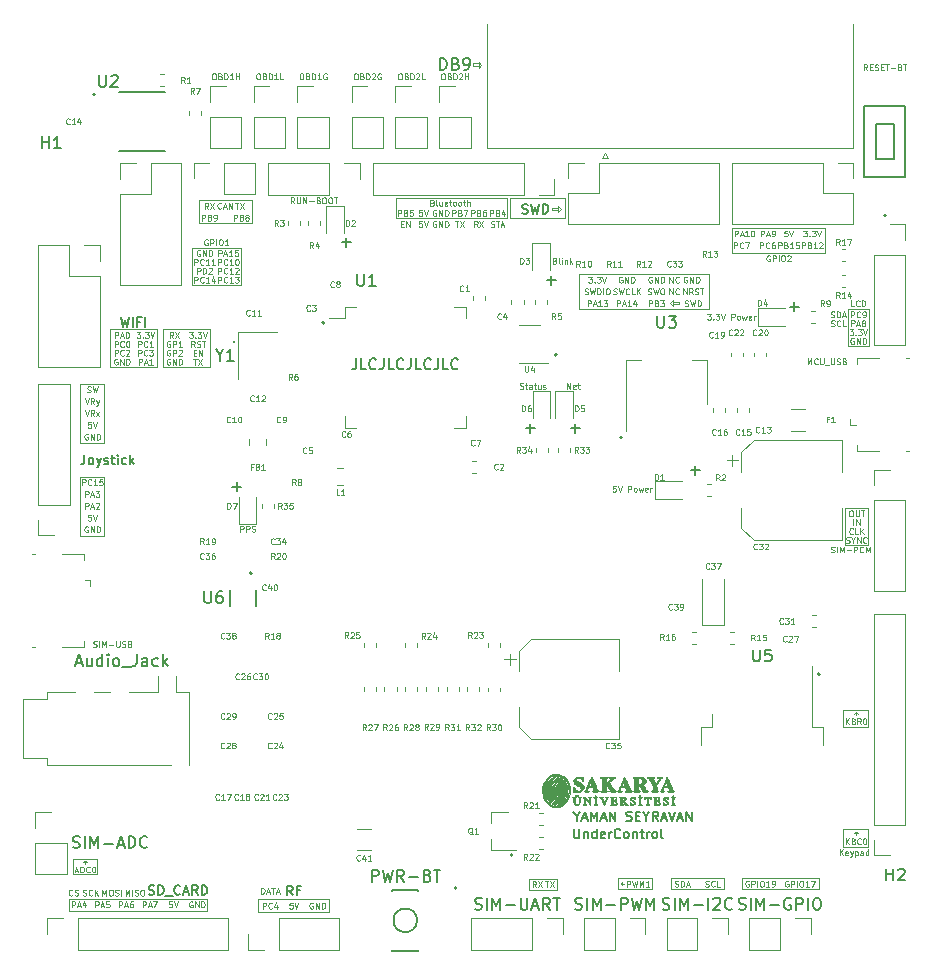
<source format=gbr>
G04 #@! TF.GenerationSoftware,KiCad,Pcbnew,(5.99.0-9519-ga70106a3bd)*
G04 #@! TF.CreationDate,2021-03-11T21:55:01+03:00*
G04 #@! TF.ProjectId,UnderControl,556e6465-7243-46f6-9e74-726f6c2e6b69,rev?*
G04 #@! TF.SameCoordinates,Original*
G04 #@! TF.FileFunction,Legend,Top*
G04 #@! TF.FilePolarity,Positive*
%FSLAX46Y46*%
G04 Gerber Fmt 4.6, Leading zero omitted, Abs format (unit mm)*
G04 Created by KiCad (PCBNEW (5.99.0-9519-ga70106a3bd)) date 2021-03-11 21:55:01*
%MOMM*%
%LPD*%
G01*
G04 APERTURE LIST*
%ADD10C,0.150000*%
%ADD11C,0.200000*%
%ADD12C,0.100000*%
%ADD13C,0.153000*%
%ADD14C,0.120000*%
%ADD15C,0.152400*%
%ADD16C,0.127000*%
%ADD17C,0.010000*%
G04 APERTURE END LIST*
D10*
X47570711Y-106850000D02*
G75*
G03*
X47570711Y-106850000I-70711J0D01*
G01*
D11*
X74850000Y-107950000D02*
G75*
G03*
X74850000Y-107950000I-100000J0D01*
G01*
X80350000Y-114950000D02*
G75*
G03*
X80350000Y-114950000I-100000J0D01*
G01*
X71100000Y-150300000D02*
G75*
G03*
X71100000Y-150300000I-100000J0D01*
G01*
X49000000Y-126450000D02*
G75*
G03*
X49000000Y-126450000I-100000J0D01*
G01*
X97100000Y-135000000D02*
G75*
G03*
X97100000Y-135000000I-100000J0D01*
G01*
D12*
X68200000Y-83275000D02*
X67700000Y-83275000D01*
X100150000Y-138475000D02*
X100150000Y-138225000D01*
D11*
X55150000Y-105250000D02*
G75*
G03*
X55150000Y-105250000I-100000J0D01*
G01*
D12*
X44500000Y-94850000D02*
X49000000Y-94850000D01*
X49000000Y-94850000D02*
X49000000Y-96800000D01*
X49000000Y-96800000D02*
X44500000Y-96800000D01*
X44500000Y-96800000D02*
X44500000Y-94850000D01*
X48100000Y-102050000D02*
X43950000Y-102050000D01*
X43950000Y-102050000D02*
X43950000Y-98900000D01*
X43950000Y-98900000D02*
X48100000Y-98900000D01*
X48100000Y-98900000D02*
X48100000Y-102050000D01*
X68200000Y-83125000D02*
X68200000Y-83625000D01*
X84675000Y-103675000D02*
X85175000Y-103675000D01*
X74950000Y-95500000D02*
X74450000Y-95500000D01*
X67700000Y-83475000D02*
X68200000Y-83475000D01*
X101250000Y-104050000D02*
X99450000Y-104050000D01*
X99450000Y-104050000D02*
X99450000Y-107200000D01*
X99450000Y-107200000D02*
X101250000Y-107200000D01*
X101250000Y-107200000D02*
X101250000Y-104050000D01*
X74450000Y-95500000D02*
X74450000Y-95700000D01*
X74450000Y-95700000D02*
X74950000Y-95700000D01*
X75200000Y-95600000D02*
X74950000Y-95350000D01*
X80250000Y-152725000D02*
X80350000Y-152875000D01*
X35900000Y-151900000D02*
X33850000Y-151900000D01*
X33850000Y-151900000D02*
X33850000Y-150650000D01*
X33850000Y-150650000D02*
X35900000Y-150650000D01*
X35900000Y-150650000D02*
X35900000Y-151900000D01*
X101200000Y-139450000D02*
X99100000Y-139450000D01*
X99100000Y-139450000D02*
X99100000Y-138000000D01*
X99100000Y-138000000D02*
X101200000Y-138000000D01*
X101200000Y-138000000D02*
X101200000Y-139450000D01*
X101200000Y-149600000D02*
X99100000Y-149600000D01*
X99100000Y-149600000D02*
X99100000Y-148100000D01*
X99100000Y-148100000D02*
X101200000Y-148100000D01*
X101200000Y-148100000D02*
X101200000Y-149600000D01*
X80350000Y-152575000D02*
X80250000Y-152725000D01*
X84425000Y-103575000D02*
X84675000Y-103825000D01*
X34875000Y-150800000D02*
X34725000Y-150900000D01*
X34875000Y-151050000D02*
X34875000Y-150800000D01*
X36500000Y-123250000D02*
X34500000Y-123250000D01*
X34500000Y-123250000D02*
X34500000Y-118250000D01*
X34500000Y-118250000D02*
X36500000Y-118250000D01*
X36500000Y-118250000D02*
X36500000Y-123250000D01*
X45250000Y-155000000D02*
X33500000Y-155000000D01*
X33500000Y-155000000D02*
X33500000Y-154000000D01*
X33500000Y-154000000D02*
X45250000Y-154000000D01*
X45250000Y-154000000D02*
X45250000Y-155000000D01*
X55550000Y-155100000D02*
X49550000Y-155100000D01*
X49550000Y-155100000D02*
X49550000Y-154000000D01*
X49550000Y-154000000D02*
X55550000Y-154000000D01*
X55550000Y-154000000D02*
X55550000Y-155100000D01*
X100150000Y-138225000D02*
X100000000Y-138325000D01*
X100150000Y-148575000D02*
X100150000Y-148325000D01*
X70600000Y-96400000D02*
X61200000Y-96400000D01*
X61200000Y-96400000D02*
X61200000Y-94650000D01*
X61200000Y-94650000D02*
X70600000Y-94650000D01*
X70600000Y-94650000D02*
X70600000Y-96400000D01*
X67700000Y-83275000D02*
X67700000Y-83475000D01*
X85175000Y-103475000D02*
X84675000Y-103475000D01*
X85175000Y-103675000D02*
X85175000Y-103475000D01*
X41000000Y-109000000D02*
X37000000Y-109000000D01*
X37000000Y-109000000D02*
X37000000Y-105800000D01*
X37000000Y-105800000D02*
X41000000Y-105800000D01*
X41000000Y-105800000D02*
X41000000Y-109000000D01*
X100150000Y-148325000D02*
X100000000Y-148425000D01*
X74850000Y-153250000D02*
X72450000Y-153250000D01*
X72450000Y-153250000D02*
X72450000Y-152300000D01*
X72450000Y-152300000D02*
X74850000Y-152300000D01*
X74850000Y-152300000D02*
X74850000Y-153250000D01*
X101200000Y-124050000D02*
X99200000Y-124050000D01*
X99200000Y-124050000D02*
X99200000Y-120950000D01*
X99200000Y-120950000D02*
X101200000Y-120950000D01*
X101200000Y-120950000D02*
X101200000Y-124050000D01*
X80500000Y-152725000D02*
X80250000Y-152725000D01*
X45500000Y-109000000D02*
X41500000Y-109000000D01*
X41500000Y-109000000D02*
X41500000Y-105800000D01*
X41500000Y-105800000D02*
X45500000Y-105800000D01*
X45500000Y-105800000D02*
X45500000Y-109000000D01*
X90500000Y-153200000D02*
X97000000Y-153200000D01*
X97000000Y-153200000D02*
X97000000Y-152250000D01*
X97000000Y-152250000D02*
X90500000Y-152250000D01*
X90500000Y-152250000D02*
X90500000Y-153200000D01*
X84675000Y-103825000D02*
X84675000Y-103325000D01*
X97550000Y-99300000D02*
X89650000Y-99300000D01*
X89650000Y-99300000D02*
X89650000Y-97200000D01*
X89650000Y-97200000D02*
X97550000Y-97200000D01*
X97550000Y-97200000D02*
X97550000Y-99300000D01*
X74950000Y-95850000D02*
X75200000Y-95600000D01*
X36500000Y-115400000D02*
X34500000Y-115400000D01*
X34500000Y-115400000D02*
X34500000Y-110400000D01*
X34500000Y-110400000D02*
X36500000Y-110400000D01*
X36500000Y-110400000D02*
X36500000Y-115400000D01*
X68200000Y-83625000D02*
X68450000Y-83375000D01*
X87750000Y-104100000D02*
X76750000Y-104100000D01*
X76750000Y-104100000D02*
X76750000Y-101100000D01*
X76750000Y-101100000D02*
X87750000Y-101100000D01*
X87750000Y-101100000D02*
X87750000Y-104100000D01*
X100300000Y-138325000D02*
X100150000Y-138225000D01*
X35025000Y-150900000D02*
X34875000Y-150800000D01*
X82850000Y-153200000D02*
X80050000Y-153200000D01*
X80050000Y-153200000D02*
X80050000Y-152250000D01*
X80050000Y-152250000D02*
X82850000Y-152250000D01*
X82850000Y-152250000D02*
X82850000Y-153200000D01*
X100300000Y-148425000D02*
X100150000Y-148325000D01*
X74950000Y-95350000D02*
X74950000Y-95850000D01*
X84500000Y-153200000D02*
X89000000Y-153200000D01*
X89000000Y-153200000D02*
X89000000Y-152250000D01*
X89000000Y-152250000D02*
X84500000Y-152250000D01*
X84500000Y-152250000D02*
X84500000Y-153200000D01*
X70850000Y-94650000D02*
X75500000Y-94650000D01*
X75500000Y-94650000D02*
X75500000Y-96400000D01*
X75500000Y-96400000D02*
X70850000Y-96400000D01*
X70850000Y-96400000D02*
X70850000Y-94650000D01*
X68450000Y-83375000D02*
X68200000Y-83125000D01*
X84675000Y-103325000D02*
X84425000Y-103575000D01*
D10*
X57842857Y-108257142D02*
X57842857Y-108900000D01*
X57800000Y-109028571D01*
X57714285Y-109114285D01*
X57585714Y-109157142D01*
X57500000Y-109157142D01*
X58700000Y-109157142D02*
X58271428Y-109157142D01*
X58271428Y-108257142D01*
X59514285Y-109071428D02*
X59471428Y-109114285D01*
X59342857Y-109157142D01*
X59257142Y-109157142D01*
X59128571Y-109114285D01*
X59042857Y-109028571D01*
X59000000Y-108942857D01*
X58957142Y-108771428D01*
X58957142Y-108642857D01*
X59000000Y-108471428D01*
X59042857Y-108385714D01*
X59128571Y-108300000D01*
X59257142Y-108257142D01*
X59342857Y-108257142D01*
X59471428Y-108300000D01*
X59514285Y-108342857D01*
X60157142Y-108257142D02*
X60157142Y-108900000D01*
X60114285Y-109028571D01*
X60028571Y-109114285D01*
X59900000Y-109157142D01*
X59814285Y-109157142D01*
X61014285Y-109157142D02*
X60585714Y-109157142D01*
X60585714Y-108257142D01*
X61828571Y-109071428D02*
X61785714Y-109114285D01*
X61657142Y-109157142D01*
X61571428Y-109157142D01*
X61442857Y-109114285D01*
X61357142Y-109028571D01*
X61314285Y-108942857D01*
X61271428Y-108771428D01*
X61271428Y-108642857D01*
X61314285Y-108471428D01*
X61357142Y-108385714D01*
X61442857Y-108300000D01*
X61571428Y-108257142D01*
X61657142Y-108257142D01*
X61785714Y-108300000D01*
X61828571Y-108342857D01*
X62471428Y-108257142D02*
X62471428Y-108900000D01*
X62428571Y-109028571D01*
X62342857Y-109114285D01*
X62214285Y-109157142D01*
X62128571Y-109157142D01*
X63328571Y-109157142D02*
X62900000Y-109157142D01*
X62900000Y-108257142D01*
X64142857Y-109071428D02*
X64100000Y-109114285D01*
X63971428Y-109157142D01*
X63885714Y-109157142D01*
X63757142Y-109114285D01*
X63671428Y-109028571D01*
X63628571Y-108942857D01*
X63585714Y-108771428D01*
X63585714Y-108642857D01*
X63628571Y-108471428D01*
X63671428Y-108385714D01*
X63757142Y-108300000D01*
X63885714Y-108257142D01*
X63971428Y-108257142D01*
X64100000Y-108300000D01*
X64142857Y-108342857D01*
X64785714Y-108257142D02*
X64785714Y-108900000D01*
X64742857Y-109028571D01*
X64657142Y-109114285D01*
X64528571Y-109157142D01*
X64442857Y-109157142D01*
X65642857Y-109157142D02*
X65214285Y-109157142D01*
X65214285Y-108257142D01*
X66457142Y-109071428D02*
X66414285Y-109114285D01*
X66285714Y-109157142D01*
X66200000Y-109157142D01*
X66071428Y-109114285D01*
X65985714Y-109028571D01*
X65942857Y-108942857D01*
X65900000Y-108771428D01*
X65900000Y-108642857D01*
X65942857Y-108471428D01*
X65985714Y-108385714D01*
X66071428Y-108300000D01*
X66200000Y-108257142D01*
X66285714Y-108257142D01*
X66414285Y-108300000D01*
X66457142Y-108342857D01*
X73969047Y-101621428D02*
X74730952Y-101621428D01*
X74350000Y-102002380D02*
X74350000Y-101240476D01*
X76019047Y-114171428D02*
X76780952Y-114171428D01*
X76400000Y-114552380D02*
X76400000Y-113790476D01*
X72219047Y-114171428D02*
X72980952Y-114171428D01*
X72600000Y-114552380D02*
X72600000Y-113790476D01*
X48130952Y-119128571D02*
X47369047Y-119128571D01*
X47750000Y-118747619D02*
X47750000Y-119509523D01*
D12*
X79807142Y-119026190D02*
X79569047Y-119026190D01*
X79545238Y-119264285D01*
X79569047Y-119240476D01*
X79616666Y-119216666D01*
X79735714Y-119216666D01*
X79783333Y-119240476D01*
X79807142Y-119264285D01*
X79830952Y-119311904D01*
X79830952Y-119430952D01*
X79807142Y-119478571D01*
X79783333Y-119502380D01*
X79735714Y-119526190D01*
X79616666Y-119526190D01*
X79569047Y-119502380D01*
X79545238Y-119478571D01*
X79973809Y-119026190D02*
X80140476Y-119526190D01*
X80307142Y-119026190D01*
X80854761Y-119526190D02*
X80854761Y-119026190D01*
X81045238Y-119026190D01*
X81092857Y-119050000D01*
X81116666Y-119073809D01*
X81140476Y-119121428D01*
X81140476Y-119192857D01*
X81116666Y-119240476D01*
X81092857Y-119264285D01*
X81045238Y-119288095D01*
X80854761Y-119288095D01*
X81426190Y-119526190D02*
X81378571Y-119502380D01*
X81354761Y-119478571D01*
X81330952Y-119430952D01*
X81330952Y-119288095D01*
X81354761Y-119240476D01*
X81378571Y-119216666D01*
X81426190Y-119192857D01*
X81497619Y-119192857D01*
X81545238Y-119216666D01*
X81569047Y-119240476D01*
X81592857Y-119288095D01*
X81592857Y-119430952D01*
X81569047Y-119478571D01*
X81545238Y-119502380D01*
X81497619Y-119526190D01*
X81426190Y-119526190D01*
X81759523Y-119192857D02*
X81854761Y-119526190D01*
X81950000Y-119288095D01*
X82045238Y-119526190D01*
X82140476Y-119192857D01*
X82521428Y-119502380D02*
X82473809Y-119526190D01*
X82378571Y-119526190D01*
X82330952Y-119502380D01*
X82307142Y-119454761D01*
X82307142Y-119264285D01*
X82330952Y-119216666D01*
X82378571Y-119192857D01*
X82473809Y-119192857D01*
X82521428Y-119216666D01*
X82545238Y-119264285D01*
X82545238Y-119311904D01*
X82307142Y-119359523D01*
X82759523Y-119526190D02*
X82759523Y-119192857D01*
X82759523Y-119288095D02*
X82783333Y-119240476D01*
X82807142Y-119216666D01*
X82854761Y-119192857D01*
X82902380Y-119192857D01*
D10*
X86169047Y-117721428D02*
X86930952Y-117721428D01*
X86550000Y-118102380D02*
X86550000Y-117340476D01*
D12*
X48030952Y-122926190D02*
X48030952Y-122426190D01*
X48221428Y-122426190D01*
X48269047Y-122450000D01*
X48292857Y-122473809D01*
X48316666Y-122521428D01*
X48316666Y-122592857D01*
X48292857Y-122640476D01*
X48269047Y-122664285D01*
X48221428Y-122688095D01*
X48030952Y-122688095D01*
X48530952Y-122926190D02*
X48530952Y-122426190D01*
X48721428Y-122426190D01*
X48769047Y-122450000D01*
X48792857Y-122473809D01*
X48816666Y-122521428D01*
X48816666Y-122592857D01*
X48792857Y-122640476D01*
X48769047Y-122664285D01*
X48721428Y-122688095D01*
X48530952Y-122688095D01*
X49007142Y-122902380D02*
X49078571Y-122926190D01*
X49197619Y-122926190D01*
X49245238Y-122902380D01*
X49269047Y-122878571D01*
X49292857Y-122830952D01*
X49292857Y-122783333D01*
X49269047Y-122735714D01*
X49245238Y-122711904D01*
X49197619Y-122688095D01*
X49102380Y-122664285D01*
X49054761Y-122640476D01*
X49030952Y-122616666D01*
X49007142Y-122569047D01*
X49007142Y-122521428D01*
X49030952Y-122473809D01*
X49054761Y-122450000D01*
X49102380Y-122426190D01*
X49221428Y-122426190D01*
X49292857Y-122450000D01*
X87564285Y-104476190D02*
X87873809Y-104476190D01*
X87707142Y-104666666D01*
X87778571Y-104666666D01*
X87826190Y-104690476D01*
X87850000Y-104714285D01*
X87873809Y-104761904D01*
X87873809Y-104880952D01*
X87850000Y-104928571D01*
X87826190Y-104952380D01*
X87778571Y-104976190D01*
X87635714Y-104976190D01*
X87588095Y-104952380D01*
X87564285Y-104928571D01*
X88088095Y-104928571D02*
X88111904Y-104952380D01*
X88088095Y-104976190D01*
X88064285Y-104952380D01*
X88088095Y-104928571D01*
X88088095Y-104976190D01*
X88278571Y-104476190D02*
X88588095Y-104476190D01*
X88421428Y-104666666D01*
X88492857Y-104666666D01*
X88540476Y-104690476D01*
X88564285Y-104714285D01*
X88588095Y-104761904D01*
X88588095Y-104880952D01*
X88564285Y-104928571D01*
X88540476Y-104952380D01*
X88492857Y-104976190D01*
X88350000Y-104976190D01*
X88302380Y-104952380D01*
X88278571Y-104928571D01*
X88730952Y-104476190D02*
X88897619Y-104976190D01*
X89064285Y-104476190D01*
X89611904Y-104976190D02*
X89611904Y-104476190D01*
X89802380Y-104476190D01*
X89850000Y-104500000D01*
X89873809Y-104523809D01*
X89897619Y-104571428D01*
X89897619Y-104642857D01*
X89873809Y-104690476D01*
X89850000Y-104714285D01*
X89802380Y-104738095D01*
X89611904Y-104738095D01*
X90183333Y-104976190D02*
X90135714Y-104952380D01*
X90111904Y-104928571D01*
X90088095Y-104880952D01*
X90088095Y-104738095D01*
X90111904Y-104690476D01*
X90135714Y-104666666D01*
X90183333Y-104642857D01*
X90254761Y-104642857D01*
X90302380Y-104666666D01*
X90326190Y-104690476D01*
X90350000Y-104738095D01*
X90350000Y-104880952D01*
X90326190Y-104928571D01*
X90302380Y-104952380D01*
X90254761Y-104976190D01*
X90183333Y-104976190D01*
X90516666Y-104642857D02*
X90611904Y-104976190D01*
X90707142Y-104738095D01*
X90802380Y-104976190D01*
X90897619Y-104642857D01*
X91278571Y-104952380D02*
X91230952Y-104976190D01*
X91135714Y-104976190D01*
X91088095Y-104952380D01*
X91064285Y-104904761D01*
X91064285Y-104714285D01*
X91088095Y-104666666D01*
X91135714Y-104642857D01*
X91230952Y-104642857D01*
X91278571Y-104666666D01*
X91302380Y-104714285D01*
X91302380Y-104761904D01*
X91064285Y-104809523D01*
X91516666Y-104976190D02*
X91516666Y-104642857D01*
X91516666Y-104738095D02*
X91540476Y-104690476D01*
X91564285Y-104666666D01*
X91611904Y-104642857D01*
X91659523Y-104642857D01*
D10*
X94556547Y-103871428D02*
X95318452Y-103871428D01*
X94937500Y-104252380D02*
X94937500Y-103490476D01*
X34838095Y-116411904D02*
X34838095Y-116983333D01*
X34800000Y-117097619D01*
X34723809Y-117173809D01*
X34609523Y-117211904D01*
X34533333Y-117211904D01*
X35333333Y-117211904D02*
X35257142Y-117173809D01*
X35219047Y-117135714D01*
X35180952Y-117059523D01*
X35180952Y-116830952D01*
X35219047Y-116754761D01*
X35257142Y-116716666D01*
X35333333Y-116678571D01*
X35447619Y-116678571D01*
X35523809Y-116716666D01*
X35561904Y-116754761D01*
X35600000Y-116830952D01*
X35600000Y-117059523D01*
X35561904Y-117135714D01*
X35523809Y-117173809D01*
X35447619Y-117211904D01*
X35333333Y-117211904D01*
X35866666Y-116678571D02*
X36057142Y-117211904D01*
X36247619Y-116678571D02*
X36057142Y-117211904D01*
X35980952Y-117402380D01*
X35942857Y-117440476D01*
X35866666Y-117478571D01*
X36514285Y-117173809D02*
X36590476Y-117211904D01*
X36742857Y-117211904D01*
X36819047Y-117173809D01*
X36857142Y-117097619D01*
X36857142Y-117059523D01*
X36819047Y-116983333D01*
X36742857Y-116945238D01*
X36628571Y-116945238D01*
X36552380Y-116907142D01*
X36514285Y-116830952D01*
X36514285Y-116792857D01*
X36552380Y-116716666D01*
X36628571Y-116678571D01*
X36742857Y-116678571D01*
X36819047Y-116716666D01*
X37085714Y-116678571D02*
X37390476Y-116678571D01*
X37200000Y-116411904D02*
X37200000Y-117097619D01*
X37238095Y-117173809D01*
X37314285Y-117211904D01*
X37390476Y-117211904D01*
X37657142Y-117211904D02*
X37657142Y-116678571D01*
X37657142Y-116411904D02*
X37619047Y-116450000D01*
X37657142Y-116488095D01*
X37695238Y-116450000D01*
X37657142Y-116411904D01*
X37657142Y-116488095D01*
X38380952Y-117173809D02*
X38304761Y-117211904D01*
X38152380Y-117211904D01*
X38076190Y-117173809D01*
X38038095Y-117135714D01*
X38000000Y-117059523D01*
X38000000Y-116830952D01*
X38038095Y-116754761D01*
X38076190Y-116716666D01*
X38152380Y-116678571D01*
X38304761Y-116678571D01*
X38380952Y-116716666D01*
X38723809Y-117211904D02*
X38723809Y-116411904D01*
X38800000Y-116907142D02*
X39028571Y-117211904D01*
X39028571Y-116678571D02*
X38723809Y-116983333D01*
X76392857Y-154879761D02*
X76535714Y-154927380D01*
X76773809Y-154927380D01*
X76869047Y-154879761D01*
X76916666Y-154832142D01*
X76964285Y-154736904D01*
X76964285Y-154641666D01*
X76916666Y-154546428D01*
X76869047Y-154498809D01*
X76773809Y-154451190D01*
X76583333Y-154403571D01*
X76488095Y-154355952D01*
X76440476Y-154308333D01*
X76392857Y-154213095D01*
X76392857Y-154117857D01*
X76440476Y-154022619D01*
X76488095Y-153975000D01*
X76583333Y-153927380D01*
X76821428Y-153927380D01*
X76964285Y-153975000D01*
X77392857Y-154927380D02*
X77392857Y-153927380D01*
X77869047Y-154927380D02*
X77869047Y-153927380D01*
X78202380Y-154641666D01*
X78535714Y-153927380D01*
X78535714Y-154927380D01*
X79011904Y-154546428D02*
X79773809Y-154546428D01*
X80250000Y-154927380D02*
X80250000Y-153927380D01*
X80630952Y-153927380D01*
X80726190Y-153975000D01*
X80773809Y-154022619D01*
X80821428Y-154117857D01*
X80821428Y-154260714D01*
X80773809Y-154355952D01*
X80726190Y-154403571D01*
X80630952Y-154451190D01*
X80250000Y-154451190D01*
X81154761Y-153927380D02*
X81392857Y-154927380D01*
X81583333Y-154213095D01*
X81773809Y-154927380D01*
X82011904Y-153927380D01*
X82392857Y-154927380D02*
X82392857Y-153927380D01*
X82726190Y-154641666D01*
X83059523Y-153927380D01*
X83059523Y-154927380D01*
D12*
X82630952Y-103826190D02*
X82630952Y-103326190D01*
X82821428Y-103326190D01*
X82869047Y-103350000D01*
X82892857Y-103373809D01*
X82916666Y-103421428D01*
X82916666Y-103492857D01*
X82892857Y-103540476D01*
X82869047Y-103564285D01*
X82821428Y-103588095D01*
X82630952Y-103588095D01*
X83297619Y-103564285D02*
X83369047Y-103588095D01*
X83392857Y-103611904D01*
X83416666Y-103659523D01*
X83416666Y-103730952D01*
X83392857Y-103778571D01*
X83369047Y-103802380D01*
X83321428Y-103826190D01*
X83130952Y-103826190D01*
X83130952Y-103326190D01*
X83297619Y-103326190D01*
X83345238Y-103350000D01*
X83369047Y-103373809D01*
X83392857Y-103421428D01*
X83392857Y-103469047D01*
X83369047Y-103516666D01*
X83345238Y-103540476D01*
X83297619Y-103564285D01*
X83130952Y-103564285D01*
X83583333Y-103326190D02*
X83892857Y-103326190D01*
X83726190Y-103516666D01*
X83797619Y-103516666D01*
X83845238Y-103540476D01*
X83869047Y-103564285D01*
X83892857Y-103611904D01*
X83892857Y-103730952D01*
X83869047Y-103778571D01*
X83845238Y-103802380D01*
X83797619Y-103826190D01*
X83654761Y-103826190D01*
X83607142Y-103802380D01*
X83583333Y-103778571D01*
X35119047Y-114650000D02*
X35071428Y-114626190D01*
X35000000Y-114626190D01*
X34928571Y-114650000D01*
X34880952Y-114697619D01*
X34857142Y-114745238D01*
X34833333Y-114840476D01*
X34833333Y-114911904D01*
X34857142Y-115007142D01*
X34880952Y-115054761D01*
X34928571Y-115102380D01*
X35000000Y-115126190D01*
X35047619Y-115126190D01*
X35119047Y-115102380D01*
X35142857Y-115078571D01*
X35142857Y-114911904D01*
X35047619Y-114911904D01*
X35357142Y-115126190D02*
X35357142Y-114626190D01*
X35642857Y-115126190D01*
X35642857Y-114626190D01*
X35880952Y-115126190D02*
X35880952Y-114626190D01*
X36000000Y-114626190D01*
X36071428Y-114650000D01*
X36119047Y-114697619D01*
X36142857Y-114745238D01*
X36166666Y-114840476D01*
X36166666Y-114911904D01*
X36142857Y-115007142D01*
X36119047Y-115054761D01*
X36071428Y-115102380D01*
X36000000Y-115126190D01*
X35880952Y-115126190D01*
X37619047Y-108300000D02*
X37571428Y-108276190D01*
X37500000Y-108276190D01*
X37428571Y-108300000D01*
X37380952Y-108347619D01*
X37357142Y-108395238D01*
X37333333Y-108490476D01*
X37333333Y-108561904D01*
X37357142Y-108657142D01*
X37380952Y-108704761D01*
X37428571Y-108752380D01*
X37500000Y-108776190D01*
X37547619Y-108776190D01*
X37619047Y-108752380D01*
X37642857Y-108728571D01*
X37642857Y-108561904D01*
X37547619Y-108561904D01*
X37857142Y-108776190D02*
X37857142Y-108276190D01*
X38142857Y-108776190D01*
X38142857Y-108276190D01*
X38380952Y-108776190D02*
X38380952Y-108276190D01*
X38500000Y-108276190D01*
X38571428Y-108300000D01*
X38619047Y-108347619D01*
X38642857Y-108395238D01*
X38666666Y-108490476D01*
X38666666Y-108561904D01*
X38642857Y-108657142D01*
X38619047Y-108704761D01*
X38571428Y-108752380D01*
X38500000Y-108776190D01*
X38380952Y-108776190D01*
X47569047Y-95076190D02*
X47854761Y-95076190D01*
X47711904Y-95576190D02*
X47711904Y-95076190D01*
X47973809Y-95076190D02*
X48307142Y-95576190D01*
X48307142Y-95076190D02*
X47973809Y-95576190D01*
X44142681Y-100332834D02*
X44142681Y-99832834D01*
X44333157Y-99832834D01*
X44380776Y-99856644D01*
X44404585Y-99880453D01*
X44428395Y-99928072D01*
X44428395Y-99999501D01*
X44404585Y-100047120D01*
X44380776Y-100070929D01*
X44333157Y-100094739D01*
X44142681Y-100094739D01*
X44928395Y-100285215D02*
X44904585Y-100309024D01*
X44833157Y-100332834D01*
X44785538Y-100332834D01*
X44714109Y-100309024D01*
X44666490Y-100261405D01*
X44642681Y-100213786D01*
X44618871Y-100118548D01*
X44618871Y-100047120D01*
X44642681Y-99951882D01*
X44666490Y-99904263D01*
X44714109Y-99856644D01*
X44785538Y-99832834D01*
X44833157Y-99832834D01*
X44904585Y-99856644D01*
X44928395Y-99880453D01*
X45404585Y-100332834D02*
X45118871Y-100332834D01*
X45261728Y-100332834D02*
X45261728Y-99832834D01*
X45214109Y-99904263D01*
X45166490Y-99951882D01*
X45118871Y-99975691D01*
X45880776Y-100332834D02*
X45595062Y-100332834D01*
X45737919Y-100332834D02*
X45737919Y-99832834D01*
X45690300Y-99904263D01*
X45642681Y-99951882D01*
X45595062Y-99975691D01*
X53164285Y-84126190D02*
X53259523Y-84126190D01*
X53307142Y-84150000D01*
X53354761Y-84197619D01*
X53378571Y-84292857D01*
X53378571Y-84459523D01*
X53354761Y-84554761D01*
X53307142Y-84602380D01*
X53259523Y-84626190D01*
X53164285Y-84626190D01*
X53116666Y-84602380D01*
X53069047Y-84554761D01*
X53045238Y-84459523D01*
X53045238Y-84292857D01*
X53069047Y-84197619D01*
X53116666Y-84150000D01*
X53164285Y-84126190D01*
X53759523Y-84364285D02*
X53830952Y-84388095D01*
X53854761Y-84411904D01*
X53878571Y-84459523D01*
X53878571Y-84530952D01*
X53854761Y-84578571D01*
X53830952Y-84602380D01*
X53783333Y-84626190D01*
X53592857Y-84626190D01*
X53592857Y-84126190D01*
X53759523Y-84126190D01*
X53807142Y-84150000D01*
X53830952Y-84173809D01*
X53854761Y-84221428D01*
X53854761Y-84269047D01*
X53830952Y-84316666D01*
X53807142Y-84340476D01*
X53759523Y-84364285D01*
X53592857Y-84364285D01*
X54092857Y-84626190D02*
X54092857Y-84126190D01*
X54211904Y-84126190D01*
X54283333Y-84150000D01*
X54330952Y-84197619D01*
X54354761Y-84245238D01*
X54378571Y-84340476D01*
X54378571Y-84411904D01*
X54354761Y-84507142D01*
X54330952Y-84554761D01*
X54283333Y-84602380D01*
X54211904Y-84626190D01*
X54092857Y-84626190D01*
X54854761Y-84626190D02*
X54569047Y-84626190D01*
X54711904Y-84626190D02*
X54711904Y-84126190D01*
X54664285Y-84197619D01*
X54616666Y-84245238D01*
X54569047Y-84269047D01*
X55330952Y-84150000D02*
X55283333Y-84126190D01*
X55211904Y-84126190D01*
X55140476Y-84150000D01*
X55092857Y-84197619D01*
X55069047Y-84245238D01*
X55045238Y-84340476D01*
X55045238Y-84411904D01*
X55069047Y-84507142D01*
X55092857Y-84554761D01*
X55140476Y-84602380D01*
X55211904Y-84626190D01*
X55259523Y-84626190D01*
X55330952Y-84602380D01*
X55354761Y-84578571D01*
X55354761Y-84411904D01*
X55259523Y-84411904D01*
D10*
X52454761Y-153711904D02*
X52188095Y-153330952D01*
X51997619Y-153711904D02*
X51997619Y-152911904D01*
X52302380Y-152911904D01*
X52378571Y-152950000D01*
X52416666Y-152988095D01*
X52454761Y-153064285D01*
X52454761Y-153178571D01*
X52416666Y-153254761D01*
X52378571Y-153292857D01*
X52302380Y-153330952D01*
X51997619Y-153330952D01*
X53064285Y-153292857D02*
X52797619Y-153292857D01*
X52797619Y-153711904D02*
X52797619Y-152911904D01*
X53178571Y-152911904D01*
D12*
X46142681Y-101082834D02*
X46142681Y-100582834D01*
X46333157Y-100582834D01*
X46380776Y-100606644D01*
X46404585Y-100630453D01*
X46428395Y-100678072D01*
X46428395Y-100749501D01*
X46404585Y-100797120D01*
X46380776Y-100820929D01*
X46333157Y-100844739D01*
X46142681Y-100844739D01*
X46928395Y-101035215D02*
X46904585Y-101059024D01*
X46833157Y-101082834D01*
X46785538Y-101082834D01*
X46714109Y-101059024D01*
X46666490Y-101011405D01*
X46642681Y-100963786D01*
X46618871Y-100868548D01*
X46618871Y-100797120D01*
X46642681Y-100701882D01*
X46666490Y-100654263D01*
X46714109Y-100606644D01*
X46785538Y-100582834D01*
X46833157Y-100582834D01*
X46904585Y-100606644D01*
X46928395Y-100630453D01*
X47404585Y-101082834D02*
X47118871Y-101082834D01*
X47261728Y-101082834D02*
X47261728Y-100582834D01*
X47214109Y-100654263D01*
X47166490Y-100701882D01*
X47118871Y-100725691D01*
X47595062Y-100630453D02*
X47618871Y-100606644D01*
X47666490Y-100582834D01*
X47785538Y-100582834D01*
X47833157Y-100606644D01*
X47856966Y-100630453D01*
X47880776Y-100678072D01*
X47880776Y-100725691D01*
X47856966Y-100797120D01*
X47571252Y-101082834D01*
X47880776Y-101082834D01*
X98785714Y-150326190D02*
X98785714Y-149826190D01*
X99071428Y-150326190D02*
X98857142Y-150040476D01*
X99071428Y-149826190D02*
X98785714Y-150111904D01*
X99476190Y-150302380D02*
X99428571Y-150326190D01*
X99333333Y-150326190D01*
X99285714Y-150302380D01*
X99261904Y-150254761D01*
X99261904Y-150064285D01*
X99285714Y-150016666D01*
X99333333Y-149992857D01*
X99428571Y-149992857D01*
X99476190Y-150016666D01*
X99500000Y-150064285D01*
X99500000Y-150111904D01*
X99261904Y-150159523D01*
X99666666Y-149992857D02*
X99785714Y-150326190D01*
X99904761Y-149992857D02*
X99785714Y-150326190D01*
X99738095Y-150445238D01*
X99714285Y-150469047D01*
X99666666Y-150492857D01*
X100095238Y-149992857D02*
X100095238Y-150492857D01*
X100095238Y-150016666D02*
X100142857Y-149992857D01*
X100238095Y-149992857D01*
X100285714Y-150016666D01*
X100309523Y-150040476D01*
X100333333Y-150088095D01*
X100333333Y-150230952D01*
X100309523Y-150278571D01*
X100285714Y-150302380D01*
X100238095Y-150326190D01*
X100142857Y-150326190D01*
X100095238Y-150302380D01*
X100761904Y-150326190D02*
X100761904Y-150064285D01*
X100738095Y-150016666D01*
X100690476Y-149992857D01*
X100595238Y-149992857D01*
X100547619Y-150016666D01*
X100761904Y-150302380D02*
X100714285Y-150326190D01*
X100595238Y-150326190D01*
X100547619Y-150302380D01*
X100523809Y-150254761D01*
X100523809Y-150207142D01*
X100547619Y-150159523D01*
X100595238Y-150135714D01*
X100714285Y-150135714D01*
X100761904Y-150111904D01*
X101214285Y-150326190D02*
X101214285Y-149826190D01*
X101214285Y-150302380D02*
X101166666Y-150326190D01*
X101071428Y-150326190D01*
X101023809Y-150302380D01*
X101000000Y-150278571D01*
X100976190Y-150230952D01*
X100976190Y-150088095D01*
X101000000Y-150040476D01*
X101023809Y-150016666D01*
X101071428Y-149992857D01*
X101166666Y-149992857D01*
X101214285Y-150016666D01*
X44176190Y-107276190D02*
X44009523Y-107038095D01*
X43890476Y-107276190D02*
X43890476Y-106776190D01*
X44080952Y-106776190D01*
X44128571Y-106800000D01*
X44152380Y-106823809D01*
X44176190Y-106871428D01*
X44176190Y-106942857D01*
X44152380Y-106990476D01*
X44128571Y-107014285D01*
X44080952Y-107038095D01*
X43890476Y-107038095D01*
X44366666Y-107252380D02*
X44438095Y-107276190D01*
X44557142Y-107276190D01*
X44604761Y-107252380D01*
X44628571Y-107228571D01*
X44652380Y-107180952D01*
X44652380Y-107133333D01*
X44628571Y-107085714D01*
X44604761Y-107061904D01*
X44557142Y-107038095D01*
X44461904Y-107014285D01*
X44414285Y-106990476D01*
X44390476Y-106966666D01*
X44366666Y-106919047D01*
X44366666Y-106871428D01*
X44390476Y-106823809D01*
X44414285Y-106800000D01*
X44461904Y-106776190D01*
X44580952Y-106776190D01*
X44652380Y-106800000D01*
X44795238Y-106776190D02*
X45080952Y-106776190D01*
X44938095Y-107276190D02*
X44938095Y-106776190D01*
X99938095Y-122376190D02*
X99938095Y-121876190D01*
X100176190Y-122376190D02*
X100176190Y-121876190D01*
X100461904Y-122376190D01*
X100461904Y-121876190D01*
X98057142Y-124652380D02*
X98128571Y-124676190D01*
X98247619Y-124676190D01*
X98295238Y-124652380D01*
X98319047Y-124628571D01*
X98342857Y-124580952D01*
X98342857Y-124533333D01*
X98319047Y-124485714D01*
X98295238Y-124461904D01*
X98247619Y-124438095D01*
X98152380Y-124414285D01*
X98104761Y-124390476D01*
X98080952Y-124366666D01*
X98057142Y-124319047D01*
X98057142Y-124271428D01*
X98080952Y-124223809D01*
X98104761Y-124200000D01*
X98152380Y-124176190D01*
X98271428Y-124176190D01*
X98342857Y-124200000D01*
X98557142Y-124676190D02*
X98557142Y-124176190D01*
X98795238Y-124676190D02*
X98795238Y-124176190D01*
X98961904Y-124533333D01*
X99128571Y-124176190D01*
X99128571Y-124676190D01*
X99366666Y-124485714D02*
X99747619Y-124485714D01*
X99985714Y-124676190D02*
X99985714Y-124176190D01*
X100176190Y-124176190D01*
X100223809Y-124200000D01*
X100247619Y-124223809D01*
X100271428Y-124271428D01*
X100271428Y-124342857D01*
X100247619Y-124390476D01*
X100223809Y-124414285D01*
X100176190Y-124438095D01*
X99985714Y-124438095D01*
X100771428Y-124628571D02*
X100747619Y-124652380D01*
X100676190Y-124676190D01*
X100628571Y-124676190D01*
X100557142Y-124652380D01*
X100509523Y-124604761D01*
X100485714Y-124557142D01*
X100461904Y-124461904D01*
X100461904Y-124390476D01*
X100485714Y-124295238D01*
X100509523Y-124247619D01*
X100557142Y-124200000D01*
X100628571Y-124176190D01*
X100676190Y-124176190D01*
X100747619Y-124200000D01*
X100771428Y-124223809D01*
X100985714Y-124676190D02*
X100985714Y-124176190D01*
X101152380Y-124533333D01*
X101319047Y-124176190D01*
X101319047Y-124676190D01*
X64619047Y-96650000D02*
X64571428Y-96626190D01*
X64500000Y-96626190D01*
X64428571Y-96650000D01*
X64380952Y-96697619D01*
X64357142Y-96745238D01*
X64333333Y-96840476D01*
X64333333Y-96911904D01*
X64357142Y-97007142D01*
X64380952Y-97054761D01*
X64428571Y-97102380D01*
X64500000Y-97126190D01*
X64547619Y-97126190D01*
X64619047Y-97102380D01*
X64642857Y-97078571D01*
X64642857Y-96911904D01*
X64547619Y-96911904D01*
X64857142Y-97126190D02*
X64857142Y-96626190D01*
X65142857Y-97126190D01*
X65142857Y-96626190D01*
X65380952Y-97126190D02*
X65380952Y-96626190D01*
X65500000Y-96626190D01*
X65571428Y-96650000D01*
X65619047Y-96697619D01*
X65642857Y-96745238D01*
X65666666Y-96840476D01*
X65666666Y-96911904D01*
X65642857Y-97007142D01*
X65619047Y-97054761D01*
X65571428Y-97102380D01*
X65500000Y-97126190D01*
X65380952Y-97126190D01*
X94423809Y-152500000D02*
X94376190Y-152476190D01*
X94304761Y-152476190D01*
X94233333Y-152500000D01*
X94185714Y-152547619D01*
X94161904Y-152595238D01*
X94138095Y-152690476D01*
X94138095Y-152761904D01*
X94161904Y-152857142D01*
X94185714Y-152904761D01*
X94233333Y-152952380D01*
X94304761Y-152976190D01*
X94352380Y-152976190D01*
X94423809Y-152952380D01*
X94447619Y-152928571D01*
X94447619Y-152761904D01*
X94352380Y-152761904D01*
X94661904Y-152976190D02*
X94661904Y-152476190D01*
X94852380Y-152476190D01*
X94900000Y-152500000D01*
X94923809Y-152523809D01*
X94947619Y-152571428D01*
X94947619Y-152642857D01*
X94923809Y-152690476D01*
X94900000Y-152714285D01*
X94852380Y-152738095D01*
X94661904Y-152738095D01*
X95161904Y-152976190D02*
X95161904Y-152476190D01*
X95495238Y-152476190D02*
X95590476Y-152476190D01*
X95638095Y-152500000D01*
X95685714Y-152547619D01*
X95709523Y-152642857D01*
X95709523Y-152809523D01*
X95685714Y-152904761D01*
X95638095Y-152952380D01*
X95590476Y-152976190D01*
X95495238Y-152976190D01*
X95447619Y-152952380D01*
X95400000Y-152904761D01*
X95376190Y-152809523D01*
X95376190Y-152642857D01*
X95400000Y-152547619D01*
X95447619Y-152500000D01*
X95495238Y-152476190D01*
X96185714Y-152976190D02*
X95900000Y-152976190D01*
X96042857Y-152976190D02*
X96042857Y-152476190D01*
X95995238Y-152547619D01*
X95947619Y-152595238D01*
X95900000Y-152619047D01*
X96352380Y-152476190D02*
X96685714Y-152476190D01*
X96471428Y-152976190D01*
X73819047Y-152526190D02*
X74104761Y-152526190D01*
X73961904Y-153026190D02*
X73961904Y-152526190D01*
X74223809Y-152526190D02*
X74557142Y-153026190D01*
X74557142Y-152526190D02*
X74223809Y-153026190D01*
X35071428Y-111102380D02*
X35142857Y-111126190D01*
X35261904Y-111126190D01*
X35309523Y-111102380D01*
X35333333Y-111078571D01*
X35357142Y-111030952D01*
X35357142Y-110983333D01*
X35333333Y-110935714D01*
X35309523Y-110911904D01*
X35261904Y-110888095D01*
X35166666Y-110864285D01*
X35119047Y-110840476D01*
X35095238Y-110816666D01*
X35071428Y-110769047D01*
X35071428Y-110721428D01*
X35095238Y-110673809D01*
X35119047Y-110650000D01*
X35166666Y-110626190D01*
X35285714Y-110626190D01*
X35357142Y-110650000D01*
X35523809Y-110626190D02*
X35642857Y-111126190D01*
X35738095Y-110769047D01*
X35833333Y-111126190D01*
X35952380Y-110626190D01*
X92116666Y-97926190D02*
X92116666Y-97426190D01*
X92307142Y-97426190D01*
X92354761Y-97450000D01*
X92378571Y-97473809D01*
X92402380Y-97521428D01*
X92402380Y-97592857D01*
X92378571Y-97640476D01*
X92354761Y-97664285D01*
X92307142Y-97688095D01*
X92116666Y-97688095D01*
X92592857Y-97783333D02*
X92830952Y-97783333D01*
X92545238Y-97926190D02*
X92711904Y-97426190D01*
X92878571Y-97926190D01*
X93069047Y-97926190D02*
X93164285Y-97926190D01*
X93211904Y-97902380D01*
X93235714Y-97878571D01*
X93283333Y-97807142D01*
X93307142Y-97711904D01*
X93307142Y-97521428D01*
X93283333Y-97473809D01*
X93259523Y-97450000D01*
X93211904Y-97426190D01*
X93116666Y-97426190D01*
X93069047Y-97450000D01*
X93045238Y-97473809D01*
X93021428Y-97521428D01*
X93021428Y-97640476D01*
X93045238Y-97688095D01*
X93069047Y-97711904D01*
X93116666Y-97735714D01*
X93211904Y-97735714D01*
X93259523Y-97711904D01*
X93283333Y-97688095D01*
X93307142Y-97640476D01*
X63404761Y-95676190D02*
X63166666Y-95676190D01*
X63142857Y-95914285D01*
X63166666Y-95890476D01*
X63214285Y-95866666D01*
X63333333Y-95866666D01*
X63380952Y-95890476D01*
X63404761Y-95914285D01*
X63428571Y-95961904D01*
X63428571Y-96080952D01*
X63404761Y-96128571D01*
X63380952Y-96152380D01*
X63333333Y-96176190D01*
X63214285Y-96176190D01*
X63166666Y-96152380D01*
X63142857Y-96128571D01*
X63571428Y-95676190D02*
X63738095Y-96176190D01*
X63904761Y-95676190D01*
X94354761Y-97426190D02*
X94116666Y-97426190D01*
X94092857Y-97664285D01*
X94116666Y-97640476D01*
X94164285Y-97616666D01*
X94283333Y-97616666D01*
X94330952Y-97640476D01*
X94354761Y-97664285D01*
X94378571Y-97711904D01*
X94378571Y-97830952D01*
X94354761Y-97878571D01*
X94330952Y-97902380D01*
X94283333Y-97926190D01*
X94164285Y-97926190D01*
X94116666Y-97902380D01*
X94092857Y-97878571D01*
X94521428Y-97426190D02*
X94688095Y-97926190D01*
X94854761Y-97426190D01*
X35404761Y-121476190D02*
X35166666Y-121476190D01*
X35142857Y-121714285D01*
X35166666Y-121690476D01*
X35214285Y-121666666D01*
X35333333Y-121666666D01*
X35380952Y-121690476D01*
X35404761Y-121714285D01*
X35428571Y-121761904D01*
X35428571Y-121880952D01*
X35404761Y-121928571D01*
X35380952Y-121952380D01*
X35333333Y-121976190D01*
X35214285Y-121976190D01*
X35166666Y-121952380D01*
X35142857Y-121928571D01*
X35571428Y-121476190D02*
X35738095Y-121976190D01*
X35904761Y-121476190D01*
X37380952Y-108026190D02*
X37380952Y-107526190D01*
X37571428Y-107526190D01*
X37619047Y-107550000D01*
X37642857Y-107573809D01*
X37666666Y-107621428D01*
X37666666Y-107692857D01*
X37642857Y-107740476D01*
X37619047Y-107764285D01*
X37571428Y-107788095D01*
X37380952Y-107788095D01*
X38166666Y-107978571D02*
X38142857Y-108002380D01*
X38071428Y-108026190D01*
X38023809Y-108026190D01*
X37952380Y-108002380D01*
X37904761Y-107954761D01*
X37880952Y-107907142D01*
X37857142Y-107811904D01*
X37857142Y-107740476D01*
X37880952Y-107645238D01*
X37904761Y-107597619D01*
X37952380Y-107550000D01*
X38023809Y-107526190D01*
X38071428Y-107526190D01*
X38142857Y-107550000D01*
X38166666Y-107573809D01*
X38357142Y-107573809D02*
X38380952Y-107550000D01*
X38428571Y-107526190D01*
X38547619Y-107526190D01*
X38595238Y-107550000D01*
X38619047Y-107573809D01*
X38642857Y-107621428D01*
X38642857Y-107669047D01*
X38619047Y-107740476D01*
X38333333Y-108026190D01*
X38642857Y-108026190D01*
X73066666Y-153026190D02*
X72900000Y-152788095D01*
X72780952Y-153026190D02*
X72780952Y-152526190D01*
X72971428Y-152526190D01*
X73019047Y-152550000D01*
X73042857Y-152573809D01*
X73066666Y-152621428D01*
X73066666Y-152692857D01*
X73042857Y-152740476D01*
X73019047Y-152764285D01*
X72971428Y-152788095D01*
X72780952Y-152788095D01*
X73233333Y-152526190D02*
X73566666Y-153026190D01*
X73566666Y-152526190D02*
X73233333Y-153026190D01*
D10*
X56619047Y-98421428D02*
X57380952Y-98421428D01*
X57000000Y-98802380D02*
X57000000Y-98040476D01*
D12*
X99700000Y-121126190D02*
X99795238Y-121126190D01*
X99842857Y-121150000D01*
X99890476Y-121197619D01*
X99914285Y-121292857D01*
X99914285Y-121459523D01*
X99890476Y-121554761D01*
X99842857Y-121602380D01*
X99795238Y-121626190D01*
X99700000Y-121626190D01*
X99652380Y-121602380D01*
X99604761Y-121554761D01*
X99580952Y-121459523D01*
X99580952Y-121292857D01*
X99604761Y-121197619D01*
X99652380Y-121150000D01*
X99700000Y-121126190D01*
X100128571Y-121126190D02*
X100128571Y-121530952D01*
X100152380Y-121578571D01*
X100176190Y-121602380D01*
X100223809Y-121626190D01*
X100319047Y-121626190D01*
X100366666Y-121602380D01*
X100390476Y-121578571D01*
X100414285Y-121530952D01*
X100414285Y-121126190D01*
X100580952Y-121126190D02*
X100866666Y-121126190D01*
X100723809Y-121626190D02*
X100723809Y-121126190D01*
X99330952Y-123852380D02*
X99402380Y-123876190D01*
X99521428Y-123876190D01*
X99569047Y-123852380D01*
X99592857Y-123828571D01*
X99616666Y-123780952D01*
X99616666Y-123733333D01*
X99592857Y-123685714D01*
X99569047Y-123661904D01*
X99521428Y-123638095D01*
X99426190Y-123614285D01*
X99378571Y-123590476D01*
X99354761Y-123566666D01*
X99330952Y-123519047D01*
X99330952Y-123471428D01*
X99354761Y-123423809D01*
X99378571Y-123400000D01*
X99426190Y-123376190D01*
X99545238Y-123376190D01*
X99616666Y-123400000D01*
X99926190Y-123638095D02*
X99926190Y-123876190D01*
X99759523Y-123376190D02*
X99926190Y-123638095D01*
X100092857Y-123376190D01*
X100259523Y-123876190D02*
X100259523Y-123376190D01*
X100545238Y-123876190D01*
X100545238Y-123376190D01*
X101069047Y-123828571D02*
X101045238Y-123852380D01*
X100973809Y-123876190D01*
X100926190Y-123876190D01*
X100854761Y-123852380D01*
X100807142Y-123804761D01*
X100783333Y-123757142D01*
X100759523Y-123661904D01*
X100759523Y-123590476D01*
X100783333Y-123495238D01*
X100807142Y-123447619D01*
X100854761Y-123400000D01*
X100926190Y-123376190D01*
X100973809Y-123376190D01*
X101045238Y-123400000D01*
X101069047Y-123423809D01*
X37380952Y-107276190D02*
X37380952Y-106776190D01*
X37571428Y-106776190D01*
X37619047Y-106800000D01*
X37642857Y-106823809D01*
X37666666Y-106871428D01*
X37666666Y-106942857D01*
X37642857Y-106990476D01*
X37619047Y-107014285D01*
X37571428Y-107038095D01*
X37380952Y-107038095D01*
X38166666Y-107228571D02*
X38142857Y-107252380D01*
X38071428Y-107276190D01*
X38023809Y-107276190D01*
X37952380Y-107252380D01*
X37904761Y-107204761D01*
X37880952Y-107157142D01*
X37857142Y-107061904D01*
X37857142Y-106990476D01*
X37880952Y-106895238D01*
X37904761Y-106847619D01*
X37952380Y-106800000D01*
X38023809Y-106776190D01*
X38071428Y-106776190D01*
X38142857Y-106800000D01*
X38166666Y-106823809D01*
X38476190Y-106776190D02*
X38523809Y-106776190D01*
X38571428Y-106800000D01*
X38595238Y-106823809D01*
X38619047Y-106871428D01*
X38642857Y-106966666D01*
X38642857Y-107085714D01*
X38619047Y-107180952D01*
X38595238Y-107228571D01*
X38571428Y-107252380D01*
X38523809Y-107276190D01*
X38476190Y-107276190D01*
X38428571Y-107252380D01*
X38404761Y-107228571D01*
X38380952Y-107180952D01*
X38357142Y-107085714D01*
X38357142Y-106966666D01*
X38380952Y-106871428D01*
X38404761Y-106823809D01*
X38428571Y-106800000D01*
X38476190Y-106776190D01*
X77511904Y-101326190D02*
X77821428Y-101326190D01*
X77654761Y-101516666D01*
X77726190Y-101516666D01*
X77773809Y-101540476D01*
X77797619Y-101564285D01*
X77821428Y-101611904D01*
X77821428Y-101730952D01*
X77797619Y-101778571D01*
X77773809Y-101802380D01*
X77726190Y-101826190D01*
X77583333Y-101826190D01*
X77535714Y-101802380D01*
X77511904Y-101778571D01*
X78035714Y-101778571D02*
X78059523Y-101802380D01*
X78035714Y-101826190D01*
X78011904Y-101802380D01*
X78035714Y-101778571D01*
X78035714Y-101826190D01*
X78226190Y-101326190D02*
X78535714Y-101326190D01*
X78369047Y-101516666D01*
X78440476Y-101516666D01*
X78488095Y-101540476D01*
X78511904Y-101564285D01*
X78535714Y-101611904D01*
X78535714Y-101730952D01*
X78511904Y-101778571D01*
X78488095Y-101802380D01*
X78440476Y-101826190D01*
X78297619Y-101826190D01*
X78250000Y-101802380D01*
X78226190Y-101778571D01*
X78678571Y-101326190D02*
X78845238Y-101826190D01*
X79011904Y-101326190D01*
X80759523Y-152976190D02*
X80759523Y-152476190D01*
X80950000Y-152476190D01*
X80997619Y-152500000D01*
X81021428Y-152523809D01*
X81045238Y-152571428D01*
X81045238Y-152642857D01*
X81021428Y-152690476D01*
X80997619Y-152714285D01*
X80950000Y-152738095D01*
X80759523Y-152738095D01*
X81211904Y-152476190D02*
X81330952Y-152976190D01*
X81426190Y-152619047D01*
X81521428Y-152976190D01*
X81640476Y-152476190D01*
X81830952Y-152976190D02*
X81830952Y-152476190D01*
X81997619Y-152833333D01*
X82164285Y-152476190D01*
X82164285Y-152976190D01*
X82664285Y-152976190D02*
X82378571Y-152976190D01*
X82521428Y-152976190D02*
X82521428Y-152476190D01*
X82473809Y-152547619D01*
X82426190Y-152595238D01*
X82378571Y-152619047D01*
X46142681Y-101832834D02*
X46142681Y-101332834D01*
X46333157Y-101332834D01*
X46380776Y-101356644D01*
X46404585Y-101380453D01*
X46428395Y-101428072D01*
X46428395Y-101499501D01*
X46404585Y-101547120D01*
X46380776Y-101570929D01*
X46333157Y-101594739D01*
X46142681Y-101594739D01*
X46928395Y-101785215D02*
X46904585Y-101809024D01*
X46833157Y-101832834D01*
X46785538Y-101832834D01*
X46714109Y-101809024D01*
X46666490Y-101761405D01*
X46642681Y-101713786D01*
X46618871Y-101618548D01*
X46618871Y-101547120D01*
X46642681Y-101451882D01*
X46666490Y-101404263D01*
X46714109Y-101356644D01*
X46785538Y-101332834D01*
X46833157Y-101332834D01*
X46904585Y-101356644D01*
X46928395Y-101380453D01*
X47404585Y-101832834D02*
X47118871Y-101832834D01*
X47261728Y-101832834D02*
X47261728Y-101332834D01*
X47214109Y-101404263D01*
X47166490Y-101451882D01*
X47118871Y-101475691D01*
X47571252Y-101332834D02*
X47880776Y-101332834D01*
X47714109Y-101523310D01*
X47785538Y-101523310D01*
X47833157Y-101547120D01*
X47856966Y-101570929D01*
X47880776Y-101618548D01*
X47880776Y-101737596D01*
X47856966Y-101785215D01*
X47833157Y-101809024D01*
X47785538Y-101832834D01*
X47642681Y-101832834D01*
X47595062Y-101809024D01*
X47571252Y-101785215D01*
X44380776Y-101082834D02*
X44380776Y-100582834D01*
X44571252Y-100582834D01*
X44618871Y-100606644D01*
X44642681Y-100630453D01*
X44666490Y-100678072D01*
X44666490Y-100749501D01*
X44642681Y-100797120D01*
X44618871Y-100820929D01*
X44571252Y-100844739D01*
X44380776Y-100844739D01*
X44880776Y-101082834D02*
X44880776Y-100582834D01*
X44999824Y-100582834D01*
X45071252Y-100606644D01*
X45118871Y-100654263D01*
X45142681Y-100701882D01*
X45166490Y-100797120D01*
X45166490Y-100868548D01*
X45142681Y-100963786D01*
X45118871Y-101011405D01*
X45071252Y-101059024D01*
X44999824Y-101082834D01*
X44880776Y-101082834D01*
X45356966Y-100630453D02*
X45380776Y-100606644D01*
X45428395Y-100582834D01*
X45547443Y-100582834D01*
X45595062Y-100606644D01*
X45618871Y-100630453D01*
X45642681Y-100678072D01*
X45642681Y-100725691D01*
X45618871Y-100797120D01*
X45333157Y-101082834D01*
X45642681Y-101082834D01*
X44080952Y-107764285D02*
X44247619Y-107764285D01*
X44319047Y-108026190D02*
X44080952Y-108026190D01*
X44080952Y-107526190D01*
X44319047Y-107526190D01*
X44533333Y-108026190D02*
X44533333Y-107526190D01*
X44819047Y-108026190D01*
X44819047Y-107526190D01*
X92030952Y-98926190D02*
X92030952Y-98426190D01*
X92221428Y-98426190D01*
X92269047Y-98450000D01*
X92292857Y-98473809D01*
X92316666Y-98521428D01*
X92316666Y-98592857D01*
X92292857Y-98640476D01*
X92269047Y-98664285D01*
X92221428Y-98688095D01*
X92030952Y-98688095D01*
X92816666Y-98878571D02*
X92792857Y-98902380D01*
X92721428Y-98926190D01*
X92673809Y-98926190D01*
X92602380Y-98902380D01*
X92554761Y-98854761D01*
X92530952Y-98807142D01*
X92507142Y-98711904D01*
X92507142Y-98640476D01*
X92530952Y-98545238D01*
X92554761Y-98497619D01*
X92602380Y-98450000D01*
X92673809Y-98426190D01*
X92721428Y-98426190D01*
X92792857Y-98450000D01*
X92816666Y-98473809D01*
X93245238Y-98426190D02*
X93150000Y-98426190D01*
X93102380Y-98450000D01*
X93078571Y-98473809D01*
X93030952Y-98545238D01*
X93007142Y-98640476D01*
X93007142Y-98830952D01*
X93030952Y-98878571D01*
X93054761Y-98902380D01*
X93102380Y-98926190D01*
X93197619Y-98926190D01*
X93245238Y-98902380D01*
X93269047Y-98878571D01*
X93292857Y-98830952D01*
X93292857Y-98711904D01*
X93269047Y-98664285D01*
X93245238Y-98640476D01*
X93197619Y-98616666D01*
X93102380Y-98616666D01*
X93054761Y-98640476D01*
X93030952Y-98664285D01*
X93007142Y-98711904D01*
X63404761Y-96626190D02*
X63166666Y-96626190D01*
X63142857Y-96864285D01*
X63166666Y-96840476D01*
X63214285Y-96816666D01*
X63333333Y-96816666D01*
X63380952Y-96840476D01*
X63404761Y-96864285D01*
X63428571Y-96911904D01*
X63428571Y-97030952D01*
X63404761Y-97078571D01*
X63380952Y-97102380D01*
X63333333Y-97126190D01*
X63214285Y-97126190D01*
X63166666Y-97102380D01*
X63142857Y-97078571D01*
X63571428Y-96626190D02*
X63738095Y-97126190D01*
X63904761Y-96626190D01*
X57764285Y-84126190D02*
X57859523Y-84126190D01*
X57907142Y-84150000D01*
X57954761Y-84197619D01*
X57978571Y-84292857D01*
X57978571Y-84459523D01*
X57954761Y-84554761D01*
X57907142Y-84602380D01*
X57859523Y-84626190D01*
X57764285Y-84626190D01*
X57716666Y-84602380D01*
X57669047Y-84554761D01*
X57645238Y-84459523D01*
X57645238Y-84292857D01*
X57669047Y-84197619D01*
X57716666Y-84150000D01*
X57764285Y-84126190D01*
X58359523Y-84364285D02*
X58430952Y-84388095D01*
X58454761Y-84411904D01*
X58478571Y-84459523D01*
X58478571Y-84530952D01*
X58454761Y-84578571D01*
X58430952Y-84602380D01*
X58383333Y-84626190D01*
X58192857Y-84626190D01*
X58192857Y-84126190D01*
X58359523Y-84126190D01*
X58407142Y-84150000D01*
X58430952Y-84173809D01*
X58454761Y-84221428D01*
X58454761Y-84269047D01*
X58430952Y-84316666D01*
X58407142Y-84340476D01*
X58359523Y-84364285D01*
X58192857Y-84364285D01*
X58692857Y-84626190D02*
X58692857Y-84126190D01*
X58811904Y-84126190D01*
X58883333Y-84150000D01*
X58930952Y-84197619D01*
X58954761Y-84245238D01*
X58978571Y-84340476D01*
X58978571Y-84411904D01*
X58954761Y-84507142D01*
X58930952Y-84554761D01*
X58883333Y-84602380D01*
X58811904Y-84626190D01*
X58692857Y-84626190D01*
X59169047Y-84173809D02*
X59192857Y-84150000D01*
X59240476Y-84126190D01*
X59359523Y-84126190D01*
X59407142Y-84150000D01*
X59430952Y-84173809D01*
X59454761Y-84221428D01*
X59454761Y-84269047D01*
X59430952Y-84340476D01*
X59145238Y-84626190D01*
X59454761Y-84626190D01*
X59930952Y-84150000D02*
X59883333Y-84126190D01*
X59811904Y-84126190D01*
X59740476Y-84150000D01*
X59692857Y-84197619D01*
X59669047Y-84245238D01*
X59645238Y-84340476D01*
X59645238Y-84411904D01*
X59669047Y-84507142D01*
X59692857Y-84554761D01*
X59740476Y-84602380D01*
X59811904Y-84626190D01*
X59859523Y-84626190D01*
X59930952Y-84602380D01*
X59954761Y-84578571D01*
X59954761Y-84411904D01*
X59859523Y-84411904D01*
X39766666Y-154726190D02*
X39766666Y-154226190D01*
X39957142Y-154226190D01*
X40004761Y-154250000D01*
X40028571Y-154273809D01*
X40052380Y-154321428D01*
X40052380Y-154392857D01*
X40028571Y-154440476D01*
X40004761Y-154464285D01*
X39957142Y-154488095D01*
X39766666Y-154488095D01*
X40242857Y-154583333D02*
X40480952Y-154583333D01*
X40195238Y-154726190D02*
X40361904Y-154226190D01*
X40528571Y-154726190D01*
X40647619Y-154226190D02*
X40980952Y-154226190D01*
X40766666Y-154726190D01*
X35119047Y-122500000D02*
X35071428Y-122476190D01*
X35000000Y-122476190D01*
X34928571Y-122500000D01*
X34880952Y-122547619D01*
X34857142Y-122595238D01*
X34833333Y-122690476D01*
X34833333Y-122761904D01*
X34857142Y-122857142D01*
X34880952Y-122904761D01*
X34928571Y-122952380D01*
X35000000Y-122976190D01*
X35047619Y-122976190D01*
X35119047Y-122952380D01*
X35142857Y-122928571D01*
X35142857Y-122761904D01*
X35047619Y-122761904D01*
X35357142Y-122976190D02*
X35357142Y-122476190D01*
X35642857Y-122976190D01*
X35642857Y-122476190D01*
X35880952Y-122976190D02*
X35880952Y-122476190D01*
X36000000Y-122476190D01*
X36071428Y-122500000D01*
X36119047Y-122547619D01*
X36142857Y-122595238D01*
X36166666Y-122690476D01*
X36166666Y-122761904D01*
X36142857Y-122857142D01*
X36119047Y-122904761D01*
X36071428Y-122952380D01*
X36000000Y-122976190D01*
X35880952Y-122976190D01*
X100004761Y-103826190D02*
X99766666Y-103826190D01*
X99766666Y-103326190D01*
X100457142Y-103778571D02*
X100433333Y-103802380D01*
X100361904Y-103826190D01*
X100314285Y-103826190D01*
X100242857Y-103802380D01*
X100195238Y-103754761D01*
X100171428Y-103707142D01*
X100147619Y-103611904D01*
X100147619Y-103540476D01*
X100171428Y-103445238D01*
X100195238Y-103397619D01*
X100242857Y-103350000D01*
X100314285Y-103326190D01*
X100361904Y-103326190D01*
X100433333Y-103350000D01*
X100457142Y-103373809D01*
X100671428Y-103826190D02*
X100671428Y-103326190D01*
X100790476Y-103326190D01*
X100861904Y-103350000D01*
X100909523Y-103397619D01*
X100933333Y-103445238D01*
X100957142Y-103540476D01*
X100957142Y-103611904D01*
X100933333Y-103707142D01*
X100909523Y-103754761D01*
X100861904Y-103802380D01*
X100790476Y-103826190D01*
X100671428Y-103826190D01*
D10*
X33857142Y-149654761D02*
X34000000Y-149702380D01*
X34238095Y-149702380D01*
X34333333Y-149654761D01*
X34380952Y-149607142D01*
X34428571Y-149511904D01*
X34428571Y-149416666D01*
X34380952Y-149321428D01*
X34333333Y-149273809D01*
X34238095Y-149226190D01*
X34047619Y-149178571D01*
X33952380Y-149130952D01*
X33904761Y-149083333D01*
X33857142Y-148988095D01*
X33857142Y-148892857D01*
X33904761Y-148797619D01*
X33952380Y-148750000D01*
X34047619Y-148702380D01*
X34285714Y-148702380D01*
X34428571Y-148750000D01*
X34857142Y-149702380D02*
X34857142Y-148702380D01*
X35333333Y-149702380D02*
X35333333Y-148702380D01*
X35666666Y-149416666D01*
X36000000Y-148702380D01*
X36000000Y-149702380D01*
X36476190Y-149321428D02*
X37238095Y-149321428D01*
X37666666Y-149416666D02*
X38142857Y-149416666D01*
X37571428Y-149702380D02*
X37904761Y-148702380D01*
X38238095Y-149702380D01*
X38571428Y-149702380D02*
X38571428Y-148702380D01*
X38809523Y-148702380D01*
X38952380Y-148750000D01*
X39047619Y-148845238D01*
X39095238Y-148940476D01*
X39142857Y-149130952D01*
X39142857Y-149273809D01*
X39095238Y-149464285D01*
X39047619Y-149559523D01*
X38952380Y-149654761D01*
X38809523Y-149702380D01*
X38571428Y-149702380D01*
X40142857Y-149607142D02*
X40095238Y-149654761D01*
X39952380Y-149702380D01*
X39857142Y-149702380D01*
X39714285Y-149654761D01*
X39619047Y-149559523D01*
X39571428Y-149464285D01*
X39523809Y-149273809D01*
X39523809Y-149130952D01*
X39571428Y-148940476D01*
X39619047Y-148845238D01*
X39714285Y-148750000D01*
X39857142Y-148702380D01*
X39952380Y-148702380D01*
X40095238Y-148750000D01*
X40142857Y-148797619D01*
D12*
X92861904Y-99550000D02*
X92814285Y-99526190D01*
X92742857Y-99526190D01*
X92671428Y-99550000D01*
X92623809Y-99597619D01*
X92600000Y-99645238D01*
X92576190Y-99740476D01*
X92576190Y-99811904D01*
X92600000Y-99907142D01*
X92623809Y-99954761D01*
X92671428Y-100002380D01*
X92742857Y-100026190D01*
X92790476Y-100026190D01*
X92861904Y-100002380D01*
X92885714Y-99978571D01*
X92885714Y-99811904D01*
X92790476Y-99811904D01*
X93100000Y-100026190D02*
X93100000Y-99526190D01*
X93290476Y-99526190D01*
X93338095Y-99550000D01*
X93361904Y-99573809D01*
X93385714Y-99621428D01*
X93385714Y-99692857D01*
X93361904Y-99740476D01*
X93338095Y-99764285D01*
X93290476Y-99788095D01*
X93100000Y-99788095D01*
X93600000Y-100026190D02*
X93600000Y-99526190D01*
X93933333Y-99526190D02*
X94028571Y-99526190D01*
X94076190Y-99550000D01*
X94123809Y-99597619D01*
X94147619Y-99692857D01*
X94147619Y-99859523D01*
X94123809Y-99954761D01*
X94076190Y-100002380D01*
X94028571Y-100026190D01*
X93933333Y-100026190D01*
X93885714Y-100002380D01*
X93838095Y-99954761D01*
X93814285Y-99859523D01*
X93814285Y-99692857D01*
X93838095Y-99597619D01*
X93885714Y-99550000D01*
X93933333Y-99526190D01*
X94338095Y-99573809D02*
X94361904Y-99550000D01*
X94409523Y-99526190D01*
X94528571Y-99526190D01*
X94576190Y-99550000D01*
X94600000Y-99573809D01*
X94623809Y-99621428D01*
X94623809Y-99669047D01*
X94600000Y-99740476D01*
X94314285Y-100026190D01*
X94623809Y-100026190D01*
X34916666Y-120976190D02*
X34916666Y-120476190D01*
X35107142Y-120476190D01*
X35154761Y-120500000D01*
X35178571Y-120523809D01*
X35202380Y-120571428D01*
X35202380Y-120642857D01*
X35178571Y-120690476D01*
X35154761Y-120714285D01*
X35107142Y-120738095D01*
X34916666Y-120738095D01*
X35392857Y-120833333D02*
X35630952Y-120833333D01*
X35345238Y-120976190D02*
X35511904Y-120476190D01*
X35678571Y-120976190D01*
X35821428Y-120523809D02*
X35845238Y-120500000D01*
X35892857Y-120476190D01*
X36011904Y-120476190D01*
X36059523Y-120500000D01*
X36083333Y-120523809D01*
X36107142Y-120571428D01*
X36107142Y-120619047D01*
X36083333Y-120690476D01*
X35797619Y-120976190D01*
X36107142Y-120976190D01*
X99280952Y-149376190D02*
X99280952Y-148876190D01*
X99566666Y-149376190D02*
X99352380Y-149090476D01*
X99566666Y-148876190D02*
X99280952Y-149161904D01*
X99947619Y-149114285D02*
X100019047Y-149138095D01*
X100042857Y-149161904D01*
X100066666Y-149209523D01*
X100066666Y-149280952D01*
X100042857Y-149328571D01*
X100019047Y-149352380D01*
X99971428Y-149376190D01*
X99780952Y-149376190D01*
X99780952Y-148876190D01*
X99947619Y-148876190D01*
X99995238Y-148900000D01*
X100019047Y-148923809D01*
X100042857Y-148971428D01*
X100042857Y-149019047D01*
X100019047Y-149066666D01*
X99995238Y-149090476D01*
X99947619Y-149114285D01*
X99780952Y-149114285D01*
X100566666Y-149328571D02*
X100542857Y-149352380D01*
X100471428Y-149376190D01*
X100423809Y-149376190D01*
X100352380Y-149352380D01*
X100304761Y-149304761D01*
X100280952Y-149257142D01*
X100257142Y-149161904D01*
X100257142Y-149090476D01*
X100280952Y-148995238D01*
X100304761Y-148947619D01*
X100352380Y-148900000D01*
X100423809Y-148876190D01*
X100471428Y-148876190D01*
X100542857Y-148900000D01*
X100566666Y-148923809D01*
X100876190Y-148876190D02*
X100923809Y-148876190D01*
X100971428Y-148900000D01*
X100995238Y-148923809D01*
X101019047Y-148971428D01*
X101042857Y-149066666D01*
X101042857Y-149185714D01*
X101019047Y-149280952D01*
X100995238Y-149328571D01*
X100971428Y-149352380D01*
X100923809Y-149376190D01*
X100876190Y-149376190D01*
X100828571Y-149352380D01*
X100804761Y-149328571D01*
X100780952Y-149280952D01*
X100757142Y-149185714D01*
X100757142Y-149066666D01*
X100780952Y-148971428D01*
X100804761Y-148923809D01*
X100828571Y-148900000D01*
X100876190Y-148876190D01*
X46142681Y-100332834D02*
X46142681Y-99832834D01*
X46333157Y-99832834D01*
X46380776Y-99856644D01*
X46404585Y-99880453D01*
X46428395Y-99928072D01*
X46428395Y-99999501D01*
X46404585Y-100047120D01*
X46380776Y-100070929D01*
X46333157Y-100094739D01*
X46142681Y-100094739D01*
X46928395Y-100285215D02*
X46904585Y-100309024D01*
X46833157Y-100332834D01*
X46785538Y-100332834D01*
X46714109Y-100309024D01*
X46666490Y-100261405D01*
X46642681Y-100213786D01*
X46618871Y-100118548D01*
X46618871Y-100047120D01*
X46642681Y-99951882D01*
X46666490Y-99904263D01*
X46714109Y-99856644D01*
X46785538Y-99832834D01*
X46833157Y-99832834D01*
X46904585Y-99856644D01*
X46928395Y-99880453D01*
X47404585Y-100332834D02*
X47118871Y-100332834D01*
X47261728Y-100332834D02*
X47261728Y-99832834D01*
X47214109Y-99904263D01*
X47166490Y-99951882D01*
X47118871Y-99975691D01*
X47714109Y-99832834D02*
X47761728Y-99832834D01*
X47809347Y-99856644D01*
X47833157Y-99880453D01*
X47856966Y-99928072D01*
X47880776Y-100023310D01*
X47880776Y-100142358D01*
X47856966Y-100237596D01*
X47833157Y-100285215D01*
X47809347Y-100309024D01*
X47761728Y-100332834D01*
X47714109Y-100332834D01*
X47666490Y-100309024D01*
X47642681Y-100285215D01*
X47618871Y-100237596D01*
X47595062Y-100142358D01*
X47595062Y-100023310D01*
X47618871Y-99928072D01*
X47642681Y-99880453D01*
X47666490Y-99856644D01*
X47714109Y-99832834D01*
X42366666Y-106526190D02*
X42200000Y-106288095D01*
X42080952Y-106526190D02*
X42080952Y-106026190D01*
X42271428Y-106026190D01*
X42319047Y-106050000D01*
X42342857Y-106073809D01*
X42366666Y-106121428D01*
X42366666Y-106192857D01*
X42342857Y-106240476D01*
X42319047Y-106264285D01*
X42271428Y-106288095D01*
X42080952Y-106288095D01*
X42533333Y-106026190D02*
X42866666Y-106526190D01*
X42866666Y-106026190D02*
X42533333Y-106526190D01*
X34880952Y-112626190D02*
X35047619Y-113126190D01*
X35214285Y-112626190D01*
X35666666Y-113126190D02*
X35500000Y-112888095D01*
X35380952Y-113126190D02*
X35380952Y-112626190D01*
X35571428Y-112626190D01*
X35619047Y-112650000D01*
X35642857Y-112673809D01*
X35666666Y-112721428D01*
X35666666Y-112792857D01*
X35642857Y-112840476D01*
X35619047Y-112864285D01*
X35571428Y-112888095D01*
X35380952Y-112888095D01*
X35833333Y-113126190D02*
X36095238Y-112792857D01*
X35833333Y-112792857D02*
X36095238Y-113126190D01*
X42254761Y-154226190D02*
X42016666Y-154226190D01*
X41992857Y-154464285D01*
X42016666Y-154440476D01*
X42064285Y-154416666D01*
X42183333Y-154416666D01*
X42230952Y-154440476D01*
X42254761Y-154464285D01*
X42278571Y-154511904D01*
X42278571Y-154630952D01*
X42254761Y-154678571D01*
X42230952Y-154702380D01*
X42183333Y-154726190D01*
X42064285Y-154726190D01*
X42016666Y-154702380D01*
X41992857Y-154678571D01*
X42421428Y-154226190D02*
X42588095Y-154726190D01*
X42754761Y-154226190D01*
X49800000Y-153576190D02*
X49800000Y-153076190D01*
X49919047Y-153076190D01*
X49990476Y-153100000D01*
X50038095Y-153147619D01*
X50061904Y-153195238D01*
X50085714Y-153290476D01*
X50085714Y-153361904D01*
X50061904Y-153457142D01*
X50038095Y-153504761D01*
X49990476Y-153552380D01*
X49919047Y-153576190D01*
X49800000Y-153576190D01*
X50276190Y-153433333D02*
X50514285Y-153433333D01*
X50228571Y-153576190D02*
X50395238Y-153076190D01*
X50561904Y-153576190D01*
X50657142Y-153076190D02*
X50942857Y-153076190D01*
X50800000Y-153576190D02*
X50800000Y-153076190D01*
X51085714Y-153433333D02*
X51323809Y-153433333D01*
X51038095Y-153576190D02*
X51204761Y-153076190D01*
X51371428Y-153576190D01*
X45316666Y-95576190D02*
X45150000Y-95338095D01*
X45030952Y-95576190D02*
X45030952Y-95076190D01*
X45221428Y-95076190D01*
X45269047Y-95100000D01*
X45292857Y-95123809D01*
X45316666Y-95171428D01*
X45316666Y-95242857D01*
X45292857Y-95290476D01*
X45269047Y-95314285D01*
X45221428Y-95338095D01*
X45030952Y-95338095D01*
X45483333Y-95076190D02*
X45816666Y-95576190D01*
X45816666Y-95076190D02*
X45483333Y-95576190D01*
X44618871Y-99106644D02*
X44571252Y-99082834D01*
X44499824Y-99082834D01*
X44428395Y-99106644D01*
X44380776Y-99154263D01*
X44356966Y-99201882D01*
X44333157Y-99297120D01*
X44333157Y-99368548D01*
X44356966Y-99463786D01*
X44380776Y-99511405D01*
X44428395Y-99559024D01*
X44499824Y-99582834D01*
X44547443Y-99582834D01*
X44618871Y-99559024D01*
X44642681Y-99535215D01*
X44642681Y-99368548D01*
X44547443Y-99368548D01*
X44856966Y-99582834D02*
X44856966Y-99082834D01*
X45142681Y-99582834D01*
X45142681Y-99082834D01*
X45380776Y-99582834D02*
X45380776Y-99082834D01*
X45499824Y-99082834D01*
X45571252Y-99106644D01*
X45618871Y-99154263D01*
X45642681Y-99201882D01*
X45666490Y-99297120D01*
X45666490Y-99368548D01*
X45642681Y-99463786D01*
X45618871Y-99511405D01*
X45571252Y-99559024D01*
X45499824Y-99582834D01*
X45380776Y-99582834D01*
X85869047Y-101350000D02*
X85821428Y-101326190D01*
X85750000Y-101326190D01*
X85678571Y-101350000D01*
X85630952Y-101397619D01*
X85607142Y-101445238D01*
X85583333Y-101540476D01*
X85583333Y-101611904D01*
X85607142Y-101707142D01*
X85630952Y-101754761D01*
X85678571Y-101802380D01*
X85750000Y-101826190D01*
X85797619Y-101826190D01*
X85869047Y-101802380D01*
X85892857Y-101778571D01*
X85892857Y-101611904D01*
X85797619Y-101611904D01*
X86107142Y-101826190D02*
X86107142Y-101326190D01*
X86392857Y-101826190D01*
X86392857Y-101326190D01*
X86630952Y-101826190D02*
X86630952Y-101326190D01*
X86750000Y-101326190D01*
X86821428Y-101350000D01*
X86869047Y-101397619D01*
X86892857Y-101445238D01*
X86916666Y-101540476D01*
X86916666Y-101611904D01*
X86892857Y-101707142D01*
X86869047Y-101754761D01*
X86821428Y-101802380D01*
X86750000Y-101826190D01*
X86630952Y-101826190D01*
X82559523Y-102802380D02*
X82630952Y-102826190D01*
X82750000Y-102826190D01*
X82797619Y-102802380D01*
X82821428Y-102778571D01*
X82845238Y-102730952D01*
X82845238Y-102683333D01*
X82821428Y-102635714D01*
X82797619Y-102611904D01*
X82750000Y-102588095D01*
X82654761Y-102564285D01*
X82607142Y-102540476D01*
X82583333Y-102516666D01*
X82559523Y-102469047D01*
X82559523Y-102421428D01*
X82583333Y-102373809D01*
X82607142Y-102350000D01*
X82654761Y-102326190D01*
X82773809Y-102326190D01*
X82845238Y-102350000D01*
X83011904Y-102326190D02*
X83130952Y-102826190D01*
X83226190Y-102469047D01*
X83321428Y-102826190D01*
X83440476Y-102326190D01*
X83726190Y-102326190D02*
X83821428Y-102326190D01*
X83869047Y-102350000D01*
X83916666Y-102397619D01*
X83940476Y-102492857D01*
X83940476Y-102659523D01*
X83916666Y-102754761D01*
X83869047Y-102802380D01*
X83821428Y-102826190D01*
X83726190Y-102826190D01*
X83678571Y-102802380D01*
X83630952Y-102754761D01*
X83607142Y-102659523D01*
X83607142Y-102492857D01*
X83630952Y-102397619D01*
X83678571Y-102350000D01*
X83726190Y-102326190D01*
X46403571Y-95528571D02*
X46379761Y-95552380D01*
X46308333Y-95576190D01*
X46260714Y-95576190D01*
X46189285Y-95552380D01*
X46141666Y-95504761D01*
X46117857Y-95457142D01*
X46094047Y-95361904D01*
X46094047Y-95290476D01*
X46117857Y-95195238D01*
X46141666Y-95147619D01*
X46189285Y-95100000D01*
X46260714Y-95076190D01*
X46308333Y-95076190D01*
X46379761Y-95100000D01*
X46403571Y-95123809D01*
X46594047Y-95433333D02*
X46832142Y-95433333D01*
X46546428Y-95576190D02*
X46713095Y-95076190D01*
X46879761Y-95576190D01*
X47046428Y-95576190D02*
X47046428Y-95076190D01*
X47332142Y-95576190D01*
X47332142Y-95076190D01*
X95592857Y-98926190D02*
X95592857Y-98426190D01*
X95783333Y-98426190D01*
X95830952Y-98450000D01*
X95854761Y-98473809D01*
X95878571Y-98521428D01*
X95878571Y-98592857D01*
X95854761Y-98640476D01*
X95830952Y-98664285D01*
X95783333Y-98688095D01*
X95592857Y-98688095D01*
X96259523Y-98664285D02*
X96330952Y-98688095D01*
X96354761Y-98711904D01*
X96378571Y-98759523D01*
X96378571Y-98830952D01*
X96354761Y-98878571D01*
X96330952Y-98902380D01*
X96283333Y-98926190D01*
X96092857Y-98926190D01*
X96092857Y-98426190D01*
X96259523Y-98426190D01*
X96307142Y-98450000D01*
X96330952Y-98473809D01*
X96354761Y-98521428D01*
X96354761Y-98569047D01*
X96330952Y-98616666D01*
X96307142Y-98640476D01*
X96259523Y-98664285D01*
X96092857Y-98664285D01*
X96854761Y-98926190D02*
X96569047Y-98926190D01*
X96711904Y-98926190D02*
X96711904Y-98426190D01*
X96664285Y-98497619D01*
X96616666Y-98545238D01*
X96569047Y-98569047D01*
X97045238Y-98473809D02*
X97069047Y-98450000D01*
X97116666Y-98426190D01*
X97235714Y-98426190D01*
X97283333Y-98450000D01*
X97307142Y-98473809D01*
X97330952Y-98521428D01*
X97330952Y-98569047D01*
X97307142Y-98640476D01*
X97021428Y-98926190D01*
X97330952Y-98926190D01*
X45752380Y-84126190D02*
X45847619Y-84126190D01*
X45895238Y-84150000D01*
X45942857Y-84197619D01*
X45966666Y-84292857D01*
X45966666Y-84459523D01*
X45942857Y-84554761D01*
X45895238Y-84602380D01*
X45847619Y-84626190D01*
X45752380Y-84626190D01*
X45704761Y-84602380D01*
X45657142Y-84554761D01*
X45633333Y-84459523D01*
X45633333Y-84292857D01*
X45657142Y-84197619D01*
X45704761Y-84150000D01*
X45752380Y-84126190D01*
X46347619Y-84364285D02*
X46419047Y-84388095D01*
X46442857Y-84411904D01*
X46466666Y-84459523D01*
X46466666Y-84530952D01*
X46442857Y-84578571D01*
X46419047Y-84602380D01*
X46371428Y-84626190D01*
X46180952Y-84626190D01*
X46180952Y-84126190D01*
X46347619Y-84126190D01*
X46395238Y-84150000D01*
X46419047Y-84173809D01*
X46442857Y-84221428D01*
X46442857Y-84269047D01*
X46419047Y-84316666D01*
X46395238Y-84340476D01*
X46347619Y-84364285D01*
X46180952Y-84364285D01*
X46680952Y-84626190D02*
X46680952Y-84126190D01*
X46800000Y-84126190D01*
X46871428Y-84150000D01*
X46919047Y-84197619D01*
X46942857Y-84245238D01*
X46966666Y-84340476D01*
X46966666Y-84411904D01*
X46942857Y-84507142D01*
X46919047Y-84554761D01*
X46871428Y-84602380D01*
X46800000Y-84626190D01*
X46680952Y-84626190D01*
X47442857Y-84626190D02*
X47157142Y-84626190D01*
X47300000Y-84626190D02*
X47300000Y-84126190D01*
X47252380Y-84197619D01*
X47204761Y-84245238D01*
X47157142Y-84269047D01*
X47657142Y-84626190D02*
X47657142Y-84126190D01*
X47657142Y-84364285D02*
X47942857Y-84364285D01*
X47942857Y-84626190D02*
X47942857Y-84126190D01*
X77428571Y-103826190D02*
X77428571Y-103326190D01*
X77619047Y-103326190D01*
X77666666Y-103350000D01*
X77690476Y-103373809D01*
X77714285Y-103421428D01*
X77714285Y-103492857D01*
X77690476Y-103540476D01*
X77666666Y-103564285D01*
X77619047Y-103588095D01*
X77428571Y-103588095D01*
X77904761Y-103683333D02*
X78142857Y-103683333D01*
X77857142Y-103826190D02*
X78023809Y-103326190D01*
X78190476Y-103826190D01*
X78619047Y-103826190D02*
X78333333Y-103826190D01*
X78476190Y-103826190D02*
X78476190Y-103326190D01*
X78428571Y-103397619D01*
X78380952Y-103445238D01*
X78333333Y-103469047D01*
X78785714Y-103326190D02*
X79095238Y-103326190D01*
X78928571Y-103516666D01*
X79000000Y-103516666D01*
X79047619Y-103540476D01*
X79071428Y-103564285D01*
X79095238Y-103611904D01*
X79095238Y-103730952D01*
X79071428Y-103778571D01*
X79047619Y-103802380D01*
X79000000Y-103826190D01*
X78857142Y-103826190D01*
X78809523Y-103802380D01*
X78785714Y-103778571D01*
X43711904Y-106026190D02*
X44021428Y-106026190D01*
X43854761Y-106216666D01*
X43926190Y-106216666D01*
X43973809Y-106240476D01*
X43997619Y-106264285D01*
X44021428Y-106311904D01*
X44021428Y-106430952D01*
X43997619Y-106478571D01*
X43973809Y-106502380D01*
X43926190Y-106526190D01*
X43783333Y-106526190D01*
X43735714Y-106502380D01*
X43711904Y-106478571D01*
X44235714Y-106478571D02*
X44259523Y-106502380D01*
X44235714Y-106526190D01*
X44211904Y-106502380D01*
X44235714Y-106478571D01*
X44235714Y-106526190D01*
X44426190Y-106026190D02*
X44735714Y-106026190D01*
X44569047Y-106216666D01*
X44640476Y-106216666D01*
X44688095Y-106240476D01*
X44711904Y-106264285D01*
X44735714Y-106311904D01*
X44735714Y-106430952D01*
X44711904Y-106478571D01*
X44688095Y-106502380D01*
X44640476Y-106526190D01*
X44497619Y-106526190D01*
X44450000Y-106502380D01*
X44426190Y-106478571D01*
X44878571Y-106026190D02*
X45045238Y-106526190D01*
X45211904Y-106026190D01*
X52454761Y-154326190D02*
X52216666Y-154326190D01*
X52192857Y-154564285D01*
X52216666Y-154540476D01*
X52264285Y-154516666D01*
X52383333Y-154516666D01*
X52430952Y-154540476D01*
X52454761Y-154564285D01*
X52478571Y-154611904D01*
X52478571Y-154730952D01*
X52454761Y-154778571D01*
X52430952Y-154802380D01*
X52383333Y-154826190D01*
X52264285Y-154826190D01*
X52216666Y-154802380D01*
X52192857Y-154778571D01*
X52621428Y-154326190D02*
X52788095Y-154826190D01*
X52954761Y-154326190D01*
X66219047Y-96626190D02*
X66504761Y-96626190D01*
X66361904Y-97126190D02*
X66361904Y-96626190D01*
X66623809Y-96626190D02*
X66957142Y-97126190D01*
X66957142Y-96626190D02*
X66623809Y-97126190D01*
X89830952Y-98926190D02*
X89830952Y-98426190D01*
X90021428Y-98426190D01*
X90069047Y-98450000D01*
X90092857Y-98473809D01*
X90116666Y-98521428D01*
X90116666Y-98592857D01*
X90092857Y-98640476D01*
X90069047Y-98664285D01*
X90021428Y-98688095D01*
X89830952Y-98688095D01*
X90616666Y-98878571D02*
X90592857Y-98902380D01*
X90521428Y-98926190D01*
X90473809Y-98926190D01*
X90402380Y-98902380D01*
X90354761Y-98854761D01*
X90330952Y-98807142D01*
X90307142Y-98711904D01*
X90307142Y-98640476D01*
X90330952Y-98545238D01*
X90354761Y-98497619D01*
X90402380Y-98450000D01*
X90473809Y-98426190D01*
X90521428Y-98426190D01*
X90592857Y-98450000D01*
X90616666Y-98473809D01*
X90783333Y-98426190D02*
X91116666Y-98426190D01*
X90902380Y-98926190D01*
X46178395Y-99582834D02*
X46178395Y-99082834D01*
X46368871Y-99082834D01*
X46416490Y-99106644D01*
X46440300Y-99130453D01*
X46464109Y-99178072D01*
X46464109Y-99249501D01*
X46440300Y-99297120D01*
X46416490Y-99320929D01*
X46368871Y-99344739D01*
X46178395Y-99344739D01*
X46654585Y-99439977D02*
X46892681Y-99439977D01*
X46606966Y-99582834D02*
X46773633Y-99082834D01*
X46940300Y-99582834D01*
X47368871Y-99582834D02*
X47083157Y-99582834D01*
X47226014Y-99582834D02*
X47226014Y-99082834D01*
X47178395Y-99154263D01*
X47130776Y-99201882D01*
X47083157Y-99225691D01*
X47821252Y-99082834D02*
X47583157Y-99082834D01*
X47559347Y-99320929D01*
X47583157Y-99297120D01*
X47630776Y-99273310D01*
X47749824Y-99273310D01*
X47797443Y-99297120D01*
X47821252Y-99320929D01*
X47845062Y-99368548D01*
X47845062Y-99487596D01*
X47821252Y-99535215D01*
X47797443Y-99559024D01*
X47749824Y-99582834D01*
X47630776Y-99582834D01*
X47583157Y-99559024D01*
X47559347Y-99535215D01*
X74657142Y-99964285D02*
X74728571Y-99988095D01*
X74752380Y-100011904D01*
X74776190Y-100059523D01*
X74776190Y-100130952D01*
X74752380Y-100178571D01*
X74728571Y-100202380D01*
X74680952Y-100226190D01*
X74490476Y-100226190D01*
X74490476Y-99726190D01*
X74657142Y-99726190D01*
X74704761Y-99750000D01*
X74728571Y-99773809D01*
X74752380Y-99821428D01*
X74752380Y-99869047D01*
X74728571Y-99916666D01*
X74704761Y-99940476D01*
X74657142Y-99964285D01*
X74490476Y-99964285D01*
X75061904Y-100226190D02*
X75014285Y-100202380D01*
X74990476Y-100154761D01*
X74990476Y-99726190D01*
X75252380Y-100226190D02*
X75252380Y-99892857D01*
X75252380Y-99726190D02*
X75228571Y-99750000D01*
X75252380Y-99773809D01*
X75276190Y-99750000D01*
X75252380Y-99726190D01*
X75252380Y-99773809D01*
X75490476Y-99892857D02*
X75490476Y-100226190D01*
X75490476Y-99940476D02*
X75514285Y-99916666D01*
X75561904Y-99892857D01*
X75633333Y-99892857D01*
X75680952Y-99916666D01*
X75704761Y-99964285D01*
X75704761Y-100226190D01*
X75942857Y-100226190D02*
X75942857Y-99726190D01*
X75990476Y-100035714D02*
X76133333Y-100226190D01*
X76133333Y-99892857D02*
X75942857Y-100083333D01*
X37766666Y-154726190D02*
X37766666Y-154226190D01*
X37957142Y-154226190D01*
X38004761Y-154250000D01*
X38028571Y-154273809D01*
X38052380Y-154321428D01*
X38052380Y-154392857D01*
X38028571Y-154440476D01*
X38004761Y-154464285D01*
X37957142Y-154488095D01*
X37766666Y-154488095D01*
X38242857Y-154583333D02*
X38480952Y-154583333D01*
X38195238Y-154726190D02*
X38361904Y-154226190D01*
X38528571Y-154726190D01*
X38909523Y-154226190D02*
X38814285Y-154226190D01*
X38766666Y-154250000D01*
X38742857Y-154273809D01*
X38695238Y-154345238D01*
X38671428Y-154440476D01*
X38671428Y-154630952D01*
X38695238Y-154678571D01*
X38719047Y-154702380D01*
X38766666Y-154726190D01*
X38861904Y-154726190D01*
X38909523Y-154702380D01*
X38933333Y-154678571D01*
X38957142Y-154630952D01*
X38957142Y-154511904D01*
X38933333Y-154464285D01*
X38909523Y-154440476D01*
X38861904Y-154416666D01*
X38766666Y-154416666D01*
X38719047Y-154440476D01*
X38695238Y-154464285D01*
X38671428Y-154511904D01*
X64619047Y-95700000D02*
X64571428Y-95676190D01*
X64500000Y-95676190D01*
X64428571Y-95700000D01*
X64380952Y-95747619D01*
X64357142Y-95795238D01*
X64333333Y-95890476D01*
X64333333Y-95961904D01*
X64357142Y-96057142D01*
X64380952Y-96104761D01*
X64428571Y-96152380D01*
X64500000Y-96176190D01*
X64547619Y-96176190D01*
X64619047Y-96152380D01*
X64642857Y-96128571D01*
X64642857Y-95961904D01*
X64547619Y-95961904D01*
X64857142Y-96176190D02*
X64857142Y-95676190D01*
X65142857Y-96176190D01*
X65142857Y-95676190D01*
X65380952Y-96176190D02*
X65380952Y-95676190D01*
X65500000Y-95676190D01*
X65571428Y-95700000D01*
X65619047Y-95747619D01*
X65642857Y-95795238D01*
X65666666Y-95890476D01*
X65666666Y-95961904D01*
X65642857Y-96057142D01*
X65619047Y-96104761D01*
X65571428Y-96152380D01*
X65500000Y-96176190D01*
X65380952Y-96176190D01*
X42092857Y-106800000D02*
X42045238Y-106776190D01*
X41973809Y-106776190D01*
X41902380Y-106800000D01*
X41854761Y-106847619D01*
X41830952Y-106895238D01*
X41807142Y-106990476D01*
X41807142Y-107061904D01*
X41830952Y-107157142D01*
X41854761Y-107204761D01*
X41902380Y-107252380D01*
X41973809Y-107276190D01*
X42021428Y-107276190D01*
X42092857Y-107252380D01*
X42116666Y-107228571D01*
X42116666Y-107061904D01*
X42021428Y-107061904D01*
X42330952Y-107276190D02*
X42330952Y-106776190D01*
X42521428Y-106776190D01*
X42569047Y-106800000D01*
X42592857Y-106823809D01*
X42616666Y-106871428D01*
X42616666Y-106942857D01*
X42592857Y-106990476D01*
X42569047Y-107014285D01*
X42521428Y-107038095D01*
X42330952Y-107038095D01*
X43092857Y-107276190D02*
X42807142Y-107276190D01*
X42950000Y-107276190D02*
X42950000Y-106776190D01*
X42902380Y-106847619D01*
X42854761Y-106895238D01*
X42807142Y-106919047D01*
X34707142Y-153702380D02*
X34778571Y-153726190D01*
X34897619Y-153726190D01*
X34945238Y-153702380D01*
X34969047Y-153678571D01*
X34992857Y-153630952D01*
X34992857Y-153583333D01*
X34969047Y-153535714D01*
X34945238Y-153511904D01*
X34897619Y-153488095D01*
X34802380Y-153464285D01*
X34754761Y-153440476D01*
X34730952Y-153416666D01*
X34707142Y-153369047D01*
X34707142Y-153321428D01*
X34730952Y-153273809D01*
X34754761Y-153250000D01*
X34802380Y-153226190D01*
X34921428Y-153226190D01*
X34992857Y-153250000D01*
X35492857Y-153678571D02*
X35469047Y-153702380D01*
X35397619Y-153726190D01*
X35350000Y-153726190D01*
X35278571Y-153702380D01*
X35230952Y-153654761D01*
X35207142Y-153607142D01*
X35183333Y-153511904D01*
X35183333Y-153440476D01*
X35207142Y-153345238D01*
X35230952Y-153297619D01*
X35278571Y-153250000D01*
X35350000Y-153226190D01*
X35397619Y-153226190D01*
X35469047Y-153250000D01*
X35492857Y-153273809D01*
X35707142Y-153726190D02*
X35707142Y-153226190D01*
X35992857Y-153726190D02*
X35778571Y-153440476D01*
X35992857Y-153226190D02*
X35707142Y-153511904D01*
X35766666Y-154726190D02*
X35766666Y-154226190D01*
X35957142Y-154226190D01*
X36004761Y-154250000D01*
X36028571Y-154273809D01*
X36052380Y-154321428D01*
X36052380Y-154392857D01*
X36028571Y-154440476D01*
X36004761Y-154464285D01*
X35957142Y-154488095D01*
X35766666Y-154488095D01*
X36242857Y-154583333D02*
X36480952Y-154583333D01*
X36195238Y-154726190D02*
X36361904Y-154226190D01*
X36528571Y-154726190D01*
X36933333Y-154226190D02*
X36695238Y-154226190D01*
X36671428Y-154464285D01*
X36695238Y-154440476D01*
X36742857Y-154416666D01*
X36861904Y-154416666D01*
X36909523Y-154440476D01*
X36933333Y-154464285D01*
X36957142Y-154511904D01*
X36957142Y-154630952D01*
X36933333Y-154678571D01*
X36909523Y-154702380D01*
X36861904Y-154726190D01*
X36742857Y-154726190D01*
X36695238Y-154702380D01*
X36671428Y-154678571D01*
X69252380Y-97102380D02*
X69323809Y-97126190D01*
X69442857Y-97126190D01*
X69490476Y-97102380D01*
X69514285Y-97078571D01*
X69538095Y-97030952D01*
X69538095Y-96983333D01*
X69514285Y-96935714D01*
X69490476Y-96911904D01*
X69442857Y-96888095D01*
X69347619Y-96864285D01*
X69300000Y-96840476D01*
X69276190Y-96816666D01*
X69252380Y-96769047D01*
X69252380Y-96721428D01*
X69276190Y-96673809D01*
X69300000Y-96650000D01*
X69347619Y-96626190D01*
X69466666Y-96626190D01*
X69538095Y-96650000D01*
X69680952Y-96626190D02*
X69966666Y-96626190D01*
X69823809Y-97126190D02*
X69823809Y-96626190D01*
X70109523Y-96983333D02*
X70347619Y-96983333D01*
X70061904Y-97126190D02*
X70228571Y-96626190D01*
X70395238Y-97126190D01*
D10*
X59166666Y-152552380D02*
X59166666Y-151552380D01*
X59547619Y-151552380D01*
X59642857Y-151600000D01*
X59690476Y-151647619D01*
X59738095Y-151742857D01*
X59738095Y-151885714D01*
X59690476Y-151980952D01*
X59642857Y-152028571D01*
X59547619Y-152076190D01*
X59166666Y-152076190D01*
X60071428Y-151552380D02*
X60309523Y-152552380D01*
X60500000Y-151838095D01*
X60690476Y-152552380D01*
X60928571Y-151552380D01*
X61880952Y-152552380D02*
X61547619Y-152076190D01*
X61309523Y-152552380D02*
X61309523Y-151552380D01*
X61690476Y-151552380D01*
X61785714Y-151600000D01*
X61833333Y-151647619D01*
X61880952Y-151742857D01*
X61880952Y-151885714D01*
X61833333Y-151980952D01*
X61785714Y-152028571D01*
X61690476Y-152076190D01*
X61309523Y-152076190D01*
X62309523Y-152171428D02*
X63071428Y-152171428D01*
X63880952Y-152028571D02*
X64023809Y-152076190D01*
X64071428Y-152123809D01*
X64119047Y-152219047D01*
X64119047Y-152361904D01*
X64071428Y-152457142D01*
X64023809Y-152504761D01*
X63928571Y-152552380D01*
X63547619Y-152552380D01*
X63547619Y-151552380D01*
X63880952Y-151552380D01*
X63976190Y-151600000D01*
X64023809Y-151647619D01*
X64071428Y-151742857D01*
X64071428Y-151838095D01*
X64023809Y-151933333D01*
X63976190Y-151980952D01*
X63880952Y-152028571D01*
X63547619Y-152028571D01*
X64404761Y-151552380D02*
X64976190Y-151552380D01*
X64690476Y-152552380D02*
X64690476Y-151552380D01*
D12*
X61380952Y-96176190D02*
X61380952Y-95676190D01*
X61571428Y-95676190D01*
X61619047Y-95700000D01*
X61642857Y-95723809D01*
X61666666Y-95771428D01*
X61666666Y-95842857D01*
X61642857Y-95890476D01*
X61619047Y-95914285D01*
X61571428Y-95938095D01*
X61380952Y-95938095D01*
X62047619Y-95914285D02*
X62119047Y-95938095D01*
X62142857Y-95961904D01*
X62166666Y-96009523D01*
X62166666Y-96080952D01*
X62142857Y-96128571D01*
X62119047Y-96152380D01*
X62071428Y-96176190D01*
X61880952Y-96176190D01*
X61880952Y-95676190D01*
X62047619Y-95676190D01*
X62095238Y-95700000D01*
X62119047Y-95723809D01*
X62142857Y-95771428D01*
X62142857Y-95819047D01*
X62119047Y-95866666D01*
X62095238Y-95890476D01*
X62047619Y-95914285D01*
X61880952Y-95914285D01*
X62619047Y-95676190D02*
X62380952Y-95676190D01*
X62357142Y-95914285D01*
X62380952Y-95890476D01*
X62428571Y-95866666D01*
X62547619Y-95866666D01*
X62595238Y-95890476D01*
X62619047Y-95914285D01*
X62642857Y-95961904D01*
X62642857Y-96080952D01*
X62619047Y-96128571D01*
X62595238Y-96152380D01*
X62547619Y-96176190D01*
X62428571Y-96176190D01*
X62380952Y-96152380D01*
X62357142Y-96128571D01*
X99902380Y-123078571D02*
X99878571Y-123102380D01*
X99807142Y-123126190D01*
X99759523Y-123126190D01*
X99688095Y-123102380D01*
X99640476Y-123054761D01*
X99616666Y-123007142D01*
X99592857Y-122911904D01*
X99592857Y-122840476D01*
X99616666Y-122745238D01*
X99640476Y-122697619D01*
X99688095Y-122650000D01*
X99759523Y-122626190D01*
X99807142Y-122626190D01*
X99878571Y-122650000D01*
X99902380Y-122673809D01*
X100354761Y-123126190D02*
X100116666Y-123126190D01*
X100116666Y-122626190D01*
X100521428Y-123126190D02*
X100521428Y-122626190D01*
X100807142Y-123126190D02*
X100592857Y-122840476D01*
X100807142Y-122626190D02*
X100521428Y-122911904D01*
D10*
X76285714Y-148061904D02*
X76285714Y-148709523D01*
X76323809Y-148785714D01*
X76361904Y-148823809D01*
X76438095Y-148861904D01*
X76590476Y-148861904D01*
X76666666Y-148823809D01*
X76704761Y-148785714D01*
X76742857Y-148709523D01*
X76742857Y-148061904D01*
X77123809Y-148328571D02*
X77123809Y-148861904D01*
X77123809Y-148404761D02*
X77161904Y-148366666D01*
X77238095Y-148328571D01*
X77352380Y-148328571D01*
X77428571Y-148366666D01*
X77466666Y-148442857D01*
X77466666Y-148861904D01*
X78190476Y-148861904D02*
X78190476Y-148061904D01*
X78190476Y-148823809D02*
X78114285Y-148861904D01*
X77961904Y-148861904D01*
X77885714Y-148823809D01*
X77847619Y-148785714D01*
X77809523Y-148709523D01*
X77809523Y-148480952D01*
X77847619Y-148404761D01*
X77885714Y-148366666D01*
X77961904Y-148328571D01*
X78114285Y-148328571D01*
X78190476Y-148366666D01*
X78876190Y-148823809D02*
X78800000Y-148861904D01*
X78647619Y-148861904D01*
X78571428Y-148823809D01*
X78533333Y-148747619D01*
X78533333Y-148442857D01*
X78571428Y-148366666D01*
X78647619Y-148328571D01*
X78800000Y-148328571D01*
X78876190Y-148366666D01*
X78914285Y-148442857D01*
X78914285Y-148519047D01*
X78533333Y-148595238D01*
X79257142Y-148861904D02*
X79257142Y-148328571D01*
X79257142Y-148480952D02*
X79295238Y-148404761D01*
X79333333Y-148366666D01*
X79409523Y-148328571D01*
X79485714Y-148328571D01*
X80209523Y-148785714D02*
X80171428Y-148823809D01*
X80057142Y-148861904D01*
X79980952Y-148861904D01*
X79866666Y-148823809D01*
X79790476Y-148747619D01*
X79752380Y-148671428D01*
X79714285Y-148519047D01*
X79714285Y-148404761D01*
X79752380Y-148252380D01*
X79790476Y-148176190D01*
X79866666Y-148100000D01*
X79980952Y-148061904D01*
X80057142Y-148061904D01*
X80171428Y-148100000D01*
X80209523Y-148138095D01*
X80666666Y-148861904D02*
X80590476Y-148823809D01*
X80552380Y-148785714D01*
X80514285Y-148709523D01*
X80514285Y-148480952D01*
X80552380Y-148404761D01*
X80590476Y-148366666D01*
X80666666Y-148328571D01*
X80780952Y-148328571D01*
X80857142Y-148366666D01*
X80895238Y-148404761D01*
X80933333Y-148480952D01*
X80933333Y-148709523D01*
X80895238Y-148785714D01*
X80857142Y-148823809D01*
X80780952Y-148861904D01*
X80666666Y-148861904D01*
X81276190Y-148328571D02*
X81276190Y-148861904D01*
X81276190Y-148404761D02*
X81314285Y-148366666D01*
X81390476Y-148328571D01*
X81504761Y-148328571D01*
X81580952Y-148366666D01*
X81619047Y-148442857D01*
X81619047Y-148861904D01*
X81885714Y-148328571D02*
X82190476Y-148328571D01*
X82000000Y-148061904D02*
X82000000Y-148747619D01*
X82038095Y-148823809D01*
X82114285Y-148861904D01*
X82190476Y-148861904D01*
X82457142Y-148861904D02*
X82457142Y-148328571D01*
X82457142Y-148480952D02*
X82495238Y-148404761D01*
X82533333Y-148366666D01*
X82609523Y-148328571D01*
X82685714Y-148328571D01*
X83066666Y-148861904D02*
X82990476Y-148823809D01*
X82952380Y-148785714D01*
X82914285Y-148709523D01*
X82914285Y-148480952D01*
X82952380Y-148404761D01*
X82990476Y-148366666D01*
X83066666Y-148328571D01*
X83180952Y-148328571D01*
X83257142Y-148366666D01*
X83295238Y-148404761D01*
X83333333Y-148480952D01*
X83333333Y-148709523D01*
X83295238Y-148785714D01*
X83257142Y-148823809D01*
X83180952Y-148861904D01*
X83066666Y-148861904D01*
X83790476Y-148861904D02*
X83714285Y-148823809D01*
X83676190Y-148747619D01*
X83676190Y-148061904D01*
D12*
X99730952Y-104776190D02*
X99730952Y-104276190D01*
X99921428Y-104276190D01*
X99969047Y-104300000D01*
X99992857Y-104323809D01*
X100016666Y-104371428D01*
X100016666Y-104442857D01*
X99992857Y-104490476D01*
X99969047Y-104514285D01*
X99921428Y-104538095D01*
X99730952Y-104538095D01*
X100516666Y-104728571D02*
X100492857Y-104752380D01*
X100421428Y-104776190D01*
X100373809Y-104776190D01*
X100302380Y-104752380D01*
X100254761Y-104704761D01*
X100230952Y-104657142D01*
X100207142Y-104561904D01*
X100207142Y-104490476D01*
X100230952Y-104395238D01*
X100254761Y-104347619D01*
X100302380Y-104300000D01*
X100373809Y-104276190D01*
X100421428Y-104276190D01*
X100492857Y-104300000D01*
X100516666Y-104323809D01*
X100754761Y-104776190D02*
X100850000Y-104776190D01*
X100897619Y-104752380D01*
X100921428Y-104728571D01*
X100969047Y-104657142D01*
X100992857Y-104561904D01*
X100992857Y-104371428D01*
X100969047Y-104323809D01*
X100945238Y-104300000D01*
X100897619Y-104276190D01*
X100802380Y-104276190D01*
X100754761Y-104300000D01*
X100730952Y-104323809D01*
X100707142Y-104371428D01*
X100707142Y-104490476D01*
X100730952Y-104538095D01*
X100754761Y-104561904D01*
X100802380Y-104585714D01*
X100897619Y-104585714D01*
X100945238Y-104561904D01*
X100969047Y-104538095D01*
X100992857Y-104490476D01*
X99969047Y-106550000D02*
X99921428Y-106526190D01*
X99850000Y-106526190D01*
X99778571Y-106550000D01*
X99730952Y-106597619D01*
X99707142Y-106645238D01*
X99683333Y-106740476D01*
X99683333Y-106811904D01*
X99707142Y-106907142D01*
X99730952Y-106954761D01*
X99778571Y-107002380D01*
X99850000Y-107026190D01*
X99897619Y-107026190D01*
X99969047Y-107002380D01*
X99992857Y-106978571D01*
X99992857Y-106811904D01*
X99897619Y-106811904D01*
X100207142Y-107026190D02*
X100207142Y-106526190D01*
X100492857Y-107026190D01*
X100492857Y-106526190D01*
X100730952Y-107026190D02*
X100730952Y-106526190D01*
X100850000Y-106526190D01*
X100921428Y-106550000D01*
X100969047Y-106597619D01*
X100992857Y-106645238D01*
X101016666Y-106740476D01*
X101016666Y-106811904D01*
X100992857Y-106907142D01*
X100969047Y-106954761D01*
X100921428Y-107002380D01*
X100850000Y-107026190D01*
X100730952Y-107026190D01*
X98042857Y-104752380D02*
X98114285Y-104776190D01*
X98233333Y-104776190D01*
X98280952Y-104752380D01*
X98304761Y-104728571D01*
X98328571Y-104680952D01*
X98328571Y-104633333D01*
X98304761Y-104585714D01*
X98280952Y-104561904D01*
X98233333Y-104538095D01*
X98138095Y-104514285D01*
X98090476Y-104490476D01*
X98066666Y-104466666D01*
X98042857Y-104419047D01*
X98042857Y-104371428D01*
X98066666Y-104323809D01*
X98090476Y-104300000D01*
X98138095Y-104276190D01*
X98257142Y-104276190D01*
X98328571Y-104300000D01*
X98542857Y-104776190D02*
X98542857Y-104276190D01*
X98661904Y-104276190D01*
X98733333Y-104300000D01*
X98780952Y-104347619D01*
X98804761Y-104395238D01*
X98828571Y-104490476D01*
X98828571Y-104561904D01*
X98804761Y-104657142D01*
X98780952Y-104704761D01*
X98733333Y-104752380D01*
X98661904Y-104776190D01*
X98542857Y-104776190D01*
X99019047Y-104633333D02*
X99257142Y-104633333D01*
X98971428Y-104776190D02*
X99138095Y-104276190D01*
X99304761Y-104776190D01*
X84357142Y-102826190D02*
X84357142Y-102326190D01*
X84642857Y-102826190D01*
X84642857Y-102326190D01*
X85166666Y-102778571D02*
X85142857Y-102802380D01*
X85071428Y-102826190D01*
X85023809Y-102826190D01*
X84952380Y-102802380D01*
X84904761Y-102754761D01*
X84880952Y-102707142D01*
X84857142Y-102611904D01*
X84857142Y-102540476D01*
X84880952Y-102445238D01*
X84904761Y-102397619D01*
X84952380Y-102350000D01*
X85023809Y-102326190D01*
X85071428Y-102326190D01*
X85142857Y-102350000D01*
X85166666Y-102373809D01*
D10*
X34119047Y-134016666D02*
X34595238Y-134016666D01*
X34023809Y-134302380D02*
X34357142Y-133302380D01*
X34690476Y-134302380D01*
X35452380Y-133635714D02*
X35452380Y-134302380D01*
X35023809Y-133635714D02*
X35023809Y-134159523D01*
X35071428Y-134254761D01*
X35166666Y-134302380D01*
X35309523Y-134302380D01*
X35404761Y-134254761D01*
X35452380Y-134207142D01*
X36357142Y-134302380D02*
X36357142Y-133302380D01*
X36357142Y-134254761D02*
X36261904Y-134302380D01*
X36071428Y-134302380D01*
X35976190Y-134254761D01*
X35928571Y-134207142D01*
X35880952Y-134111904D01*
X35880952Y-133826190D01*
X35928571Y-133730952D01*
X35976190Y-133683333D01*
X36071428Y-133635714D01*
X36261904Y-133635714D01*
X36357142Y-133683333D01*
X36833333Y-134302380D02*
X36833333Y-133635714D01*
X36833333Y-133302380D02*
X36785714Y-133350000D01*
X36833333Y-133397619D01*
X36880952Y-133350000D01*
X36833333Y-133302380D01*
X36833333Y-133397619D01*
X37452380Y-134302380D02*
X37357142Y-134254761D01*
X37309523Y-134207142D01*
X37261904Y-134111904D01*
X37261904Y-133826190D01*
X37309523Y-133730952D01*
X37357142Y-133683333D01*
X37452380Y-133635714D01*
X37595238Y-133635714D01*
X37690476Y-133683333D01*
X37738095Y-133730952D01*
X37785714Y-133826190D01*
X37785714Y-134111904D01*
X37738095Y-134207142D01*
X37690476Y-134254761D01*
X37595238Y-134302380D01*
X37452380Y-134302380D01*
X37976190Y-134397619D02*
X38738095Y-134397619D01*
X39261904Y-133302380D02*
X39261904Y-134016666D01*
X39214285Y-134159523D01*
X39119047Y-134254761D01*
X38976190Y-134302380D01*
X38880952Y-134302380D01*
X40166666Y-134302380D02*
X40166666Y-133778571D01*
X40119047Y-133683333D01*
X40023809Y-133635714D01*
X39833333Y-133635714D01*
X39738095Y-133683333D01*
X40166666Y-134254761D02*
X40071428Y-134302380D01*
X39833333Y-134302380D01*
X39738095Y-134254761D01*
X39690476Y-134159523D01*
X39690476Y-134064285D01*
X39738095Y-133969047D01*
X39833333Y-133921428D01*
X40071428Y-133921428D01*
X40166666Y-133873809D01*
X41071428Y-134254761D02*
X40976190Y-134302380D01*
X40785714Y-134302380D01*
X40690476Y-134254761D01*
X40642857Y-134207142D01*
X40595238Y-134111904D01*
X40595238Y-133826190D01*
X40642857Y-133730952D01*
X40690476Y-133683333D01*
X40785714Y-133635714D01*
X40976190Y-133635714D01*
X41071428Y-133683333D01*
X41500000Y-134302380D02*
X41500000Y-133302380D01*
X41595238Y-133921428D02*
X41880952Y-134302380D01*
X41880952Y-133635714D02*
X41500000Y-134016666D01*
D12*
X43969047Y-154250000D02*
X43921428Y-154226190D01*
X43850000Y-154226190D01*
X43778571Y-154250000D01*
X43730952Y-154297619D01*
X43707142Y-154345238D01*
X43683333Y-154440476D01*
X43683333Y-154511904D01*
X43707142Y-154607142D01*
X43730952Y-154654761D01*
X43778571Y-154702380D01*
X43850000Y-154726190D01*
X43897619Y-154726190D01*
X43969047Y-154702380D01*
X43992857Y-154678571D01*
X43992857Y-154511904D01*
X43897619Y-154511904D01*
X44207142Y-154726190D02*
X44207142Y-154226190D01*
X44492857Y-154726190D01*
X44492857Y-154226190D01*
X44730952Y-154726190D02*
X44730952Y-154226190D01*
X44850000Y-154226190D01*
X44921428Y-154250000D01*
X44969047Y-154297619D01*
X44992857Y-154345238D01*
X45016666Y-154440476D01*
X45016666Y-154511904D01*
X44992857Y-154607142D01*
X44969047Y-154654761D01*
X44921428Y-154702380D01*
X44850000Y-154726190D01*
X44730952Y-154726190D01*
X84357142Y-101826190D02*
X84357142Y-101326190D01*
X84642857Y-101826190D01*
X84642857Y-101326190D01*
X85166666Y-101778571D02*
X85142857Y-101802380D01*
X85071428Y-101826190D01*
X85023809Y-101826190D01*
X84952380Y-101802380D01*
X84904761Y-101754761D01*
X84880952Y-101707142D01*
X84857142Y-101611904D01*
X84857142Y-101540476D01*
X84880952Y-101445238D01*
X84904761Y-101397619D01*
X84952380Y-101350000D01*
X85023809Y-101326190D01*
X85071428Y-101326190D01*
X85142857Y-101350000D01*
X85166666Y-101373809D01*
D10*
X76500000Y-147030952D02*
X76500000Y-147411904D01*
X76233333Y-146611904D02*
X76500000Y-147030952D01*
X76766666Y-146611904D01*
X76995238Y-147183333D02*
X77376190Y-147183333D01*
X76919047Y-147411904D02*
X77185714Y-146611904D01*
X77452380Y-147411904D01*
X77719047Y-147411904D02*
X77719047Y-146611904D01*
X77985714Y-147183333D01*
X78252380Y-146611904D01*
X78252380Y-147411904D01*
X78595238Y-147183333D02*
X78976190Y-147183333D01*
X78519047Y-147411904D02*
X78785714Y-146611904D01*
X79052380Y-147411904D01*
X79319047Y-147411904D02*
X79319047Y-146611904D01*
X79776190Y-147411904D01*
X79776190Y-146611904D01*
X80728571Y-147373809D02*
X80842857Y-147411904D01*
X81033333Y-147411904D01*
X81109523Y-147373809D01*
X81147619Y-147335714D01*
X81185714Y-147259523D01*
X81185714Y-147183333D01*
X81147619Y-147107142D01*
X81109523Y-147069047D01*
X81033333Y-147030952D01*
X80880952Y-146992857D01*
X80804761Y-146954761D01*
X80766666Y-146916666D01*
X80728571Y-146840476D01*
X80728571Y-146764285D01*
X80766666Y-146688095D01*
X80804761Y-146650000D01*
X80880952Y-146611904D01*
X81071428Y-146611904D01*
X81185714Y-146650000D01*
X81528571Y-146992857D02*
X81795238Y-146992857D01*
X81909523Y-147411904D02*
X81528571Y-147411904D01*
X81528571Y-146611904D01*
X81909523Y-146611904D01*
X82404761Y-147030952D02*
X82404761Y-147411904D01*
X82138095Y-146611904D02*
X82404761Y-147030952D01*
X82671428Y-146611904D01*
X83395238Y-147411904D02*
X83128571Y-147030952D01*
X82938095Y-147411904D02*
X82938095Y-146611904D01*
X83242857Y-146611904D01*
X83319047Y-146650000D01*
X83357142Y-146688095D01*
X83395238Y-146764285D01*
X83395238Y-146878571D01*
X83357142Y-146954761D01*
X83319047Y-146992857D01*
X83242857Y-147030952D01*
X82938095Y-147030952D01*
X83700000Y-147183333D02*
X84080952Y-147183333D01*
X83623809Y-147411904D02*
X83890476Y-146611904D01*
X84157142Y-147411904D01*
X84309523Y-146611904D02*
X84576190Y-147411904D01*
X84842857Y-146611904D01*
X85071428Y-147183333D02*
X85452380Y-147183333D01*
X84995238Y-147411904D02*
X85261904Y-146611904D01*
X85528571Y-147411904D01*
X85795238Y-147411904D02*
X85795238Y-146611904D01*
X86252380Y-147411904D01*
X86252380Y-146611904D01*
D12*
X47480952Y-96576190D02*
X47480952Y-96076190D01*
X47671428Y-96076190D01*
X47719047Y-96100000D01*
X47742857Y-96123809D01*
X47766666Y-96171428D01*
X47766666Y-96242857D01*
X47742857Y-96290476D01*
X47719047Y-96314285D01*
X47671428Y-96338095D01*
X47480952Y-96338095D01*
X48147619Y-96314285D02*
X48219047Y-96338095D01*
X48242857Y-96361904D01*
X48266666Y-96409523D01*
X48266666Y-96480952D01*
X48242857Y-96528571D01*
X48219047Y-96552380D01*
X48171428Y-96576190D01*
X47980952Y-96576190D01*
X47980952Y-96076190D01*
X48147619Y-96076190D01*
X48195238Y-96100000D01*
X48219047Y-96123809D01*
X48242857Y-96171428D01*
X48242857Y-96219047D01*
X48219047Y-96266666D01*
X48195238Y-96290476D01*
X48147619Y-96314285D01*
X47980952Y-96314285D01*
X48552380Y-96290476D02*
X48504761Y-96266666D01*
X48480952Y-96242857D01*
X48457142Y-96195238D01*
X48457142Y-96171428D01*
X48480952Y-96123809D01*
X48504761Y-96100000D01*
X48552380Y-96076190D01*
X48647619Y-96076190D01*
X48695238Y-96100000D01*
X48719047Y-96123809D01*
X48742857Y-96171428D01*
X48742857Y-96195238D01*
X48719047Y-96242857D01*
X48695238Y-96266666D01*
X48647619Y-96290476D01*
X48552380Y-96290476D01*
X48504761Y-96314285D01*
X48480952Y-96338095D01*
X48457142Y-96385714D01*
X48457142Y-96480952D01*
X48480952Y-96528571D01*
X48504761Y-96552380D01*
X48552380Y-96576190D01*
X48647619Y-96576190D01*
X48695238Y-96552380D01*
X48719047Y-96528571D01*
X48742857Y-96480952D01*
X48742857Y-96385714D01*
X48719047Y-96338095D01*
X48695238Y-96314285D01*
X48647619Y-96290476D01*
X36364285Y-153726190D02*
X36364285Y-153226190D01*
X36530952Y-153583333D01*
X36697619Y-153226190D01*
X36697619Y-153726190D01*
X37030952Y-153226190D02*
X37126190Y-153226190D01*
X37173809Y-153250000D01*
X37221428Y-153297619D01*
X37245238Y-153392857D01*
X37245238Y-153559523D01*
X37221428Y-153654761D01*
X37173809Y-153702380D01*
X37126190Y-153726190D01*
X37030952Y-153726190D01*
X36983333Y-153702380D01*
X36935714Y-153654761D01*
X36911904Y-153559523D01*
X36911904Y-153392857D01*
X36935714Y-153297619D01*
X36983333Y-153250000D01*
X37030952Y-153226190D01*
X37435714Y-153702380D02*
X37507142Y-153726190D01*
X37626190Y-153726190D01*
X37673809Y-153702380D01*
X37697619Y-153678571D01*
X37721428Y-153630952D01*
X37721428Y-153583333D01*
X37697619Y-153535714D01*
X37673809Y-153511904D01*
X37626190Y-153488095D01*
X37530952Y-153464285D01*
X37483333Y-153440476D01*
X37459523Y-153416666D01*
X37435714Y-153369047D01*
X37435714Y-153321428D01*
X37459523Y-153273809D01*
X37483333Y-153250000D01*
X37530952Y-153226190D01*
X37650000Y-153226190D01*
X37721428Y-153250000D01*
X37935714Y-153726190D02*
X37935714Y-153226190D01*
X44069047Y-108276190D02*
X44354761Y-108276190D01*
X44211904Y-108776190D02*
X44211904Y-108276190D01*
X44473809Y-108276190D02*
X44807142Y-108776190D01*
X44807142Y-108276190D02*
X44473809Y-108776190D01*
X93592857Y-98926190D02*
X93592857Y-98426190D01*
X93783333Y-98426190D01*
X93830952Y-98450000D01*
X93854761Y-98473809D01*
X93878571Y-98521428D01*
X93878571Y-98592857D01*
X93854761Y-98640476D01*
X93830952Y-98664285D01*
X93783333Y-98688095D01*
X93592857Y-98688095D01*
X94259523Y-98664285D02*
X94330952Y-98688095D01*
X94354761Y-98711904D01*
X94378571Y-98759523D01*
X94378571Y-98830952D01*
X94354761Y-98878571D01*
X94330952Y-98902380D01*
X94283333Y-98926190D01*
X94092857Y-98926190D01*
X94092857Y-98426190D01*
X94259523Y-98426190D01*
X94307142Y-98450000D01*
X94330952Y-98473809D01*
X94354761Y-98521428D01*
X94354761Y-98569047D01*
X94330952Y-98616666D01*
X94307142Y-98640476D01*
X94259523Y-98664285D01*
X94092857Y-98664285D01*
X94854761Y-98926190D02*
X94569047Y-98926190D01*
X94711904Y-98926190D02*
X94711904Y-98426190D01*
X94664285Y-98497619D01*
X94616666Y-98545238D01*
X94569047Y-98569047D01*
X95307142Y-98426190D02*
X95069047Y-98426190D01*
X95045238Y-98664285D01*
X95069047Y-98640476D01*
X95116666Y-98616666D01*
X95235714Y-98616666D01*
X95283333Y-98640476D01*
X95307142Y-98664285D01*
X95330952Y-98711904D01*
X95330952Y-98830952D01*
X95307142Y-98878571D01*
X95283333Y-98902380D01*
X95235714Y-98926190D01*
X95116666Y-98926190D01*
X95069047Y-98902380D01*
X95045238Y-98878571D01*
X54169047Y-154350000D02*
X54121428Y-154326190D01*
X54050000Y-154326190D01*
X53978571Y-154350000D01*
X53930952Y-154397619D01*
X53907142Y-154445238D01*
X53883333Y-154540476D01*
X53883333Y-154611904D01*
X53907142Y-154707142D01*
X53930952Y-154754761D01*
X53978571Y-154802380D01*
X54050000Y-154826190D01*
X54097619Y-154826190D01*
X54169047Y-154802380D01*
X54192857Y-154778571D01*
X54192857Y-154611904D01*
X54097619Y-154611904D01*
X54407142Y-154826190D02*
X54407142Y-154326190D01*
X54692857Y-154826190D01*
X54692857Y-154326190D01*
X54930952Y-154826190D02*
X54930952Y-154326190D01*
X55050000Y-154326190D01*
X55121428Y-154350000D01*
X55169047Y-154397619D01*
X55192857Y-154445238D01*
X55216666Y-154540476D01*
X55216666Y-154611904D01*
X55192857Y-154707142D01*
X55169047Y-154754761D01*
X55121428Y-154802380D01*
X55050000Y-154826190D01*
X54930952Y-154826190D01*
X98054761Y-105502380D02*
X98126190Y-105526190D01*
X98245238Y-105526190D01*
X98292857Y-105502380D01*
X98316666Y-105478571D01*
X98340476Y-105430952D01*
X98340476Y-105383333D01*
X98316666Y-105335714D01*
X98292857Y-105311904D01*
X98245238Y-105288095D01*
X98150000Y-105264285D01*
X98102380Y-105240476D01*
X98078571Y-105216666D01*
X98054761Y-105169047D01*
X98054761Y-105121428D01*
X98078571Y-105073809D01*
X98102380Y-105050000D01*
X98150000Y-105026190D01*
X98269047Y-105026190D01*
X98340476Y-105050000D01*
X98840476Y-105478571D02*
X98816666Y-105502380D01*
X98745238Y-105526190D01*
X98697619Y-105526190D01*
X98626190Y-105502380D01*
X98578571Y-105454761D01*
X98554761Y-105407142D01*
X98530952Y-105311904D01*
X98530952Y-105240476D01*
X98554761Y-105145238D01*
X98578571Y-105097619D01*
X98626190Y-105050000D01*
X98697619Y-105026190D01*
X98745238Y-105026190D01*
X98816666Y-105050000D01*
X98840476Y-105073809D01*
X99292857Y-105526190D02*
X99054761Y-105526190D01*
X99054761Y-105026190D01*
X34042857Y-151633333D02*
X34280952Y-151633333D01*
X33995238Y-151776190D02*
X34161904Y-151276190D01*
X34328571Y-151776190D01*
X34495238Y-151776190D02*
X34495238Y-151276190D01*
X34614285Y-151276190D01*
X34685714Y-151300000D01*
X34733333Y-151347619D01*
X34757142Y-151395238D01*
X34780952Y-151490476D01*
X34780952Y-151561904D01*
X34757142Y-151657142D01*
X34733333Y-151704761D01*
X34685714Y-151752380D01*
X34614285Y-151776190D01*
X34495238Y-151776190D01*
X35280952Y-151728571D02*
X35257142Y-151752380D01*
X35185714Y-151776190D01*
X35138095Y-151776190D01*
X35066666Y-151752380D01*
X35019047Y-151704761D01*
X34995238Y-151657142D01*
X34971428Y-151561904D01*
X34971428Y-151490476D01*
X34995238Y-151395238D01*
X35019047Y-151347619D01*
X35066666Y-151300000D01*
X35138095Y-151276190D01*
X35185714Y-151276190D01*
X35257142Y-151300000D01*
X35280952Y-151323809D01*
X35590476Y-151276190D02*
X35638095Y-151276190D01*
X35685714Y-151300000D01*
X35709523Y-151323809D01*
X35733333Y-151371428D01*
X35757142Y-151466666D01*
X35757142Y-151585714D01*
X35733333Y-151680952D01*
X35709523Y-151728571D01*
X35685714Y-151752380D01*
X35638095Y-151776190D01*
X35590476Y-151776190D01*
X35542857Y-151752380D01*
X35519047Y-151728571D01*
X35495238Y-151680952D01*
X35471428Y-151585714D01*
X35471428Y-151466666D01*
X35495238Y-151371428D01*
X35519047Y-151323809D01*
X35542857Y-151300000D01*
X35590476Y-151276190D01*
X68116666Y-97126190D02*
X67950000Y-96888095D01*
X67830952Y-97126190D02*
X67830952Y-96626190D01*
X68021428Y-96626190D01*
X68069047Y-96650000D01*
X68092857Y-96673809D01*
X68116666Y-96721428D01*
X68116666Y-96792857D01*
X68092857Y-96840476D01*
X68069047Y-96864285D01*
X68021428Y-96888095D01*
X67830952Y-96888095D01*
X68283333Y-96626190D02*
X68616666Y-97126190D01*
X68616666Y-96626190D02*
X68283333Y-97126190D01*
X65980952Y-96176190D02*
X65980952Y-95676190D01*
X66171428Y-95676190D01*
X66219047Y-95700000D01*
X66242857Y-95723809D01*
X66266666Y-95771428D01*
X66266666Y-95842857D01*
X66242857Y-95890476D01*
X66219047Y-95914285D01*
X66171428Y-95938095D01*
X65980952Y-95938095D01*
X66647619Y-95914285D02*
X66719047Y-95938095D01*
X66742857Y-95961904D01*
X66766666Y-96009523D01*
X66766666Y-96080952D01*
X66742857Y-96128571D01*
X66719047Y-96152380D01*
X66671428Y-96176190D01*
X66480952Y-96176190D01*
X66480952Y-95676190D01*
X66647619Y-95676190D01*
X66695238Y-95700000D01*
X66719047Y-95723809D01*
X66742857Y-95771428D01*
X66742857Y-95819047D01*
X66719047Y-95866666D01*
X66695238Y-95890476D01*
X66647619Y-95914285D01*
X66480952Y-95914285D01*
X66933333Y-95676190D02*
X67266666Y-95676190D01*
X67052380Y-96176190D01*
X101123809Y-83851190D02*
X100957142Y-83613095D01*
X100838095Y-83851190D02*
X100838095Y-83351190D01*
X101028571Y-83351190D01*
X101076190Y-83375000D01*
X101100000Y-83398809D01*
X101123809Y-83446428D01*
X101123809Y-83517857D01*
X101100000Y-83565476D01*
X101076190Y-83589285D01*
X101028571Y-83613095D01*
X100838095Y-83613095D01*
X101338095Y-83589285D02*
X101504761Y-83589285D01*
X101576190Y-83851190D02*
X101338095Y-83851190D01*
X101338095Y-83351190D01*
X101576190Y-83351190D01*
X101766666Y-83827380D02*
X101838095Y-83851190D01*
X101957142Y-83851190D01*
X102004761Y-83827380D01*
X102028571Y-83803571D01*
X102052380Y-83755952D01*
X102052380Y-83708333D01*
X102028571Y-83660714D01*
X102004761Y-83636904D01*
X101957142Y-83613095D01*
X101861904Y-83589285D01*
X101814285Y-83565476D01*
X101790476Y-83541666D01*
X101766666Y-83494047D01*
X101766666Y-83446428D01*
X101790476Y-83398809D01*
X101814285Y-83375000D01*
X101861904Y-83351190D01*
X101980952Y-83351190D01*
X102052380Y-83375000D01*
X102266666Y-83589285D02*
X102433333Y-83589285D01*
X102504761Y-83851190D02*
X102266666Y-83851190D01*
X102266666Y-83351190D01*
X102504761Y-83351190D01*
X102647619Y-83351190D02*
X102933333Y-83351190D01*
X102790476Y-83851190D02*
X102790476Y-83351190D01*
X103100000Y-83660714D02*
X103480952Y-83660714D01*
X103885714Y-83589285D02*
X103957142Y-83613095D01*
X103980952Y-83636904D01*
X104004761Y-83684523D01*
X104004761Y-83755952D01*
X103980952Y-83803571D01*
X103957142Y-83827380D01*
X103909523Y-83851190D01*
X103719047Y-83851190D01*
X103719047Y-83351190D01*
X103885714Y-83351190D01*
X103933333Y-83375000D01*
X103957142Y-83398809D01*
X103980952Y-83446428D01*
X103980952Y-83494047D01*
X103957142Y-83541666D01*
X103933333Y-83565476D01*
X103885714Y-83589285D01*
X103719047Y-83589285D01*
X104147619Y-83351190D02*
X104433333Y-83351190D01*
X104290476Y-83851190D02*
X104290476Y-83351190D01*
X42069047Y-108300000D02*
X42021428Y-108276190D01*
X41950000Y-108276190D01*
X41878571Y-108300000D01*
X41830952Y-108347619D01*
X41807142Y-108395238D01*
X41783333Y-108490476D01*
X41783333Y-108561904D01*
X41807142Y-108657142D01*
X41830952Y-108704761D01*
X41878571Y-108752380D01*
X41950000Y-108776190D01*
X41997619Y-108776190D01*
X42069047Y-108752380D01*
X42092857Y-108728571D01*
X42092857Y-108561904D01*
X41997619Y-108561904D01*
X42307142Y-108776190D02*
X42307142Y-108276190D01*
X42592857Y-108776190D01*
X42592857Y-108276190D01*
X42830952Y-108776190D02*
X42830952Y-108276190D01*
X42950000Y-108276190D01*
X43021428Y-108300000D01*
X43069047Y-108347619D01*
X43092857Y-108395238D01*
X43116666Y-108490476D01*
X43116666Y-108561904D01*
X43092857Y-108657142D01*
X43069047Y-108704761D01*
X43021428Y-108752380D01*
X42950000Y-108776190D01*
X42830952Y-108776190D01*
X35592857Y-132652380D02*
X35664285Y-132676190D01*
X35783333Y-132676190D01*
X35830952Y-132652380D01*
X35854761Y-132628571D01*
X35878571Y-132580952D01*
X35878571Y-132533333D01*
X35854761Y-132485714D01*
X35830952Y-132461904D01*
X35783333Y-132438095D01*
X35688095Y-132414285D01*
X35640476Y-132390476D01*
X35616666Y-132366666D01*
X35592857Y-132319047D01*
X35592857Y-132271428D01*
X35616666Y-132223809D01*
X35640476Y-132200000D01*
X35688095Y-132176190D01*
X35807142Y-132176190D01*
X35878571Y-132200000D01*
X36092857Y-132676190D02*
X36092857Y-132176190D01*
X36330952Y-132676190D02*
X36330952Y-132176190D01*
X36497619Y-132533333D01*
X36664285Y-132176190D01*
X36664285Y-132676190D01*
X36902380Y-132485714D02*
X37283333Y-132485714D01*
X37521428Y-132176190D02*
X37521428Y-132580952D01*
X37545238Y-132628571D01*
X37569047Y-132652380D01*
X37616666Y-132676190D01*
X37711904Y-132676190D01*
X37759523Y-132652380D01*
X37783333Y-132628571D01*
X37807142Y-132580952D01*
X37807142Y-132176190D01*
X38021428Y-132652380D02*
X38092857Y-132676190D01*
X38211904Y-132676190D01*
X38259523Y-132652380D01*
X38283333Y-132628571D01*
X38307142Y-132580952D01*
X38307142Y-132533333D01*
X38283333Y-132485714D01*
X38259523Y-132461904D01*
X38211904Y-132438095D01*
X38116666Y-132414285D01*
X38069047Y-132390476D01*
X38045238Y-132366666D01*
X38021428Y-132319047D01*
X38021428Y-132271428D01*
X38045238Y-132223809D01*
X38069047Y-132200000D01*
X38116666Y-132176190D01*
X38235714Y-132176190D01*
X38307142Y-132200000D01*
X38688095Y-132414285D02*
X38759523Y-132438095D01*
X38783333Y-132461904D01*
X38807142Y-132509523D01*
X38807142Y-132580952D01*
X38783333Y-132628571D01*
X38759523Y-132652380D01*
X38711904Y-132676190D01*
X38521428Y-132676190D01*
X38521428Y-132176190D01*
X38688095Y-132176190D01*
X38735714Y-132200000D01*
X38759523Y-132223809D01*
X38783333Y-132271428D01*
X38783333Y-132319047D01*
X38759523Y-132366666D01*
X38735714Y-132390476D01*
X38688095Y-132414285D01*
X38521428Y-132414285D01*
X82869047Y-101350000D02*
X82821428Y-101326190D01*
X82750000Y-101326190D01*
X82678571Y-101350000D01*
X82630952Y-101397619D01*
X82607142Y-101445238D01*
X82583333Y-101540476D01*
X82583333Y-101611904D01*
X82607142Y-101707142D01*
X82630952Y-101754761D01*
X82678571Y-101802380D01*
X82750000Y-101826190D01*
X82797619Y-101826190D01*
X82869047Y-101802380D01*
X82892857Y-101778571D01*
X82892857Y-101611904D01*
X82797619Y-101611904D01*
X83107142Y-101826190D02*
X83107142Y-101326190D01*
X83392857Y-101826190D01*
X83392857Y-101326190D01*
X83630952Y-101826190D02*
X83630952Y-101326190D01*
X83750000Y-101326190D01*
X83821428Y-101350000D01*
X83869047Y-101397619D01*
X83892857Y-101445238D01*
X83916666Y-101540476D01*
X83916666Y-101611904D01*
X83892857Y-101707142D01*
X83869047Y-101754761D01*
X83821428Y-101802380D01*
X83750000Y-101826190D01*
X83630952Y-101826190D01*
X77190476Y-102802380D02*
X77261904Y-102826190D01*
X77380952Y-102826190D01*
X77428571Y-102802380D01*
X77452380Y-102778571D01*
X77476190Y-102730952D01*
X77476190Y-102683333D01*
X77452380Y-102635714D01*
X77428571Y-102611904D01*
X77380952Y-102588095D01*
X77285714Y-102564285D01*
X77238095Y-102540476D01*
X77214285Y-102516666D01*
X77190476Y-102469047D01*
X77190476Y-102421428D01*
X77214285Y-102373809D01*
X77238095Y-102350000D01*
X77285714Y-102326190D01*
X77404761Y-102326190D01*
X77476190Y-102350000D01*
X77642857Y-102326190D02*
X77761904Y-102826190D01*
X77857142Y-102469047D01*
X77952380Y-102826190D01*
X78071428Y-102326190D01*
X78261904Y-102826190D02*
X78261904Y-102326190D01*
X78380952Y-102326190D01*
X78452380Y-102350000D01*
X78500000Y-102397619D01*
X78523809Y-102445238D01*
X78547619Y-102540476D01*
X78547619Y-102611904D01*
X78523809Y-102707142D01*
X78500000Y-102754761D01*
X78452380Y-102802380D01*
X78380952Y-102826190D01*
X78261904Y-102826190D01*
X78761904Y-102826190D02*
X78761904Y-102326190D01*
X79095238Y-102326190D02*
X79190476Y-102326190D01*
X79238095Y-102350000D01*
X79285714Y-102397619D01*
X79309523Y-102492857D01*
X79309523Y-102659523D01*
X79285714Y-102754761D01*
X79238095Y-102802380D01*
X79190476Y-102826190D01*
X79095238Y-102826190D01*
X79047619Y-102802380D01*
X79000000Y-102754761D01*
X78976190Y-102659523D01*
X78976190Y-102492857D01*
X79000000Y-102397619D01*
X79047619Y-102350000D01*
X79095238Y-102326190D01*
X42092857Y-107550000D02*
X42045238Y-107526190D01*
X41973809Y-107526190D01*
X41902380Y-107550000D01*
X41854761Y-107597619D01*
X41830952Y-107645238D01*
X41807142Y-107740476D01*
X41807142Y-107811904D01*
X41830952Y-107907142D01*
X41854761Y-107954761D01*
X41902380Y-108002380D01*
X41973809Y-108026190D01*
X42021428Y-108026190D01*
X42092857Y-108002380D01*
X42116666Y-107978571D01*
X42116666Y-107811904D01*
X42021428Y-107811904D01*
X42330952Y-108026190D02*
X42330952Y-107526190D01*
X42521428Y-107526190D01*
X42569047Y-107550000D01*
X42592857Y-107573809D01*
X42616666Y-107621428D01*
X42616666Y-107692857D01*
X42592857Y-107740476D01*
X42569047Y-107764285D01*
X42521428Y-107788095D01*
X42330952Y-107788095D01*
X42807142Y-107573809D02*
X42830952Y-107550000D01*
X42878571Y-107526190D01*
X42997619Y-107526190D01*
X43045238Y-107550000D01*
X43069047Y-107573809D01*
X43092857Y-107621428D01*
X43092857Y-107669047D01*
X43069047Y-107740476D01*
X42783333Y-108026190D01*
X43092857Y-108026190D01*
X64300000Y-95064285D02*
X64371428Y-95088095D01*
X64395238Y-95111904D01*
X64419047Y-95159523D01*
X64419047Y-95230952D01*
X64395238Y-95278571D01*
X64371428Y-95302380D01*
X64323809Y-95326190D01*
X64133333Y-95326190D01*
X64133333Y-94826190D01*
X64300000Y-94826190D01*
X64347619Y-94850000D01*
X64371428Y-94873809D01*
X64395238Y-94921428D01*
X64395238Y-94969047D01*
X64371428Y-95016666D01*
X64347619Y-95040476D01*
X64300000Y-95064285D01*
X64133333Y-95064285D01*
X64704761Y-95326190D02*
X64657142Y-95302380D01*
X64633333Y-95254761D01*
X64633333Y-94826190D01*
X65109523Y-94992857D02*
X65109523Y-95326190D01*
X64895238Y-94992857D02*
X64895238Y-95254761D01*
X64919047Y-95302380D01*
X64966666Y-95326190D01*
X65038095Y-95326190D01*
X65085714Y-95302380D01*
X65109523Y-95278571D01*
X65538095Y-95302380D02*
X65490476Y-95326190D01*
X65395238Y-95326190D01*
X65347619Y-95302380D01*
X65323809Y-95254761D01*
X65323809Y-95064285D01*
X65347619Y-95016666D01*
X65395238Y-94992857D01*
X65490476Y-94992857D01*
X65538095Y-95016666D01*
X65561904Y-95064285D01*
X65561904Y-95111904D01*
X65323809Y-95159523D01*
X65704761Y-94992857D02*
X65895238Y-94992857D01*
X65776190Y-94826190D02*
X65776190Y-95254761D01*
X65800000Y-95302380D01*
X65847619Y-95326190D01*
X65895238Y-95326190D01*
X66133333Y-95326190D02*
X66085714Y-95302380D01*
X66061904Y-95278571D01*
X66038095Y-95230952D01*
X66038095Y-95088095D01*
X66061904Y-95040476D01*
X66085714Y-95016666D01*
X66133333Y-94992857D01*
X66204761Y-94992857D01*
X66252380Y-95016666D01*
X66276190Y-95040476D01*
X66300000Y-95088095D01*
X66300000Y-95230952D01*
X66276190Y-95278571D01*
X66252380Y-95302380D01*
X66204761Y-95326190D01*
X66133333Y-95326190D01*
X66585714Y-95326190D02*
X66538095Y-95302380D01*
X66514285Y-95278571D01*
X66490476Y-95230952D01*
X66490476Y-95088095D01*
X66514285Y-95040476D01*
X66538095Y-95016666D01*
X66585714Y-94992857D01*
X66657142Y-94992857D01*
X66704761Y-95016666D01*
X66728571Y-95040476D01*
X66752380Y-95088095D01*
X66752380Y-95230952D01*
X66728571Y-95278571D01*
X66704761Y-95302380D01*
X66657142Y-95326190D01*
X66585714Y-95326190D01*
X66895238Y-94992857D02*
X67085714Y-94992857D01*
X66966666Y-94826190D02*
X66966666Y-95254761D01*
X66990476Y-95302380D01*
X67038095Y-95326190D01*
X67085714Y-95326190D01*
X67252380Y-95326190D02*
X67252380Y-94826190D01*
X67466666Y-95326190D02*
X67466666Y-95064285D01*
X67442857Y-95016666D01*
X67395238Y-94992857D01*
X67323809Y-94992857D01*
X67276190Y-95016666D01*
X67252380Y-95040476D01*
X85671428Y-103802380D02*
X85742857Y-103826190D01*
X85861904Y-103826190D01*
X85909523Y-103802380D01*
X85933333Y-103778571D01*
X85957142Y-103730952D01*
X85957142Y-103683333D01*
X85933333Y-103635714D01*
X85909523Y-103611904D01*
X85861904Y-103588095D01*
X85766666Y-103564285D01*
X85719047Y-103540476D01*
X85695238Y-103516666D01*
X85671428Y-103469047D01*
X85671428Y-103421428D01*
X85695238Y-103373809D01*
X85719047Y-103350000D01*
X85766666Y-103326190D01*
X85885714Y-103326190D01*
X85957142Y-103350000D01*
X86123809Y-103326190D02*
X86242857Y-103826190D01*
X86338095Y-103469047D01*
X86433333Y-103826190D01*
X86552380Y-103326190D01*
X86742857Y-103826190D02*
X86742857Y-103326190D01*
X86861904Y-103326190D01*
X86933333Y-103350000D01*
X86980952Y-103397619D01*
X87004761Y-103445238D01*
X87028571Y-103540476D01*
X87028571Y-103611904D01*
X87004761Y-103707142D01*
X86980952Y-103754761D01*
X86933333Y-103802380D01*
X86861904Y-103826190D01*
X86742857Y-103826190D01*
X79928571Y-103826190D02*
X79928571Y-103326190D01*
X80119047Y-103326190D01*
X80166666Y-103350000D01*
X80190476Y-103373809D01*
X80214285Y-103421428D01*
X80214285Y-103492857D01*
X80190476Y-103540476D01*
X80166666Y-103564285D01*
X80119047Y-103588095D01*
X79928571Y-103588095D01*
X80404761Y-103683333D02*
X80642857Y-103683333D01*
X80357142Y-103826190D02*
X80523809Y-103326190D01*
X80690476Y-103826190D01*
X81119047Y-103826190D02*
X80833333Y-103826190D01*
X80976190Y-103826190D02*
X80976190Y-103326190D01*
X80928571Y-103397619D01*
X80880952Y-103445238D01*
X80833333Y-103469047D01*
X81547619Y-103492857D02*
X81547619Y-103826190D01*
X81428571Y-103302380D02*
X81309523Y-103659523D01*
X81619047Y-103659523D01*
X99611904Y-105776190D02*
X99921428Y-105776190D01*
X99754761Y-105966666D01*
X99826190Y-105966666D01*
X99873809Y-105990476D01*
X99897619Y-106014285D01*
X99921428Y-106061904D01*
X99921428Y-106180952D01*
X99897619Y-106228571D01*
X99873809Y-106252380D01*
X99826190Y-106276190D01*
X99683333Y-106276190D01*
X99635714Y-106252380D01*
X99611904Y-106228571D01*
X100135714Y-106228571D02*
X100159523Y-106252380D01*
X100135714Y-106276190D01*
X100111904Y-106252380D01*
X100135714Y-106228571D01*
X100135714Y-106276190D01*
X100326190Y-105776190D02*
X100635714Y-105776190D01*
X100469047Y-105966666D01*
X100540476Y-105966666D01*
X100588095Y-105990476D01*
X100611904Y-106014285D01*
X100635714Y-106061904D01*
X100635714Y-106180952D01*
X100611904Y-106228571D01*
X100588095Y-106252380D01*
X100540476Y-106276190D01*
X100397619Y-106276190D01*
X100350000Y-106252380D01*
X100326190Y-106228571D01*
X100778571Y-105776190D02*
X100945238Y-106276190D01*
X101111904Y-105776190D01*
X49511904Y-84126190D02*
X49607142Y-84126190D01*
X49654761Y-84150000D01*
X49702380Y-84197619D01*
X49726190Y-84292857D01*
X49726190Y-84459523D01*
X49702380Y-84554761D01*
X49654761Y-84602380D01*
X49607142Y-84626190D01*
X49511904Y-84626190D01*
X49464285Y-84602380D01*
X49416666Y-84554761D01*
X49392857Y-84459523D01*
X49392857Y-84292857D01*
X49416666Y-84197619D01*
X49464285Y-84150000D01*
X49511904Y-84126190D01*
X50107142Y-84364285D02*
X50178571Y-84388095D01*
X50202380Y-84411904D01*
X50226190Y-84459523D01*
X50226190Y-84530952D01*
X50202380Y-84578571D01*
X50178571Y-84602380D01*
X50130952Y-84626190D01*
X49940476Y-84626190D01*
X49940476Y-84126190D01*
X50107142Y-84126190D01*
X50154761Y-84150000D01*
X50178571Y-84173809D01*
X50202380Y-84221428D01*
X50202380Y-84269047D01*
X50178571Y-84316666D01*
X50154761Y-84340476D01*
X50107142Y-84364285D01*
X49940476Y-84364285D01*
X50440476Y-84626190D02*
X50440476Y-84126190D01*
X50559523Y-84126190D01*
X50630952Y-84150000D01*
X50678571Y-84197619D01*
X50702380Y-84245238D01*
X50726190Y-84340476D01*
X50726190Y-84411904D01*
X50702380Y-84507142D01*
X50678571Y-84554761D01*
X50630952Y-84602380D01*
X50559523Y-84626190D01*
X50440476Y-84626190D01*
X51202380Y-84626190D02*
X50916666Y-84626190D01*
X51059523Y-84626190D02*
X51059523Y-84126190D01*
X51011904Y-84197619D01*
X50964285Y-84245238D01*
X50916666Y-84269047D01*
X51654761Y-84626190D02*
X51416666Y-84626190D01*
X51416666Y-84126190D01*
X39261904Y-106026190D02*
X39571428Y-106026190D01*
X39404761Y-106216666D01*
X39476190Y-106216666D01*
X39523809Y-106240476D01*
X39547619Y-106264285D01*
X39571428Y-106311904D01*
X39571428Y-106430952D01*
X39547619Y-106478571D01*
X39523809Y-106502380D01*
X39476190Y-106526190D01*
X39333333Y-106526190D01*
X39285714Y-106502380D01*
X39261904Y-106478571D01*
X39785714Y-106478571D02*
X39809523Y-106502380D01*
X39785714Y-106526190D01*
X39761904Y-106502380D01*
X39785714Y-106478571D01*
X39785714Y-106526190D01*
X39976190Y-106026190D02*
X40285714Y-106026190D01*
X40119047Y-106216666D01*
X40190476Y-106216666D01*
X40238095Y-106240476D01*
X40261904Y-106264285D01*
X40285714Y-106311904D01*
X40285714Y-106430952D01*
X40261904Y-106478571D01*
X40238095Y-106502380D01*
X40190476Y-106526190D01*
X40047619Y-106526190D01*
X40000000Y-106502380D01*
X39976190Y-106478571D01*
X40428571Y-106026190D02*
X40595238Y-106526190D01*
X40761904Y-106026190D01*
X34916666Y-119976190D02*
X34916666Y-119476190D01*
X35107142Y-119476190D01*
X35154761Y-119500000D01*
X35178571Y-119523809D01*
X35202380Y-119571428D01*
X35202380Y-119642857D01*
X35178571Y-119690476D01*
X35154761Y-119714285D01*
X35107142Y-119738095D01*
X34916666Y-119738095D01*
X35392857Y-119833333D02*
X35630952Y-119833333D01*
X35345238Y-119976190D02*
X35511904Y-119476190D01*
X35678571Y-119976190D01*
X35797619Y-119476190D02*
X36107142Y-119476190D01*
X35940476Y-119666666D01*
X36011904Y-119666666D01*
X36059523Y-119690476D01*
X36083333Y-119714285D01*
X36107142Y-119761904D01*
X36107142Y-119880952D01*
X36083333Y-119928571D01*
X36059523Y-119952380D01*
X36011904Y-119976190D01*
X35869047Y-119976190D01*
X35821428Y-119952380D01*
X35797619Y-119928571D01*
X39416666Y-108776190D02*
X39416666Y-108276190D01*
X39607142Y-108276190D01*
X39654761Y-108300000D01*
X39678571Y-108323809D01*
X39702380Y-108371428D01*
X39702380Y-108442857D01*
X39678571Y-108490476D01*
X39654761Y-108514285D01*
X39607142Y-108538095D01*
X39416666Y-108538095D01*
X39892857Y-108633333D02*
X40130952Y-108633333D01*
X39845238Y-108776190D02*
X40011904Y-108276190D01*
X40178571Y-108776190D01*
X40607142Y-108776190D02*
X40321428Y-108776190D01*
X40464285Y-108776190D02*
X40464285Y-108276190D01*
X40416666Y-108347619D01*
X40369047Y-108395238D01*
X40321428Y-108419047D01*
X61630952Y-96864285D02*
X61797619Y-96864285D01*
X61869047Y-97126190D02*
X61630952Y-97126190D01*
X61630952Y-96626190D01*
X61869047Y-96626190D01*
X62083333Y-97126190D02*
X62083333Y-96626190D01*
X62369047Y-97126190D01*
X62369047Y-96626190D01*
X69180952Y-96176190D02*
X69180952Y-95676190D01*
X69371428Y-95676190D01*
X69419047Y-95700000D01*
X69442857Y-95723809D01*
X69466666Y-95771428D01*
X69466666Y-95842857D01*
X69442857Y-95890476D01*
X69419047Y-95914285D01*
X69371428Y-95938095D01*
X69180952Y-95938095D01*
X69847619Y-95914285D02*
X69919047Y-95938095D01*
X69942857Y-95961904D01*
X69966666Y-96009523D01*
X69966666Y-96080952D01*
X69942857Y-96128571D01*
X69919047Y-96152380D01*
X69871428Y-96176190D01*
X69680952Y-96176190D01*
X69680952Y-95676190D01*
X69847619Y-95676190D01*
X69895238Y-95700000D01*
X69919047Y-95723809D01*
X69942857Y-95771428D01*
X69942857Y-95819047D01*
X69919047Y-95866666D01*
X69895238Y-95890476D01*
X69847619Y-95914285D01*
X69680952Y-95914285D01*
X70395238Y-95842857D02*
X70395238Y-96176190D01*
X70276190Y-95652380D02*
X70157142Y-96009523D01*
X70466666Y-96009523D01*
X89878571Y-97926190D02*
X89878571Y-97426190D01*
X90069047Y-97426190D01*
X90116666Y-97450000D01*
X90140476Y-97473809D01*
X90164285Y-97521428D01*
X90164285Y-97592857D01*
X90140476Y-97640476D01*
X90116666Y-97664285D01*
X90069047Y-97688095D01*
X89878571Y-97688095D01*
X90354761Y-97783333D02*
X90592857Y-97783333D01*
X90307142Y-97926190D02*
X90473809Y-97426190D01*
X90640476Y-97926190D01*
X91069047Y-97926190D02*
X90783333Y-97926190D01*
X90926190Y-97926190D02*
X90926190Y-97426190D01*
X90878571Y-97497619D01*
X90830952Y-97545238D01*
X90783333Y-97569047D01*
X91378571Y-97426190D02*
X91426190Y-97426190D01*
X91473809Y-97450000D01*
X91497619Y-97473809D01*
X91521428Y-97521428D01*
X91545238Y-97616666D01*
X91545238Y-97735714D01*
X91521428Y-97830952D01*
X91497619Y-97878571D01*
X91473809Y-97902380D01*
X91426190Y-97926190D01*
X91378571Y-97926190D01*
X91330952Y-97902380D01*
X91307142Y-97878571D01*
X91283333Y-97830952D01*
X91259523Y-97735714D01*
X91259523Y-97616666D01*
X91283333Y-97521428D01*
X91307142Y-97473809D01*
X91330952Y-97450000D01*
X91378571Y-97426190D01*
X65152380Y-84126190D02*
X65247619Y-84126190D01*
X65295238Y-84150000D01*
X65342857Y-84197619D01*
X65366666Y-84292857D01*
X65366666Y-84459523D01*
X65342857Y-84554761D01*
X65295238Y-84602380D01*
X65247619Y-84626190D01*
X65152380Y-84626190D01*
X65104761Y-84602380D01*
X65057142Y-84554761D01*
X65033333Y-84459523D01*
X65033333Y-84292857D01*
X65057142Y-84197619D01*
X65104761Y-84150000D01*
X65152380Y-84126190D01*
X65747619Y-84364285D02*
X65819047Y-84388095D01*
X65842857Y-84411904D01*
X65866666Y-84459523D01*
X65866666Y-84530952D01*
X65842857Y-84578571D01*
X65819047Y-84602380D01*
X65771428Y-84626190D01*
X65580952Y-84626190D01*
X65580952Y-84126190D01*
X65747619Y-84126190D01*
X65795238Y-84150000D01*
X65819047Y-84173809D01*
X65842857Y-84221428D01*
X65842857Y-84269047D01*
X65819047Y-84316666D01*
X65795238Y-84340476D01*
X65747619Y-84364285D01*
X65580952Y-84364285D01*
X66080952Y-84626190D02*
X66080952Y-84126190D01*
X66200000Y-84126190D01*
X66271428Y-84150000D01*
X66319047Y-84197619D01*
X66342857Y-84245238D01*
X66366666Y-84340476D01*
X66366666Y-84411904D01*
X66342857Y-84507142D01*
X66319047Y-84554761D01*
X66271428Y-84602380D01*
X66200000Y-84626190D01*
X66080952Y-84626190D01*
X66557142Y-84173809D02*
X66580952Y-84150000D01*
X66628571Y-84126190D01*
X66747619Y-84126190D01*
X66795238Y-84150000D01*
X66819047Y-84173809D01*
X66842857Y-84221428D01*
X66842857Y-84269047D01*
X66819047Y-84340476D01*
X66533333Y-84626190D01*
X66842857Y-84626190D01*
X67057142Y-84626190D02*
X67057142Y-84126190D01*
X67057142Y-84364285D02*
X67342857Y-84364285D01*
X67342857Y-84626190D02*
X67342857Y-84126190D01*
X79619047Y-102802380D02*
X79690476Y-102826190D01*
X79809523Y-102826190D01*
X79857142Y-102802380D01*
X79880952Y-102778571D01*
X79904761Y-102730952D01*
X79904761Y-102683333D01*
X79880952Y-102635714D01*
X79857142Y-102611904D01*
X79809523Y-102588095D01*
X79714285Y-102564285D01*
X79666666Y-102540476D01*
X79642857Y-102516666D01*
X79619047Y-102469047D01*
X79619047Y-102421428D01*
X79642857Y-102373809D01*
X79666666Y-102350000D01*
X79714285Y-102326190D01*
X79833333Y-102326190D01*
X79904761Y-102350000D01*
X80071428Y-102326190D02*
X80190476Y-102826190D01*
X80285714Y-102469047D01*
X80380952Y-102826190D01*
X80500000Y-102326190D01*
X80976190Y-102778571D02*
X80952380Y-102802380D01*
X80880952Y-102826190D01*
X80833333Y-102826190D01*
X80761904Y-102802380D01*
X80714285Y-102754761D01*
X80690476Y-102707142D01*
X80666666Y-102611904D01*
X80666666Y-102540476D01*
X80690476Y-102445238D01*
X80714285Y-102397619D01*
X80761904Y-102350000D01*
X80833333Y-102326190D01*
X80880952Y-102326190D01*
X80952380Y-102350000D01*
X80976190Y-102373809D01*
X81428571Y-102826190D02*
X81190476Y-102826190D01*
X81190476Y-102326190D01*
X81595238Y-102826190D02*
X81595238Y-102326190D01*
X81880952Y-102826190D02*
X81666666Y-102540476D01*
X81880952Y-102326190D02*
X81595238Y-102611904D01*
D13*
X71914285Y-95948809D02*
X72028571Y-95986904D01*
X72219047Y-95986904D01*
X72295238Y-95948809D01*
X72333333Y-95910714D01*
X72371428Y-95834523D01*
X72371428Y-95758333D01*
X72333333Y-95682142D01*
X72295238Y-95644047D01*
X72219047Y-95605952D01*
X72066666Y-95567857D01*
X71990476Y-95529761D01*
X71952380Y-95491666D01*
X71914285Y-95415476D01*
X71914285Y-95339285D01*
X71952380Y-95263095D01*
X71990476Y-95225000D01*
X72066666Y-95186904D01*
X72257142Y-95186904D01*
X72371428Y-95225000D01*
X72638095Y-95186904D02*
X72828571Y-95986904D01*
X72980952Y-95415476D01*
X73133333Y-95986904D01*
X73323809Y-95186904D01*
X73628571Y-95986904D02*
X73628571Y-95186904D01*
X73819047Y-95186904D01*
X73933333Y-95225000D01*
X74009523Y-95301190D01*
X74047619Y-95377380D01*
X74085714Y-95529761D01*
X74085714Y-95644047D01*
X74047619Y-95796428D01*
X74009523Y-95872619D01*
X73933333Y-95948809D01*
X73819047Y-95986904D01*
X73628571Y-95986904D01*
D12*
X45261904Y-98200000D02*
X45214285Y-98176190D01*
X45142857Y-98176190D01*
X45071428Y-98200000D01*
X45023809Y-98247619D01*
X45000000Y-98295238D01*
X44976190Y-98390476D01*
X44976190Y-98461904D01*
X45000000Y-98557142D01*
X45023809Y-98604761D01*
X45071428Y-98652380D01*
X45142857Y-98676190D01*
X45190476Y-98676190D01*
X45261904Y-98652380D01*
X45285714Y-98628571D01*
X45285714Y-98461904D01*
X45190476Y-98461904D01*
X45500000Y-98676190D02*
X45500000Y-98176190D01*
X45690476Y-98176190D01*
X45738095Y-98200000D01*
X45761904Y-98223809D01*
X45785714Y-98271428D01*
X45785714Y-98342857D01*
X45761904Y-98390476D01*
X45738095Y-98414285D01*
X45690476Y-98438095D01*
X45500000Y-98438095D01*
X46000000Y-98676190D02*
X46000000Y-98176190D01*
X46333333Y-98176190D02*
X46428571Y-98176190D01*
X46476190Y-98200000D01*
X46523809Y-98247619D01*
X46547619Y-98342857D01*
X46547619Y-98509523D01*
X46523809Y-98604761D01*
X46476190Y-98652380D01*
X46428571Y-98676190D01*
X46333333Y-98676190D01*
X46285714Y-98652380D01*
X46238095Y-98604761D01*
X46214285Y-98509523D01*
X46214285Y-98342857D01*
X46238095Y-98247619D01*
X46285714Y-98200000D01*
X46333333Y-98176190D01*
X47023809Y-98676190D02*
X46738095Y-98676190D01*
X46880952Y-98676190D02*
X46880952Y-98176190D01*
X46833333Y-98247619D01*
X46785714Y-98295238D01*
X46738095Y-98319047D01*
X35404761Y-113626190D02*
X35166666Y-113626190D01*
X35142857Y-113864285D01*
X35166666Y-113840476D01*
X35214285Y-113816666D01*
X35333333Y-113816666D01*
X35380952Y-113840476D01*
X35404761Y-113864285D01*
X35428571Y-113911904D01*
X35428571Y-114030952D01*
X35404761Y-114078571D01*
X35380952Y-114102380D01*
X35333333Y-114126190D01*
X35214285Y-114126190D01*
X35166666Y-114102380D01*
X35142857Y-114078571D01*
X35571428Y-113626190D02*
X35738095Y-114126190D01*
X35904761Y-113626190D01*
X34642857Y-118976190D02*
X34642857Y-118476190D01*
X34833333Y-118476190D01*
X34880952Y-118500000D01*
X34904761Y-118523809D01*
X34928571Y-118571428D01*
X34928571Y-118642857D01*
X34904761Y-118690476D01*
X34880952Y-118714285D01*
X34833333Y-118738095D01*
X34642857Y-118738095D01*
X35428571Y-118928571D02*
X35404761Y-118952380D01*
X35333333Y-118976190D01*
X35285714Y-118976190D01*
X35214285Y-118952380D01*
X35166666Y-118904761D01*
X35142857Y-118857142D01*
X35119047Y-118761904D01*
X35119047Y-118690476D01*
X35142857Y-118595238D01*
X35166666Y-118547619D01*
X35214285Y-118500000D01*
X35285714Y-118476190D01*
X35333333Y-118476190D01*
X35404761Y-118500000D01*
X35428571Y-118523809D01*
X35904761Y-118976190D02*
X35619047Y-118976190D01*
X35761904Y-118976190D02*
X35761904Y-118476190D01*
X35714285Y-118547619D01*
X35666666Y-118595238D01*
X35619047Y-118619047D01*
X36357142Y-118476190D02*
X36119047Y-118476190D01*
X36095238Y-118714285D01*
X36119047Y-118690476D01*
X36166666Y-118666666D01*
X36285714Y-118666666D01*
X36333333Y-118690476D01*
X36357142Y-118714285D01*
X36380952Y-118761904D01*
X36380952Y-118880952D01*
X36357142Y-118928571D01*
X36333333Y-118952380D01*
X36285714Y-118976190D01*
X36166666Y-118976190D01*
X36119047Y-118952380D01*
X36095238Y-118928571D01*
X52607142Y-95126190D02*
X52440476Y-94888095D01*
X52321428Y-95126190D02*
X52321428Y-94626190D01*
X52511904Y-94626190D01*
X52559523Y-94650000D01*
X52583333Y-94673809D01*
X52607142Y-94721428D01*
X52607142Y-94792857D01*
X52583333Y-94840476D01*
X52559523Y-94864285D01*
X52511904Y-94888095D01*
X52321428Y-94888095D01*
X52821428Y-94626190D02*
X52821428Y-95030952D01*
X52845238Y-95078571D01*
X52869047Y-95102380D01*
X52916666Y-95126190D01*
X53011904Y-95126190D01*
X53059523Y-95102380D01*
X53083333Y-95078571D01*
X53107142Y-95030952D01*
X53107142Y-94626190D01*
X53345238Y-95126190D02*
X53345238Y-94626190D01*
X53630952Y-95126190D01*
X53630952Y-94626190D01*
X53869047Y-94935714D02*
X54250000Y-94935714D01*
X54654761Y-94864285D02*
X54726190Y-94888095D01*
X54750000Y-94911904D01*
X54773809Y-94959523D01*
X54773809Y-95030952D01*
X54750000Y-95078571D01*
X54726190Y-95102380D01*
X54678571Y-95126190D01*
X54488095Y-95126190D01*
X54488095Y-94626190D01*
X54654761Y-94626190D01*
X54702380Y-94650000D01*
X54726190Y-94673809D01*
X54750000Y-94721428D01*
X54750000Y-94769047D01*
X54726190Y-94816666D01*
X54702380Y-94840476D01*
X54654761Y-94864285D01*
X54488095Y-94864285D01*
X55083333Y-94626190D02*
X55178571Y-94626190D01*
X55226190Y-94650000D01*
X55273809Y-94697619D01*
X55297619Y-94792857D01*
X55297619Y-94959523D01*
X55273809Y-95054761D01*
X55226190Y-95102380D01*
X55178571Y-95126190D01*
X55083333Y-95126190D01*
X55035714Y-95102380D01*
X54988095Y-95054761D01*
X54964285Y-94959523D01*
X54964285Y-94792857D01*
X54988095Y-94697619D01*
X55035714Y-94650000D01*
X55083333Y-94626190D01*
X55607142Y-94626190D02*
X55702380Y-94626190D01*
X55750000Y-94650000D01*
X55797619Y-94697619D01*
X55821428Y-94792857D01*
X55821428Y-94959523D01*
X55797619Y-95054761D01*
X55750000Y-95102380D01*
X55702380Y-95126190D01*
X55607142Y-95126190D01*
X55559523Y-95102380D01*
X55511904Y-95054761D01*
X55488095Y-94959523D01*
X55488095Y-94792857D01*
X55511904Y-94697619D01*
X55559523Y-94650000D01*
X55607142Y-94626190D01*
X55964285Y-94626190D02*
X56250000Y-94626190D01*
X56107142Y-95126190D02*
X56107142Y-94626190D01*
X39380952Y-107276190D02*
X39380952Y-106776190D01*
X39571428Y-106776190D01*
X39619047Y-106800000D01*
X39642857Y-106823809D01*
X39666666Y-106871428D01*
X39666666Y-106942857D01*
X39642857Y-106990476D01*
X39619047Y-107014285D01*
X39571428Y-107038095D01*
X39380952Y-107038095D01*
X40166666Y-107228571D02*
X40142857Y-107252380D01*
X40071428Y-107276190D01*
X40023809Y-107276190D01*
X39952380Y-107252380D01*
X39904761Y-107204761D01*
X39880952Y-107157142D01*
X39857142Y-107061904D01*
X39857142Y-106990476D01*
X39880952Y-106895238D01*
X39904761Y-106847619D01*
X39952380Y-106800000D01*
X40023809Y-106776190D01*
X40071428Y-106776190D01*
X40142857Y-106800000D01*
X40166666Y-106823809D01*
X40642857Y-107276190D02*
X40357142Y-107276190D01*
X40500000Y-107276190D02*
X40500000Y-106776190D01*
X40452380Y-106847619D01*
X40404761Y-106895238D01*
X40357142Y-106919047D01*
D10*
X90248809Y-154879761D02*
X90391666Y-154927380D01*
X90629761Y-154927380D01*
X90725000Y-154879761D01*
X90772619Y-154832142D01*
X90820238Y-154736904D01*
X90820238Y-154641666D01*
X90772619Y-154546428D01*
X90725000Y-154498809D01*
X90629761Y-154451190D01*
X90439285Y-154403571D01*
X90344047Y-154355952D01*
X90296428Y-154308333D01*
X90248809Y-154213095D01*
X90248809Y-154117857D01*
X90296428Y-154022619D01*
X90344047Y-153975000D01*
X90439285Y-153927380D01*
X90677380Y-153927380D01*
X90820238Y-153975000D01*
X91248809Y-154927380D02*
X91248809Y-153927380D01*
X91725000Y-154927380D02*
X91725000Y-153927380D01*
X92058333Y-154641666D01*
X92391666Y-153927380D01*
X92391666Y-154927380D01*
X92867857Y-154546428D02*
X93629761Y-154546428D01*
X94629761Y-153975000D02*
X94534523Y-153927380D01*
X94391666Y-153927380D01*
X94248809Y-153975000D01*
X94153571Y-154070238D01*
X94105952Y-154165476D01*
X94058333Y-154355952D01*
X94058333Y-154498809D01*
X94105952Y-154689285D01*
X94153571Y-154784523D01*
X94248809Y-154879761D01*
X94391666Y-154927380D01*
X94486904Y-154927380D01*
X94629761Y-154879761D01*
X94677380Y-154832142D01*
X94677380Y-154498809D01*
X94486904Y-154498809D01*
X95105952Y-154927380D02*
X95105952Y-153927380D01*
X95486904Y-153927380D01*
X95582142Y-153975000D01*
X95629761Y-154022619D01*
X95677380Y-154117857D01*
X95677380Y-154260714D01*
X95629761Y-154355952D01*
X95582142Y-154403571D01*
X95486904Y-154451190D01*
X95105952Y-154451190D01*
X96105952Y-154927380D02*
X96105952Y-153927380D01*
X96772619Y-153927380D02*
X96963095Y-153927380D01*
X97058333Y-153975000D01*
X97153571Y-154070238D01*
X97201190Y-154260714D01*
X97201190Y-154594047D01*
X97153571Y-154784523D01*
X97058333Y-154879761D01*
X96963095Y-154927380D01*
X96772619Y-154927380D01*
X96677380Y-154879761D01*
X96582142Y-154784523D01*
X96534523Y-154594047D01*
X96534523Y-154260714D01*
X96582142Y-154070238D01*
X96677380Y-153975000D01*
X96772619Y-153927380D01*
X40273809Y-153623809D02*
X40388095Y-153661904D01*
X40578571Y-153661904D01*
X40654761Y-153623809D01*
X40692857Y-153585714D01*
X40730952Y-153509523D01*
X40730952Y-153433333D01*
X40692857Y-153357142D01*
X40654761Y-153319047D01*
X40578571Y-153280952D01*
X40426190Y-153242857D01*
X40350000Y-153204761D01*
X40311904Y-153166666D01*
X40273809Y-153090476D01*
X40273809Y-153014285D01*
X40311904Y-152938095D01*
X40350000Y-152900000D01*
X40426190Y-152861904D01*
X40616666Y-152861904D01*
X40730952Y-152900000D01*
X41073809Y-153661904D02*
X41073809Y-152861904D01*
X41264285Y-152861904D01*
X41378571Y-152900000D01*
X41454761Y-152976190D01*
X41492857Y-153052380D01*
X41530952Y-153204761D01*
X41530952Y-153319047D01*
X41492857Y-153471428D01*
X41454761Y-153547619D01*
X41378571Y-153623809D01*
X41264285Y-153661904D01*
X41073809Y-153661904D01*
X41683333Y-153738095D02*
X42292857Y-153738095D01*
X42940476Y-153585714D02*
X42902380Y-153623809D01*
X42788095Y-153661904D01*
X42711904Y-153661904D01*
X42597619Y-153623809D01*
X42521428Y-153547619D01*
X42483333Y-153471428D01*
X42445238Y-153319047D01*
X42445238Y-153204761D01*
X42483333Y-153052380D01*
X42521428Y-152976190D01*
X42597619Y-152900000D01*
X42711904Y-152861904D01*
X42788095Y-152861904D01*
X42902380Y-152900000D01*
X42940476Y-152938095D01*
X43245238Y-153433333D02*
X43626190Y-153433333D01*
X43169047Y-153661904D02*
X43435714Y-152861904D01*
X43702380Y-153661904D01*
X44426190Y-153661904D02*
X44159523Y-153280952D01*
X43969047Y-153661904D02*
X43969047Y-152861904D01*
X44273809Y-152861904D01*
X44350000Y-152900000D01*
X44388095Y-152938095D01*
X44426190Y-153014285D01*
X44426190Y-153128571D01*
X44388095Y-153204761D01*
X44350000Y-153242857D01*
X44273809Y-153280952D01*
X43969047Y-153280952D01*
X44769047Y-153661904D02*
X44769047Y-152861904D01*
X44959523Y-152861904D01*
X45073809Y-152900000D01*
X45150000Y-152976190D01*
X45188095Y-153052380D01*
X45226190Y-153204761D01*
X45226190Y-153319047D01*
X45188095Y-153471428D01*
X45150000Y-153547619D01*
X45073809Y-153623809D01*
X44959523Y-153661904D01*
X44769047Y-153661904D01*
D12*
X33816666Y-153678571D02*
X33792857Y-153702380D01*
X33721428Y-153726190D01*
X33673809Y-153726190D01*
X33602380Y-153702380D01*
X33554761Y-153654761D01*
X33530952Y-153607142D01*
X33507142Y-153511904D01*
X33507142Y-153440476D01*
X33530952Y-153345238D01*
X33554761Y-153297619D01*
X33602380Y-153250000D01*
X33673809Y-153226190D01*
X33721428Y-153226190D01*
X33792857Y-153250000D01*
X33816666Y-153273809D01*
X34007142Y-153702380D02*
X34078571Y-153726190D01*
X34197619Y-153726190D01*
X34245238Y-153702380D01*
X34269047Y-153678571D01*
X34292857Y-153630952D01*
X34292857Y-153583333D01*
X34269047Y-153535714D01*
X34245238Y-153511904D01*
X34197619Y-153488095D01*
X34102380Y-153464285D01*
X34054761Y-153440476D01*
X34030952Y-153416666D01*
X34007142Y-153369047D01*
X34007142Y-153321428D01*
X34030952Y-153273809D01*
X34054761Y-153250000D01*
X34102380Y-153226190D01*
X34221428Y-153226190D01*
X34292857Y-153250000D01*
X91073809Y-152500000D02*
X91026190Y-152476190D01*
X90954761Y-152476190D01*
X90883333Y-152500000D01*
X90835714Y-152547619D01*
X90811904Y-152595238D01*
X90788095Y-152690476D01*
X90788095Y-152761904D01*
X90811904Y-152857142D01*
X90835714Y-152904761D01*
X90883333Y-152952380D01*
X90954761Y-152976190D01*
X91002380Y-152976190D01*
X91073809Y-152952380D01*
X91097619Y-152928571D01*
X91097619Y-152761904D01*
X91002380Y-152761904D01*
X91311904Y-152976190D02*
X91311904Y-152476190D01*
X91502380Y-152476190D01*
X91550000Y-152500000D01*
X91573809Y-152523809D01*
X91597619Y-152571428D01*
X91597619Y-152642857D01*
X91573809Y-152690476D01*
X91550000Y-152714285D01*
X91502380Y-152738095D01*
X91311904Y-152738095D01*
X91811904Y-152976190D02*
X91811904Y-152476190D01*
X92145238Y-152476190D02*
X92240476Y-152476190D01*
X92288095Y-152500000D01*
X92335714Y-152547619D01*
X92359523Y-152642857D01*
X92359523Y-152809523D01*
X92335714Y-152904761D01*
X92288095Y-152952380D01*
X92240476Y-152976190D01*
X92145238Y-152976190D01*
X92097619Y-152952380D01*
X92050000Y-152904761D01*
X92026190Y-152809523D01*
X92026190Y-152642857D01*
X92050000Y-152547619D01*
X92097619Y-152500000D01*
X92145238Y-152476190D01*
X92835714Y-152976190D02*
X92550000Y-152976190D01*
X92692857Y-152976190D02*
X92692857Y-152476190D01*
X92645238Y-152547619D01*
X92597619Y-152595238D01*
X92550000Y-152619047D01*
X93073809Y-152976190D02*
X93169047Y-152976190D01*
X93216666Y-152952380D01*
X93240476Y-152928571D01*
X93288095Y-152857142D01*
X93311904Y-152761904D01*
X93311904Y-152571428D01*
X93288095Y-152523809D01*
X93264285Y-152500000D01*
X93216666Y-152476190D01*
X93121428Y-152476190D01*
X93073809Y-152500000D01*
X93050000Y-152523809D01*
X93026190Y-152571428D01*
X93026190Y-152690476D01*
X93050000Y-152738095D01*
X93073809Y-152761904D01*
X93121428Y-152785714D01*
X93216666Y-152785714D01*
X93264285Y-152761904D01*
X93288095Y-152738095D01*
X93311904Y-152690476D01*
X99766666Y-105526190D02*
X99766666Y-105026190D01*
X99957142Y-105026190D01*
X100004761Y-105050000D01*
X100028571Y-105073809D01*
X100052380Y-105121428D01*
X100052380Y-105192857D01*
X100028571Y-105240476D01*
X100004761Y-105264285D01*
X99957142Y-105288095D01*
X99766666Y-105288095D01*
X100242857Y-105383333D02*
X100480952Y-105383333D01*
X100195238Y-105526190D02*
X100361904Y-105026190D01*
X100528571Y-105526190D01*
X100766666Y-105240476D02*
X100719047Y-105216666D01*
X100695238Y-105192857D01*
X100671428Y-105145238D01*
X100671428Y-105121428D01*
X100695238Y-105073809D01*
X100719047Y-105050000D01*
X100766666Y-105026190D01*
X100861904Y-105026190D01*
X100909523Y-105050000D01*
X100933333Y-105073809D01*
X100957142Y-105121428D01*
X100957142Y-105145238D01*
X100933333Y-105192857D01*
X100909523Y-105216666D01*
X100861904Y-105240476D01*
X100766666Y-105240476D01*
X100719047Y-105264285D01*
X100695238Y-105288095D01*
X100671428Y-105335714D01*
X100671428Y-105430952D01*
X100695238Y-105478571D01*
X100719047Y-105502380D01*
X100766666Y-105526190D01*
X100861904Y-105526190D01*
X100909523Y-105502380D01*
X100933333Y-105478571D01*
X100957142Y-105430952D01*
X100957142Y-105335714D01*
X100933333Y-105288095D01*
X100909523Y-105264285D01*
X100861904Y-105240476D01*
X67580952Y-96176190D02*
X67580952Y-95676190D01*
X67771428Y-95676190D01*
X67819047Y-95700000D01*
X67842857Y-95723809D01*
X67866666Y-95771428D01*
X67866666Y-95842857D01*
X67842857Y-95890476D01*
X67819047Y-95914285D01*
X67771428Y-95938095D01*
X67580952Y-95938095D01*
X68247619Y-95914285D02*
X68319047Y-95938095D01*
X68342857Y-95961904D01*
X68366666Y-96009523D01*
X68366666Y-96080952D01*
X68342857Y-96128571D01*
X68319047Y-96152380D01*
X68271428Y-96176190D01*
X68080952Y-96176190D01*
X68080952Y-95676190D01*
X68247619Y-95676190D01*
X68295238Y-95700000D01*
X68319047Y-95723809D01*
X68342857Y-95771428D01*
X68342857Y-95819047D01*
X68319047Y-95866666D01*
X68295238Y-95890476D01*
X68247619Y-95914285D01*
X68080952Y-95914285D01*
X68795238Y-95676190D02*
X68700000Y-95676190D01*
X68652380Y-95700000D01*
X68628571Y-95723809D01*
X68580952Y-95795238D01*
X68557142Y-95890476D01*
X68557142Y-96080952D01*
X68580952Y-96128571D01*
X68604761Y-96152380D01*
X68652380Y-96176190D01*
X68747619Y-96176190D01*
X68795238Y-96152380D01*
X68819047Y-96128571D01*
X68842857Y-96080952D01*
X68842857Y-95961904D01*
X68819047Y-95914285D01*
X68795238Y-95890476D01*
X68747619Y-95866666D01*
X68652380Y-95866666D01*
X68604761Y-95890476D01*
X68580952Y-95914285D01*
X68557142Y-95961904D01*
X49930952Y-154826190D02*
X49930952Y-154326190D01*
X50121428Y-154326190D01*
X50169047Y-154350000D01*
X50192857Y-154373809D01*
X50216666Y-154421428D01*
X50216666Y-154492857D01*
X50192857Y-154540476D01*
X50169047Y-154564285D01*
X50121428Y-154588095D01*
X49930952Y-154588095D01*
X50716666Y-154778571D02*
X50692857Y-154802380D01*
X50621428Y-154826190D01*
X50573809Y-154826190D01*
X50502380Y-154802380D01*
X50454761Y-154754761D01*
X50430952Y-154707142D01*
X50407142Y-154611904D01*
X50407142Y-154540476D01*
X50430952Y-154445238D01*
X50454761Y-154397619D01*
X50502380Y-154350000D01*
X50573809Y-154326190D01*
X50621428Y-154326190D01*
X50692857Y-154350000D01*
X50716666Y-154373809D01*
X51145238Y-154492857D02*
X51145238Y-154826190D01*
X51026190Y-154302380D02*
X50907142Y-154659523D01*
X51216666Y-154659523D01*
X99280952Y-139226190D02*
X99280952Y-138726190D01*
X99566666Y-139226190D02*
X99352380Y-138940476D01*
X99566666Y-138726190D02*
X99280952Y-139011904D01*
X99947619Y-138964285D02*
X100019047Y-138988095D01*
X100042857Y-139011904D01*
X100066666Y-139059523D01*
X100066666Y-139130952D01*
X100042857Y-139178571D01*
X100019047Y-139202380D01*
X99971428Y-139226190D01*
X99780952Y-139226190D01*
X99780952Y-138726190D01*
X99947619Y-138726190D01*
X99995238Y-138750000D01*
X100019047Y-138773809D01*
X100042857Y-138821428D01*
X100042857Y-138869047D01*
X100019047Y-138916666D01*
X99995238Y-138940476D01*
X99947619Y-138964285D01*
X99780952Y-138964285D01*
X100566666Y-139226190D02*
X100400000Y-138988095D01*
X100280952Y-139226190D02*
X100280952Y-138726190D01*
X100471428Y-138726190D01*
X100519047Y-138750000D01*
X100542857Y-138773809D01*
X100566666Y-138821428D01*
X100566666Y-138892857D01*
X100542857Y-138940476D01*
X100519047Y-138964285D01*
X100471428Y-138988095D01*
X100280952Y-138988095D01*
X100876190Y-138726190D02*
X100923809Y-138726190D01*
X100971428Y-138750000D01*
X100995238Y-138773809D01*
X101019047Y-138821428D01*
X101042857Y-138916666D01*
X101042857Y-139035714D01*
X101019047Y-139130952D01*
X100995238Y-139178571D01*
X100971428Y-139202380D01*
X100923809Y-139226190D01*
X100876190Y-139226190D01*
X100828571Y-139202380D01*
X100804761Y-139178571D01*
X100780952Y-139130952D01*
X100757142Y-139035714D01*
X100757142Y-138916666D01*
X100780952Y-138821428D01*
X100804761Y-138773809D01*
X100828571Y-138750000D01*
X100876190Y-138726190D01*
X33766666Y-154726190D02*
X33766666Y-154226190D01*
X33957142Y-154226190D01*
X34004761Y-154250000D01*
X34028571Y-154273809D01*
X34052380Y-154321428D01*
X34052380Y-154392857D01*
X34028571Y-154440476D01*
X34004761Y-154464285D01*
X33957142Y-154488095D01*
X33766666Y-154488095D01*
X34242857Y-154583333D02*
X34480952Y-154583333D01*
X34195238Y-154726190D02*
X34361904Y-154226190D01*
X34528571Y-154726190D01*
X34909523Y-154392857D02*
X34909523Y-154726190D01*
X34790476Y-154202380D02*
X34671428Y-154559523D01*
X34980952Y-154559523D01*
X61511904Y-84126190D02*
X61607142Y-84126190D01*
X61654761Y-84150000D01*
X61702380Y-84197619D01*
X61726190Y-84292857D01*
X61726190Y-84459523D01*
X61702380Y-84554761D01*
X61654761Y-84602380D01*
X61607142Y-84626190D01*
X61511904Y-84626190D01*
X61464285Y-84602380D01*
X61416666Y-84554761D01*
X61392857Y-84459523D01*
X61392857Y-84292857D01*
X61416666Y-84197619D01*
X61464285Y-84150000D01*
X61511904Y-84126190D01*
X62107142Y-84364285D02*
X62178571Y-84388095D01*
X62202380Y-84411904D01*
X62226190Y-84459523D01*
X62226190Y-84530952D01*
X62202380Y-84578571D01*
X62178571Y-84602380D01*
X62130952Y-84626190D01*
X61940476Y-84626190D01*
X61940476Y-84126190D01*
X62107142Y-84126190D01*
X62154761Y-84150000D01*
X62178571Y-84173809D01*
X62202380Y-84221428D01*
X62202380Y-84269047D01*
X62178571Y-84316666D01*
X62154761Y-84340476D01*
X62107142Y-84364285D01*
X61940476Y-84364285D01*
X62440476Y-84626190D02*
X62440476Y-84126190D01*
X62559523Y-84126190D01*
X62630952Y-84150000D01*
X62678571Y-84197619D01*
X62702380Y-84245238D01*
X62726190Y-84340476D01*
X62726190Y-84411904D01*
X62702380Y-84507142D01*
X62678571Y-84554761D01*
X62630952Y-84602380D01*
X62559523Y-84626190D01*
X62440476Y-84626190D01*
X62916666Y-84173809D02*
X62940476Y-84150000D01*
X62988095Y-84126190D01*
X63107142Y-84126190D01*
X63154761Y-84150000D01*
X63178571Y-84173809D01*
X63202380Y-84221428D01*
X63202380Y-84269047D01*
X63178571Y-84340476D01*
X62892857Y-84626190D01*
X63202380Y-84626190D01*
X63654761Y-84626190D02*
X63416666Y-84626190D01*
X63416666Y-84126190D01*
X44142681Y-101832834D02*
X44142681Y-101332834D01*
X44333157Y-101332834D01*
X44380776Y-101356644D01*
X44404585Y-101380453D01*
X44428395Y-101428072D01*
X44428395Y-101499501D01*
X44404585Y-101547120D01*
X44380776Y-101570929D01*
X44333157Y-101594739D01*
X44142681Y-101594739D01*
X44928395Y-101785215D02*
X44904585Y-101809024D01*
X44833157Y-101832834D01*
X44785538Y-101832834D01*
X44714109Y-101809024D01*
X44666490Y-101761405D01*
X44642681Y-101713786D01*
X44618871Y-101618548D01*
X44618871Y-101547120D01*
X44642681Y-101451882D01*
X44666490Y-101404263D01*
X44714109Y-101356644D01*
X44785538Y-101332834D01*
X44833157Y-101332834D01*
X44904585Y-101356644D01*
X44928395Y-101380453D01*
X45404585Y-101832834D02*
X45118871Y-101832834D01*
X45261728Y-101832834D02*
X45261728Y-101332834D01*
X45214109Y-101404263D01*
X45166490Y-101451882D01*
X45118871Y-101475691D01*
X45833157Y-101499501D02*
X45833157Y-101832834D01*
X45714109Y-101309024D02*
X45595062Y-101666167D01*
X45904585Y-101666167D01*
D10*
X37933333Y-104761904D02*
X38123809Y-105561904D01*
X38276190Y-104990476D01*
X38428571Y-105561904D01*
X38619047Y-104761904D01*
X38923809Y-105561904D02*
X38923809Y-104761904D01*
X39571428Y-105142857D02*
X39304761Y-105142857D01*
X39304761Y-105561904D02*
X39304761Y-104761904D01*
X39685714Y-104761904D01*
X39990476Y-105561904D02*
X39990476Y-104761904D01*
D12*
X96055952Y-108751190D02*
X96055952Y-108251190D01*
X96222619Y-108608333D01*
X96389285Y-108251190D01*
X96389285Y-108751190D01*
X96913095Y-108703571D02*
X96889285Y-108727380D01*
X96817857Y-108751190D01*
X96770238Y-108751190D01*
X96698809Y-108727380D01*
X96651190Y-108679761D01*
X96627380Y-108632142D01*
X96603571Y-108536904D01*
X96603571Y-108465476D01*
X96627380Y-108370238D01*
X96651190Y-108322619D01*
X96698809Y-108275000D01*
X96770238Y-108251190D01*
X96817857Y-108251190D01*
X96889285Y-108275000D01*
X96913095Y-108298809D01*
X97127380Y-108251190D02*
X97127380Y-108655952D01*
X97151190Y-108703571D01*
X97175000Y-108727380D01*
X97222619Y-108751190D01*
X97317857Y-108751190D01*
X97365476Y-108727380D01*
X97389285Y-108703571D01*
X97413095Y-108655952D01*
X97413095Y-108251190D01*
X97532142Y-108798809D02*
X97913095Y-108798809D01*
X98032142Y-108251190D02*
X98032142Y-108655952D01*
X98055952Y-108703571D01*
X98079761Y-108727380D01*
X98127380Y-108751190D01*
X98222619Y-108751190D01*
X98270238Y-108727380D01*
X98294047Y-108703571D01*
X98317857Y-108655952D01*
X98317857Y-108251190D01*
X98532142Y-108727380D02*
X98603571Y-108751190D01*
X98722619Y-108751190D01*
X98770238Y-108727380D01*
X98794047Y-108703571D01*
X98817857Y-108655952D01*
X98817857Y-108608333D01*
X98794047Y-108560714D01*
X98770238Y-108536904D01*
X98722619Y-108513095D01*
X98627380Y-108489285D01*
X98579761Y-108465476D01*
X98555952Y-108441666D01*
X98532142Y-108394047D01*
X98532142Y-108346428D01*
X98555952Y-108298809D01*
X98579761Y-108275000D01*
X98627380Y-108251190D01*
X98746428Y-108251190D01*
X98817857Y-108275000D01*
X99198809Y-108489285D02*
X99270238Y-108513095D01*
X99294047Y-108536904D01*
X99317857Y-108584523D01*
X99317857Y-108655952D01*
X99294047Y-108703571D01*
X99270238Y-108727380D01*
X99222619Y-108751190D01*
X99032142Y-108751190D01*
X99032142Y-108251190D01*
X99198809Y-108251190D01*
X99246428Y-108275000D01*
X99270238Y-108298809D01*
X99294047Y-108346428D01*
X99294047Y-108394047D01*
X99270238Y-108441666D01*
X99246428Y-108465476D01*
X99198809Y-108489285D01*
X99032142Y-108489285D01*
X38314285Y-153726190D02*
X38314285Y-153226190D01*
X38480952Y-153583333D01*
X38647619Y-153226190D01*
X38647619Y-153726190D01*
X38885714Y-153726190D02*
X38885714Y-153226190D01*
X39100000Y-153702380D02*
X39171428Y-153726190D01*
X39290476Y-153726190D01*
X39338095Y-153702380D01*
X39361904Y-153678571D01*
X39385714Y-153630952D01*
X39385714Y-153583333D01*
X39361904Y-153535714D01*
X39338095Y-153511904D01*
X39290476Y-153488095D01*
X39195238Y-153464285D01*
X39147619Y-153440476D01*
X39123809Y-153416666D01*
X39100000Y-153369047D01*
X39100000Y-153321428D01*
X39123809Y-153273809D01*
X39147619Y-153250000D01*
X39195238Y-153226190D01*
X39314285Y-153226190D01*
X39385714Y-153250000D01*
X39695238Y-153226190D02*
X39790476Y-153226190D01*
X39838095Y-153250000D01*
X39885714Y-153297619D01*
X39909523Y-153392857D01*
X39909523Y-153559523D01*
X39885714Y-153654761D01*
X39838095Y-153702380D01*
X39790476Y-153726190D01*
X39695238Y-153726190D01*
X39647619Y-153702380D01*
X39600000Y-153654761D01*
X39576190Y-153559523D01*
X39576190Y-153392857D01*
X39600000Y-153297619D01*
X39647619Y-153250000D01*
X39695238Y-153226190D01*
X34892857Y-111626190D02*
X35059523Y-112126190D01*
X35226190Y-111626190D01*
X35678571Y-112126190D02*
X35511904Y-111888095D01*
X35392857Y-112126190D02*
X35392857Y-111626190D01*
X35583333Y-111626190D01*
X35630952Y-111650000D01*
X35654761Y-111673809D01*
X35678571Y-111721428D01*
X35678571Y-111792857D01*
X35654761Y-111840476D01*
X35630952Y-111864285D01*
X35583333Y-111888095D01*
X35392857Y-111888095D01*
X35845238Y-111792857D02*
X35964285Y-112126190D01*
X36083333Y-111792857D02*
X35964285Y-112126190D01*
X35916666Y-112245238D01*
X35892857Y-112269047D01*
X35845238Y-112292857D01*
X95711904Y-97426190D02*
X96021428Y-97426190D01*
X95854761Y-97616666D01*
X95926190Y-97616666D01*
X95973809Y-97640476D01*
X95997619Y-97664285D01*
X96021428Y-97711904D01*
X96021428Y-97830952D01*
X95997619Y-97878571D01*
X95973809Y-97902380D01*
X95926190Y-97926190D01*
X95783333Y-97926190D01*
X95735714Y-97902380D01*
X95711904Y-97878571D01*
X96235714Y-97878571D02*
X96259523Y-97902380D01*
X96235714Y-97926190D01*
X96211904Y-97902380D01*
X96235714Y-97878571D01*
X96235714Y-97926190D01*
X96426190Y-97426190D02*
X96735714Y-97426190D01*
X96569047Y-97616666D01*
X96640476Y-97616666D01*
X96688095Y-97640476D01*
X96711904Y-97664285D01*
X96735714Y-97711904D01*
X96735714Y-97830952D01*
X96711904Y-97878571D01*
X96688095Y-97902380D01*
X96640476Y-97926190D01*
X96497619Y-97926190D01*
X96450000Y-97902380D01*
X96426190Y-97878571D01*
X96878571Y-97426190D02*
X97045238Y-97926190D01*
X97211904Y-97426190D01*
X85528571Y-102826190D02*
X85528571Y-102326190D01*
X85814285Y-102826190D01*
X85814285Y-102326190D01*
X86338095Y-102826190D02*
X86171428Y-102588095D01*
X86052380Y-102826190D02*
X86052380Y-102326190D01*
X86242857Y-102326190D01*
X86290476Y-102350000D01*
X86314285Y-102373809D01*
X86338095Y-102421428D01*
X86338095Y-102492857D01*
X86314285Y-102540476D01*
X86290476Y-102564285D01*
X86242857Y-102588095D01*
X86052380Y-102588095D01*
X86528571Y-102802380D02*
X86600000Y-102826190D01*
X86719047Y-102826190D01*
X86766666Y-102802380D01*
X86790476Y-102778571D01*
X86814285Y-102730952D01*
X86814285Y-102683333D01*
X86790476Y-102635714D01*
X86766666Y-102611904D01*
X86719047Y-102588095D01*
X86623809Y-102564285D01*
X86576190Y-102540476D01*
X86552380Y-102516666D01*
X86528571Y-102469047D01*
X86528571Y-102421428D01*
X86552380Y-102373809D01*
X86576190Y-102350000D01*
X86623809Y-102326190D01*
X86742857Y-102326190D01*
X86814285Y-102350000D01*
X86957142Y-102326190D02*
X87242857Y-102326190D01*
X87100000Y-102826190D02*
X87100000Y-102326190D01*
X87404761Y-152952380D02*
X87476190Y-152976190D01*
X87595238Y-152976190D01*
X87642857Y-152952380D01*
X87666666Y-152928571D01*
X87690476Y-152880952D01*
X87690476Y-152833333D01*
X87666666Y-152785714D01*
X87642857Y-152761904D01*
X87595238Y-152738095D01*
X87500000Y-152714285D01*
X87452380Y-152690476D01*
X87428571Y-152666666D01*
X87404761Y-152619047D01*
X87404761Y-152571428D01*
X87428571Y-152523809D01*
X87452380Y-152500000D01*
X87500000Y-152476190D01*
X87619047Y-152476190D01*
X87690476Y-152500000D01*
X88190476Y-152928571D02*
X88166666Y-152952380D01*
X88095238Y-152976190D01*
X88047619Y-152976190D01*
X87976190Y-152952380D01*
X87928571Y-152904761D01*
X87904761Y-152857142D01*
X87880952Y-152761904D01*
X87880952Y-152690476D01*
X87904761Y-152595238D01*
X87928571Y-152547619D01*
X87976190Y-152500000D01*
X88047619Y-152476190D01*
X88095238Y-152476190D01*
X88166666Y-152500000D01*
X88190476Y-152523809D01*
X88642857Y-152976190D02*
X88404761Y-152976190D01*
X88404761Y-152476190D01*
X75700000Y-110826190D02*
X75700000Y-110326190D01*
X75985714Y-110826190D01*
X75985714Y-110326190D01*
X76414285Y-110802380D02*
X76366666Y-110826190D01*
X76271428Y-110826190D01*
X76223809Y-110802380D01*
X76200000Y-110754761D01*
X76200000Y-110564285D01*
X76223809Y-110516666D01*
X76271428Y-110492857D01*
X76366666Y-110492857D01*
X76414285Y-110516666D01*
X76438095Y-110564285D01*
X76438095Y-110611904D01*
X76200000Y-110659523D01*
X76580952Y-110492857D02*
X76771428Y-110492857D01*
X76652380Y-110326190D02*
X76652380Y-110754761D01*
X76676190Y-110802380D01*
X76723809Y-110826190D01*
X76771428Y-110826190D01*
X71716666Y-110802380D02*
X71788095Y-110826190D01*
X71907142Y-110826190D01*
X71954761Y-110802380D01*
X71978571Y-110778571D01*
X72002380Y-110730952D01*
X72002380Y-110683333D01*
X71978571Y-110635714D01*
X71954761Y-110611904D01*
X71907142Y-110588095D01*
X71811904Y-110564285D01*
X71764285Y-110540476D01*
X71740476Y-110516666D01*
X71716666Y-110469047D01*
X71716666Y-110421428D01*
X71740476Y-110373809D01*
X71764285Y-110350000D01*
X71811904Y-110326190D01*
X71930952Y-110326190D01*
X72002380Y-110350000D01*
X72145238Y-110492857D02*
X72335714Y-110492857D01*
X72216666Y-110326190D02*
X72216666Y-110754761D01*
X72240476Y-110802380D01*
X72288095Y-110826190D01*
X72335714Y-110826190D01*
X72716666Y-110826190D02*
X72716666Y-110564285D01*
X72692857Y-110516666D01*
X72645238Y-110492857D01*
X72550000Y-110492857D01*
X72502380Y-110516666D01*
X72716666Y-110802380D02*
X72669047Y-110826190D01*
X72550000Y-110826190D01*
X72502380Y-110802380D01*
X72478571Y-110754761D01*
X72478571Y-110707142D01*
X72502380Y-110659523D01*
X72550000Y-110635714D01*
X72669047Y-110635714D01*
X72716666Y-110611904D01*
X72883333Y-110492857D02*
X73073809Y-110492857D01*
X72954761Y-110326190D02*
X72954761Y-110754761D01*
X72978571Y-110802380D01*
X73026190Y-110826190D01*
X73073809Y-110826190D01*
X73454761Y-110492857D02*
X73454761Y-110826190D01*
X73240476Y-110492857D02*
X73240476Y-110754761D01*
X73264285Y-110802380D01*
X73311904Y-110826190D01*
X73383333Y-110826190D01*
X73430952Y-110802380D01*
X73454761Y-110778571D01*
X73669047Y-110802380D02*
X73716666Y-110826190D01*
X73811904Y-110826190D01*
X73859523Y-110802380D01*
X73883333Y-110754761D01*
X73883333Y-110730952D01*
X73859523Y-110683333D01*
X73811904Y-110659523D01*
X73740476Y-110659523D01*
X73692857Y-110635714D01*
X73669047Y-110588095D01*
X73669047Y-110564285D01*
X73692857Y-110516666D01*
X73740476Y-110492857D01*
X73811904Y-110492857D01*
X73859523Y-110516666D01*
X44780952Y-96576190D02*
X44780952Y-96076190D01*
X44971428Y-96076190D01*
X45019047Y-96100000D01*
X45042857Y-96123809D01*
X45066666Y-96171428D01*
X45066666Y-96242857D01*
X45042857Y-96290476D01*
X45019047Y-96314285D01*
X44971428Y-96338095D01*
X44780952Y-96338095D01*
X45447619Y-96314285D02*
X45519047Y-96338095D01*
X45542857Y-96361904D01*
X45566666Y-96409523D01*
X45566666Y-96480952D01*
X45542857Y-96528571D01*
X45519047Y-96552380D01*
X45471428Y-96576190D01*
X45280952Y-96576190D01*
X45280952Y-96076190D01*
X45447619Y-96076190D01*
X45495238Y-96100000D01*
X45519047Y-96123809D01*
X45542857Y-96171428D01*
X45542857Y-96219047D01*
X45519047Y-96266666D01*
X45495238Y-96290476D01*
X45447619Y-96314285D01*
X45280952Y-96314285D01*
X45804761Y-96576190D02*
X45900000Y-96576190D01*
X45947619Y-96552380D01*
X45971428Y-96528571D01*
X46019047Y-96457142D01*
X46042857Y-96361904D01*
X46042857Y-96171428D01*
X46019047Y-96123809D01*
X45995238Y-96100000D01*
X45947619Y-96076190D01*
X45852380Y-96076190D01*
X45804761Y-96100000D01*
X45780952Y-96123809D01*
X45757142Y-96171428D01*
X45757142Y-96290476D01*
X45780952Y-96338095D01*
X45804761Y-96361904D01*
X45852380Y-96385714D01*
X45947619Y-96385714D01*
X45995238Y-96361904D01*
X46019047Y-96338095D01*
X46042857Y-96290476D01*
D10*
X67902380Y-154879761D02*
X68045238Y-154927380D01*
X68283333Y-154927380D01*
X68378571Y-154879761D01*
X68426190Y-154832142D01*
X68473809Y-154736904D01*
X68473809Y-154641666D01*
X68426190Y-154546428D01*
X68378571Y-154498809D01*
X68283333Y-154451190D01*
X68092857Y-154403571D01*
X67997619Y-154355952D01*
X67950000Y-154308333D01*
X67902380Y-154213095D01*
X67902380Y-154117857D01*
X67950000Y-154022619D01*
X67997619Y-153975000D01*
X68092857Y-153927380D01*
X68330952Y-153927380D01*
X68473809Y-153975000D01*
X68902380Y-154927380D02*
X68902380Y-153927380D01*
X69378571Y-154927380D02*
X69378571Y-153927380D01*
X69711904Y-154641666D01*
X70045238Y-153927380D01*
X70045238Y-154927380D01*
X70521428Y-154546428D02*
X71283333Y-154546428D01*
X71759523Y-153927380D02*
X71759523Y-154736904D01*
X71807142Y-154832142D01*
X71854761Y-154879761D01*
X71950000Y-154927380D01*
X72140476Y-154927380D01*
X72235714Y-154879761D01*
X72283333Y-154832142D01*
X72330952Y-154736904D01*
X72330952Y-153927380D01*
X72759523Y-154641666D02*
X73235714Y-154641666D01*
X72664285Y-154927380D02*
X72997619Y-153927380D01*
X73330952Y-154927380D01*
X74235714Y-154927380D02*
X73902380Y-154451190D01*
X73664285Y-154927380D02*
X73664285Y-153927380D01*
X74045238Y-153927380D01*
X74140476Y-153975000D01*
X74188095Y-154022619D01*
X74235714Y-154117857D01*
X74235714Y-154260714D01*
X74188095Y-154355952D01*
X74140476Y-154403571D01*
X74045238Y-154451190D01*
X73664285Y-154451190D01*
X74521428Y-153927380D02*
X75092857Y-153927380D01*
X74807142Y-154927380D02*
X74807142Y-153927380D01*
X83796428Y-154879761D02*
X83939285Y-154927380D01*
X84177380Y-154927380D01*
X84272619Y-154879761D01*
X84320238Y-154832142D01*
X84367857Y-154736904D01*
X84367857Y-154641666D01*
X84320238Y-154546428D01*
X84272619Y-154498809D01*
X84177380Y-154451190D01*
X83986904Y-154403571D01*
X83891666Y-154355952D01*
X83844047Y-154308333D01*
X83796428Y-154213095D01*
X83796428Y-154117857D01*
X83844047Y-154022619D01*
X83891666Y-153975000D01*
X83986904Y-153927380D01*
X84225000Y-153927380D01*
X84367857Y-153975000D01*
X84796428Y-154927380D02*
X84796428Y-153927380D01*
X85272619Y-154927380D02*
X85272619Y-153927380D01*
X85605952Y-154641666D01*
X85939285Y-153927380D01*
X85939285Y-154927380D01*
X86415476Y-154546428D02*
X87177380Y-154546428D01*
X87653571Y-154927380D02*
X87653571Y-153927380D01*
X88082142Y-154022619D02*
X88129761Y-153975000D01*
X88225000Y-153927380D01*
X88463095Y-153927380D01*
X88558333Y-153975000D01*
X88605952Y-154022619D01*
X88653571Y-154117857D01*
X88653571Y-154213095D01*
X88605952Y-154355952D01*
X88034523Y-154927380D01*
X88653571Y-154927380D01*
X89653571Y-154832142D02*
X89605952Y-154879761D01*
X89463095Y-154927380D01*
X89367857Y-154927380D01*
X89225000Y-154879761D01*
X89129761Y-154784523D01*
X89082142Y-154689285D01*
X89034523Y-154498809D01*
X89034523Y-154355952D01*
X89082142Y-154165476D01*
X89129761Y-154070238D01*
X89225000Y-153975000D01*
X89367857Y-153927380D01*
X89463095Y-153927380D01*
X89605952Y-153975000D01*
X89653571Y-154022619D01*
D12*
X80369047Y-101350000D02*
X80321428Y-101326190D01*
X80250000Y-101326190D01*
X80178571Y-101350000D01*
X80130952Y-101397619D01*
X80107142Y-101445238D01*
X80083333Y-101540476D01*
X80083333Y-101611904D01*
X80107142Y-101707142D01*
X80130952Y-101754761D01*
X80178571Y-101802380D01*
X80250000Y-101826190D01*
X80297619Y-101826190D01*
X80369047Y-101802380D01*
X80392857Y-101778571D01*
X80392857Y-101611904D01*
X80297619Y-101611904D01*
X80607142Y-101826190D02*
X80607142Y-101326190D01*
X80892857Y-101826190D01*
X80892857Y-101326190D01*
X81130952Y-101826190D02*
X81130952Y-101326190D01*
X81250000Y-101326190D01*
X81321428Y-101350000D01*
X81369047Y-101397619D01*
X81392857Y-101445238D01*
X81416666Y-101540476D01*
X81416666Y-101611904D01*
X81392857Y-101707142D01*
X81369047Y-101754761D01*
X81321428Y-101802380D01*
X81250000Y-101826190D01*
X81130952Y-101826190D01*
D10*
X64936904Y-83827380D02*
X64936904Y-82827380D01*
X65175000Y-82827380D01*
X65317857Y-82875000D01*
X65413095Y-82970238D01*
X65460714Y-83065476D01*
X65508333Y-83255952D01*
X65508333Y-83398809D01*
X65460714Y-83589285D01*
X65413095Y-83684523D01*
X65317857Y-83779761D01*
X65175000Y-83827380D01*
X64936904Y-83827380D01*
X66270238Y-83303571D02*
X66413095Y-83351190D01*
X66460714Y-83398809D01*
X66508333Y-83494047D01*
X66508333Y-83636904D01*
X66460714Y-83732142D01*
X66413095Y-83779761D01*
X66317857Y-83827380D01*
X65936904Y-83827380D01*
X65936904Y-82827380D01*
X66270238Y-82827380D01*
X66365476Y-82875000D01*
X66413095Y-82922619D01*
X66460714Y-83017857D01*
X66460714Y-83113095D01*
X66413095Y-83208333D01*
X66365476Y-83255952D01*
X66270238Y-83303571D01*
X65936904Y-83303571D01*
X66984523Y-83827380D02*
X67175000Y-83827380D01*
X67270238Y-83779761D01*
X67317857Y-83732142D01*
X67413095Y-83589285D01*
X67460714Y-83398809D01*
X67460714Y-83017857D01*
X67413095Y-82922619D01*
X67365476Y-82875000D01*
X67270238Y-82827380D01*
X67079761Y-82827380D01*
X66984523Y-82875000D01*
X66936904Y-82922619D01*
X66889285Y-83017857D01*
X66889285Y-83255952D01*
X66936904Y-83351190D01*
X66984523Y-83398809D01*
X67079761Y-83446428D01*
X67270238Y-83446428D01*
X67365476Y-83398809D01*
X67413095Y-83351190D01*
X67460714Y-83255952D01*
D12*
X39380952Y-108026190D02*
X39380952Y-107526190D01*
X39571428Y-107526190D01*
X39619047Y-107550000D01*
X39642857Y-107573809D01*
X39666666Y-107621428D01*
X39666666Y-107692857D01*
X39642857Y-107740476D01*
X39619047Y-107764285D01*
X39571428Y-107788095D01*
X39380952Y-107788095D01*
X40166666Y-107978571D02*
X40142857Y-108002380D01*
X40071428Y-108026190D01*
X40023809Y-108026190D01*
X39952380Y-108002380D01*
X39904761Y-107954761D01*
X39880952Y-107907142D01*
X39857142Y-107811904D01*
X39857142Y-107740476D01*
X39880952Y-107645238D01*
X39904761Y-107597619D01*
X39952380Y-107550000D01*
X40023809Y-107526190D01*
X40071428Y-107526190D01*
X40142857Y-107550000D01*
X40166666Y-107573809D01*
X40333333Y-107526190D02*
X40642857Y-107526190D01*
X40476190Y-107716666D01*
X40547619Y-107716666D01*
X40595238Y-107740476D01*
X40619047Y-107764285D01*
X40642857Y-107811904D01*
X40642857Y-107930952D01*
X40619047Y-107978571D01*
X40595238Y-108002380D01*
X40547619Y-108026190D01*
X40404761Y-108026190D01*
X40357142Y-108002380D01*
X40333333Y-107978571D01*
X37416666Y-106526190D02*
X37416666Y-106026190D01*
X37607142Y-106026190D01*
X37654761Y-106050000D01*
X37678571Y-106073809D01*
X37702380Y-106121428D01*
X37702380Y-106192857D01*
X37678571Y-106240476D01*
X37654761Y-106264285D01*
X37607142Y-106288095D01*
X37416666Y-106288095D01*
X37892857Y-106383333D02*
X38130952Y-106383333D01*
X37845238Y-106526190D02*
X38011904Y-106026190D01*
X38178571Y-106526190D01*
X38440476Y-106026190D02*
X38488095Y-106026190D01*
X38535714Y-106050000D01*
X38559523Y-106073809D01*
X38583333Y-106121428D01*
X38607142Y-106216666D01*
X38607142Y-106335714D01*
X38583333Y-106430952D01*
X38559523Y-106478571D01*
X38535714Y-106502380D01*
X38488095Y-106526190D01*
X38440476Y-106526190D01*
X38392857Y-106502380D01*
X38369047Y-106478571D01*
X38345238Y-106430952D01*
X38321428Y-106335714D01*
X38321428Y-106216666D01*
X38345238Y-106121428D01*
X38369047Y-106073809D01*
X38392857Y-106050000D01*
X38440476Y-106026190D01*
X84842857Y-152952380D02*
X84914285Y-152976190D01*
X85033333Y-152976190D01*
X85080952Y-152952380D01*
X85104761Y-152928571D01*
X85128571Y-152880952D01*
X85128571Y-152833333D01*
X85104761Y-152785714D01*
X85080952Y-152761904D01*
X85033333Y-152738095D01*
X84938095Y-152714285D01*
X84890476Y-152690476D01*
X84866666Y-152666666D01*
X84842857Y-152619047D01*
X84842857Y-152571428D01*
X84866666Y-152523809D01*
X84890476Y-152500000D01*
X84938095Y-152476190D01*
X85057142Y-152476190D01*
X85128571Y-152500000D01*
X85342857Y-152976190D02*
X85342857Y-152476190D01*
X85461904Y-152476190D01*
X85533333Y-152500000D01*
X85580952Y-152547619D01*
X85604761Y-152595238D01*
X85628571Y-152690476D01*
X85628571Y-152761904D01*
X85604761Y-152857142D01*
X85580952Y-152904761D01*
X85533333Y-152952380D01*
X85461904Y-152976190D01*
X85342857Y-152976190D01*
X85819047Y-152833333D02*
X86057142Y-152833333D01*
X85771428Y-152976190D02*
X85938095Y-152476190D01*
X86104761Y-152976190D01*
D10*
X31238095Y-90452380D02*
X31238095Y-89452380D01*
X31238095Y-89928571D02*
X31809523Y-89928571D01*
X31809523Y-90452380D02*
X31809523Y-89452380D01*
X32809523Y-90452380D02*
X32238095Y-90452380D01*
X32523809Y-90452380D02*
X32523809Y-89452380D01*
X32428571Y-89595238D01*
X32333333Y-89690476D01*
X32238095Y-89738095D01*
D12*
X72328571Y-150676190D02*
X72161904Y-150438095D01*
X72042857Y-150676190D02*
X72042857Y-150176190D01*
X72233333Y-150176190D01*
X72280952Y-150200000D01*
X72304761Y-150223809D01*
X72328571Y-150271428D01*
X72328571Y-150342857D01*
X72304761Y-150390476D01*
X72280952Y-150414285D01*
X72233333Y-150438095D01*
X72042857Y-150438095D01*
X72519047Y-150223809D02*
X72542857Y-150200000D01*
X72590476Y-150176190D01*
X72709523Y-150176190D01*
X72757142Y-150200000D01*
X72780952Y-150223809D01*
X72804761Y-150271428D01*
X72804761Y-150319047D01*
X72780952Y-150390476D01*
X72495238Y-150676190D01*
X72804761Y-150676190D01*
X72995238Y-150223809D02*
X73019047Y-150200000D01*
X73066666Y-150176190D01*
X73185714Y-150176190D01*
X73233333Y-150200000D01*
X73257142Y-150223809D01*
X73280952Y-150271428D01*
X73280952Y-150319047D01*
X73257142Y-150390476D01*
X72971428Y-150676190D01*
X73280952Y-150676190D01*
X46228571Y-145578571D02*
X46204761Y-145602380D01*
X46133333Y-145626190D01*
X46085714Y-145626190D01*
X46014285Y-145602380D01*
X45966666Y-145554761D01*
X45942857Y-145507142D01*
X45919047Y-145411904D01*
X45919047Y-145340476D01*
X45942857Y-145245238D01*
X45966666Y-145197619D01*
X46014285Y-145150000D01*
X46085714Y-145126190D01*
X46133333Y-145126190D01*
X46204761Y-145150000D01*
X46228571Y-145173809D01*
X46704761Y-145626190D02*
X46419047Y-145626190D01*
X46561904Y-145626190D02*
X46561904Y-145126190D01*
X46514285Y-145197619D01*
X46466666Y-145245238D01*
X46419047Y-145269047D01*
X46871428Y-145126190D02*
X47204761Y-145126190D01*
X46990476Y-145626190D01*
X47828571Y-145578571D02*
X47804761Y-145602380D01*
X47733333Y-145626190D01*
X47685714Y-145626190D01*
X47614285Y-145602380D01*
X47566666Y-145554761D01*
X47542857Y-145507142D01*
X47519047Y-145411904D01*
X47519047Y-145340476D01*
X47542857Y-145245238D01*
X47566666Y-145197619D01*
X47614285Y-145150000D01*
X47685714Y-145126190D01*
X47733333Y-145126190D01*
X47804761Y-145150000D01*
X47828571Y-145173809D01*
X48304761Y-145626190D02*
X48019047Y-145626190D01*
X48161904Y-145626190D02*
X48161904Y-145126190D01*
X48114285Y-145197619D01*
X48066666Y-145245238D01*
X48019047Y-145269047D01*
X48590476Y-145340476D02*
X48542857Y-145316666D01*
X48519047Y-145292857D01*
X48495238Y-145245238D01*
X48495238Y-145221428D01*
X48519047Y-145173809D01*
X48542857Y-145150000D01*
X48590476Y-145126190D01*
X48685714Y-145126190D01*
X48733333Y-145150000D01*
X48757142Y-145173809D01*
X48780952Y-145221428D01*
X48780952Y-145245238D01*
X48757142Y-145292857D01*
X48733333Y-145316666D01*
X48685714Y-145340476D01*
X48590476Y-145340476D01*
X48542857Y-145364285D01*
X48519047Y-145388095D01*
X48495238Y-145435714D01*
X48495238Y-145530952D01*
X48519047Y-145578571D01*
X48542857Y-145602380D01*
X48590476Y-145626190D01*
X48685714Y-145626190D01*
X48733333Y-145602380D01*
X48757142Y-145578571D01*
X48780952Y-145530952D01*
X48780952Y-145435714D01*
X48757142Y-145388095D01*
X48733333Y-145364285D01*
X48685714Y-145340476D01*
X50678571Y-138728571D02*
X50654761Y-138752380D01*
X50583333Y-138776190D01*
X50535714Y-138776190D01*
X50464285Y-138752380D01*
X50416666Y-138704761D01*
X50392857Y-138657142D01*
X50369047Y-138561904D01*
X50369047Y-138490476D01*
X50392857Y-138395238D01*
X50416666Y-138347619D01*
X50464285Y-138300000D01*
X50535714Y-138276190D01*
X50583333Y-138276190D01*
X50654761Y-138300000D01*
X50678571Y-138323809D01*
X50869047Y-138323809D02*
X50892857Y-138300000D01*
X50940476Y-138276190D01*
X51059523Y-138276190D01*
X51107142Y-138300000D01*
X51130952Y-138323809D01*
X51154761Y-138371428D01*
X51154761Y-138419047D01*
X51130952Y-138490476D01*
X50845238Y-138776190D01*
X51154761Y-138776190D01*
X51607142Y-138276190D02*
X51369047Y-138276190D01*
X51345238Y-138514285D01*
X51369047Y-138490476D01*
X51416666Y-138466666D01*
X51535714Y-138466666D01*
X51583333Y-138490476D01*
X51607142Y-138514285D01*
X51630952Y-138561904D01*
X51630952Y-138680952D01*
X51607142Y-138728571D01*
X51583333Y-138752380D01*
X51535714Y-138776190D01*
X51416666Y-138776190D01*
X51369047Y-138752380D01*
X51345238Y-138728571D01*
X58178571Y-150728571D02*
X58154761Y-150752380D01*
X58083333Y-150776190D01*
X58035714Y-150776190D01*
X57964285Y-150752380D01*
X57916666Y-150704761D01*
X57892857Y-150657142D01*
X57869047Y-150561904D01*
X57869047Y-150490476D01*
X57892857Y-150395238D01*
X57916666Y-150347619D01*
X57964285Y-150300000D01*
X58035714Y-150276190D01*
X58083333Y-150276190D01*
X58154761Y-150300000D01*
X58178571Y-150323809D01*
X58607142Y-150442857D02*
X58607142Y-150776190D01*
X58488095Y-150252380D02*
X58369047Y-150609523D01*
X58678571Y-150609523D01*
X59130952Y-150776190D02*
X58845238Y-150776190D01*
X58988095Y-150776190D02*
X58988095Y-150276190D01*
X58940476Y-150347619D01*
X58892857Y-150395238D01*
X58845238Y-150419047D01*
X50928571Y-123928571D02*
X50904761Y-123952380D01*
X50833333Y-123976190D01*
X50785714Y-123976190D01*
X50714285Y-123952380D01*
X50666666Y-123904761D01*
X50642857Y-123857142D01*
X50619047Y-123761904D01*
X50619047Y-123690476D01*
X50642857Y-123595238D01*
X50666666Y-123547619D01*
X50714285Y-123500000D01*
X50785714Y-123476190D01*
X50833333Y-123476190D01*
X50904761Y-123500000D01*
X50928571Y-123523809D01*
X51095238Y-123476190D02*
X51404761Y-123476190D01*
X51238095Y-123666666D01*
X51309523Y-123666666D01*
X51357142Y-123690476D01*
X51380952Y-123714285D01*
X51404761Y-123761904D01*
X51404761Y-123880952D01*
X51380952Y-123928571D01*
X51357142Y-123952380D01*
X51309523Y-123976190D01*
X51166666Y-123976190D01*
X51119047Y-123952380D01*
X51095238Y-123928571D01*
X51833333Y-123642857D02*
X51833333Y-123976190D01*
X51714285Y-123452380D02*
X51595238Y-123809523D01*
X51904761Y-123809523D01*
X50678571Y-141228571D02*
X50654761Y-141252380D01*
X50583333Y-141276190D01*
X50535714Y-141276190D01*
X50464285Y-141252380D01*
X50416666Y-141204761D01*
X50392857Y-141157142D01*
X50369047Y-141061904D01*
X50369047Y-140990476D01*
X50392857Y-140895238D01*
X50416666Y-140847619D01*
X50464285Y-140800000D01*
X50535714Y-140776190D01*
X50583333Y-140776190D01*
X50654761Y-140800000D01*
X50678571Y-140823809D01*
X50869047Y-140823809D02*
X50892857Y-140800000D01*
X50940476Y-140776190D01*
X51059523Y-140776190D01*
X51107142Y-140800000D01*
X51130952Y-140823809D01*
X51154761Y-140871428D01*
X51154761Y-140919047D01*
X51130952Y-140990476D01*
X50845238Y-141276190D01*
X51154761Y-141276190D01*
X51583333Y-140942857D02*
X51583333Y-141276190D01*
X51464285Y-140752380D02*
X51345238Y-141109523D01*
X51654761Y-141109523D01*
X46678571Y-141228571D02*
X46654761Y-141252380D01*
X46583333Y-141276190D01*
X46535714Y-141276190D01*
X46464285Y-141252380D01*
X46416666Y-141204761D01*
X46392857Y-141157142D01*
X46369047Y-141061904D01*
X46369047Y-140990476D01*
X46392857Y-140895238D01*
X46416666Y-140847619D01*
X46464285Y-140800000D01*
X46535714Y-140776190D01*
X46583333Y-140776190D01*
X46654761Y-140800000D01*
X46678571Y-140823809D01*
X46869047Y-140823809D02*
X46892857Y-140800000D01*
X46940476Y-140776190D01*
X47059523Y-140776190D01*
X47107142Y-140800000D01*
X47130952Y-140823809D01*
X47154761Y-140871428D01*
X47154761Y-140919047D01*
X47130952Y-140990476D01*
X46845238Y-141276190D01*
X47154761Y-141276190D01*
X47440476Y-140990476D02*
X47392857Y-140966666D01*
X47369047Y-140942857D01*
X47345238Y-140895238D01*
X47345238Y-140871428D01*
X47369047Y-140823809D01*
X47392857Y-140800000D01*
X47440476Y-140776190D01*
X47535714Y-140776190D01*
X47583333Y-140800000D01*
X47607142Y-140823809D01*
X47630952Y-140871428D01*
X47630952Y-140895238D01*
X47607142Y-140942857D01*
X47583333Y-140966666D01*
X47535714Y-140990476D01*
X47440476Y-140990476D01*
X47392857Y-141014285D01*
X47369047Y-141038095D01*
X47345238Y-141085714D01*
X47345238Y-141180952D01*
X47369047Y-141228571D01*
X47392857Y-141252380D01*
X47440476Y-141276190D01*
X47535714Y-141276190D01*
X47583333Y-141252380D01*
X47607142Y-141228571D01*
X47630952Y-141180952D01*
X47630952Y-141085714D01*
X47607142Y-141038095D01*
X47583333Y-141014285D01*
X47535714Y-140990476D01*
X46678571Y-138728571D02*
X46654761Y-138752380D01*
X46583333Y-138776190D01*
X46535714Y-138776190D01*
X46464285Y-138752380D01*
X46416666Y-138704761D01*
X46392857Y-138657142D01*
X46369047Y-138561904D01*
X46369047Y-138490476D01*
X46392857Y-138395238D01*
X46416666Y-138347619D01*
X46464285Y-138300000D01*
X46535714Y-138276190D01*
X46583333Y-138276190D01*
X46654761Y-138300000D01*
X46678571Y-138323809D01*
X46869047Y-138323809D02*
X46892857Y-138300000D01*
X46940476Y-138276190D01*
X47059523Y-138276190D01*
X47107142Y-138300000D01*
X47130952Y-138323809D01*
X47154761Y-138371428D01*
X47154761Y-138419047D01*
X47130952Y-138490476D01*
X46845238Y-138776190D01*
X47154761Y-138776190D01*
X47392857Y-138776190D02*
X47488095Y-138776190D01*
X47535714Y-138752380D01*
X47559523Y-138728571D01*
X47607142Y-138657142D01*
X47630952Y-138561904D01*
X47630952Y-138371428D01*
X47607142Y-138323809D01*
X47583333Y-138300000D01*
X47535714Y-138276190D01*
X47440476Y-138276190D01*
X47392857Y-138300000D01*
X47369047Y-138323809D01*
X47345238Y-138371428D01*
X47345238Y-138490476D01*
X47369047Y-138538095D01*
X47392857Y-138561904D01*
X47440476Y-138585714D01*
X47535714Y-138585714D01*
X47583333Y-138561904D01*
X47607142Y-138538095D01*
X47630952Y-138490476D01*
X69816666Y-117628571D02*
X69792857Y-117652380D01*
X69721428Y-117676190D01*
X69673809Y-117676190D01*
X69602380Y-117652380D01*
X69554761Y-117604761D01*
X69530952Y-117557142D01*
X69507142Y-117461904D01*
X69507142Y-117390476D01*
X69530952Y-117295238D01*
X69554761Y-117247619D01*
X69602380Y-117200000D01*
X69673809Y-117176190D01*
X69721428Y-117176190D01*
X69792857Y-117200000D01*
X69816666Y-117223809D01*
X70007142Y-117223809D02*
X70030952Y-117200000D01*
X70078571Y-117176190D01*
X70197619Y-117176190D01*
X70245238Y-117200000D01*
X70269047Y-117223809D01*
X70292857Y-117271428D01*
X70292857Y-117319047D01*
X70269047Y-117390476D01*
X69983333Y-117676190D01*
X70292857Y-117676190D01*
X70116666Y-104878571D02*
X70092857Y-104902380D01*
X70021428Y-104926190D01*
X69973809Y-104926190D01*
X69902380Y-104902380D01*
X69854761Y-104854761D01*
X69830952Y-104807142D01*
X69807142Y-104711904D01*
X69807142Y-104640476D01*
X69830952Y-104545238D01*
X69854761Y-104497619D01*
X69902380Y-104450000D01*
X69973809Y-104426190D01*
X70021428Y-104426190D01*
X70092857Y-104450000D01*
X70116666Y-104473809D01*
X70545238Y-104592857D02*
X70545238Y-104926190D01*
X70426190Y-104402380D02*
X70307142Y-104759523D01*
X70616666Y-104759523D01*
X48828571Y-104578571D02*
X48804761Y-104602380D01*
X48733333Y-104626190D01*
X48685714Y-104626190D01*
X48614285Y-104602380D01*
X48566666Y-104554761D01*
X48542857Y-104507142D01*
X48519047Y-104411904D01*
X48519047Y-104340476D01*
X48542857Y-104245238D01*
X48566666Y-104197619D01*
X48614285Y-104150000D01*
X48685714Y-104126190D01*
X48733333Y-104126190D01*
X48804761Y-104150000D01*
X48828571Y-104173809D01*
X49304761Y-104626190D02*
X49019047Y-104626190D01*
X49161904Y-104626190D02*
X49161904Y-104126190D01*
X49114285Y-104197619D01*
X49066666Y-104245238D01*
X49019047Y-104269047D01*
X49780952Y-104626190D02*
X49495238Y-104626190D01*
X49638095Y-104626190D02*
X49638095Y-104126190D01*
X49590476Y-104197619D01*
X49542857Y-104245238D01*
X49495238Y-104269047D01*
X49178571Y-111828571D02*
X49154761Y-111852380D01*
X49083333Y-111876190D01*
X49035714Y-111876190D01*
X48964285Y-111852380D01*
X48916666Y-111804761D01*
X48892857Y-111757142D01*
X48869047Y-111661904D01*
X48869047Y-111590476D01*
X48892857Y-111495238D01*
X48916666Y-111447619D01*
X48964285Y-111400000D01*
X49035714Y-111376190D01*
X49083333Y-111376190D01*
X49154761Y-111400000D01*
X49178571Y-111423809D01*
X49654761Y-111876190D02*
X49369047Y-111876190D01*
X49511904Y-111876190D02*
X49511904Y-111376190D01*
X49464285Y-111447619D01*
X49416666Y-111495238D01*
X49369047Y-111519047D01*
X49845238Y-111423809D02*
X49869047Y-111400000D01*
X49916666Y-111376190D01*
X50035714Y-111376190D01*
X50083333Y-111400000D01*
X50107142Y-111423809D01*
X50130952Y-111471428D01*
X50130952Y-111519047D01*
X50107142Y-111590476D01*
X49821428Y-111876190D01*
X50130952Y-111876190D01*
X44928571Y-125178571D02*
X44904761Y-125202380D01*
X44833333Y-125226190D01*
X44785714Y-125226190D01*
X44714285Y-125202380D01*
X44666666Y-125154761D01*
X44642857Y-125107142D01*
X44619047Y-125011904D01*
X44619047Y-124940476D01*
X44642857Y-124845238D01*
X44666666Y-124797619D01*
X44714285Y-124750000D01*
X44785714Y-124726190D01*
X44833333Y-124726190D01*
X44904761Y-124750000D01*
X44928571Y-124773809D01*
X45095238Y-124726190D02*
X45404761Y-124726190D01*
X45238095Y-124916666D01*
X45309523Y-124916666D01*
X45357142Y-124940476D01*
X45380952Y-124964285D01*
X45404761Y-125011904D01*
X45404761Y-125130952D01*
X45380952Y-125178571D01*
X45357142Y-125202380D01*
X45309523Y-125226190D01*
X45166666Y-125226190D01*
X45119047Y-125202380D01*
X45095238Y-125178571D01*
X45833333Y-124726190D02*
X45738095Y-124726190D01*
X45690476Y-124750000D01*
X45666666Y-124773809D01*
X45619047Y-124845238D01*
X45595238Y-124940476D01*
X45595238Y-125130952D01*
X45619047Y-125178571D01*
X45642857Y-125202380D01*
X45690476Y-125226190D01*
X45785714Y-125226190D01*
X45833333Y-125202380D01*
X45857142Y-125178571D01*
X45880952Y-125130952D01*
X45880952Y-125011904D01*
X45857142Y-124964285D01*
X45833333Y-124940476D01*
X45785714Y-124916666D01*
X45690476Y-124916666D01*
X45642857Y-124940476D01*
X45619047Y-124964285D01*
X45595238Y-125011904D01*
X50178571Y-127828571D02*
X50154761Y-127852380D01*
X50083333Y-127876190D01*
X50035714Y-127876190D01*
X49964285Y-127852380D01*
X49916666Y-127804761D01*
X49892857Y-127757142D01*
X49869047Y-127661904D01*
X49869047Y-127590476D01*
X49892857Y-127495238D01*
X49916666Y-127447619D01*
X49964285Y-127400000D01*
X50035714Y-127376190D01*
X50083333Y-127376190D01*
X50154761Y-127400000D01*
X50178571Y-127423809D01*
X50607142Y-127542857D02*
X50607142Y-127876190D01*
X50488095Y-127352380D02*
X50369047Y-127709523D01*
X50678571Y-127709523D01*
X50964285Y-127376190D02*
X51011904Y-127376190D01*
X51059523Y-127400000D01*
X51083333Y-127423809D01*
X51107142Y-127471428D01*
X51130952Y-127566666D01*
X51130952Y-127685714D01*
X51107142Y-127780952D01*
X51083333Y-127828571D01*
X51059523Y-127852380D01*
X51011904Y-127876190D01*
X50964285Y-127876190D01*
X50916666Y-127852380D01*
X50892857Y-127828571D01*
X50869047Y-127780952D01*
X50845238Y-127685714D01*
X50845238Y-127566666D01*
X50869047Y-127471428D01*
X50892857Y-127423809D01*
X50916666Y-127400000D01*
X50964285Y-127376190D01*
X49528571Y-145578571D02*
X49504761Y-145602380D01*
X49433333Y-145626190D01*
X49385714Y-145626190D01*
X49314285Y-145602380D01*
X49266666Y-145554761D01*
X49242857Y-145507142D01*
X49219047Y-145411904D01*
X49219047Y-145340476D01*
X49242857Y-145245238D01*
X49266666Y-145197619D01*
X49314285Y-145150000D01*
X49385714Y-145126190D01*
X49433333Y-145126190D01*
X49504761Y-145150000D01*
X49528571Y-145173809D01*
X49719047Y-145173809D02*
X49742857Y-145150000D01*
X49790476Y-145126190D01*
X49909523Y-145126190D01*
X49957142Y-145150000D01*
X49980952Y-145173809D01*
X50004761Y-145221428D01*
X50004761Y-145269047D01*
X49980952Y-145340476D01*
X49695238Y-145626190D01*
X50004761Y-145626190D01*
X50480952Y-145626190D02*
X50195238Y-145626190D01*
X50338095Y-145626190D02*
X50338095Y-145126190D01*
X50290476Y-145197619D01*
X50242857Y-145245238D01*
X50195238Y-145269047D01*
X46678571Y-131928571D02*
X46654761Y-131952380D01*
X46583333Y-131976190D01*
X46535714Y-131976190D01*
X46464285Y-131952380D01*
X46416666Y-131904761D01*
X46392857Y-131857142D01*
X46369047Y-131761904D01*
X46369047Y-131690476D01*
X46392857Y-131595238D01*
X46416666Y-131547619D01*
X46464285Y-131500000D01*
X46535714Y-131476190D01*
X46583333Y-131476190D01*
X46654761Y-131500000D01*
X46678571Y-131523809D01*
X46845238Y-131476190D02*
X47154761Y-131476190D01*
X46988095Y-131666666D01*
X47059523Y-131666666D01*
X47107142Y-131690476D01*
X47130952Y-131714285D01*
X47154761Y-131761904D01*
X47154761Y-131880952D01*
X47130952Y-131928571D01*
X47107142Y-131952380D01*
X47059523Y-131976190D01*
X46916666Y-131976190D01*
X46869047Y-131952380D01*
X46845238Y-131928571D01*
X47440476Y-131690476D02*
X47392857Y-131666666D01*
X47369047Y-131642857D01*
X47345238Y-131595238D01*
X47345238Y-131571428D01*
X47369047Y-131523809D01*
X47392857Y-131500000D01*
X47440476Y-131476190D01*
X47535714Y-131476190D01*
X47583333Y-131500000D01*
X47607142Y-131523809D01*
X47630952Y-131571428D01*
X47630952Y-131595238D01*
X47607142Y-131642857D01*
X47583333Y-131666666D01*
X47535714Y-131690476D01*
X47440476Y-131690476D01*
X47392857Y-131714285D01*
X47369047Y-131738095D01*
X47345238Y-131785714D01*
X47345238Y-131880952D01*
X47369047Y-131928571D01*
X47392857Y-131952380D01*
X47440476Y-131976190D01*
X47535714Y-131976190D01*
X47583333Y-131952380D01*
X47607142Y-131928571D01*
X47630952Y-131880952D01*
X47630952Y-131785714D01*
X47607142Y-131738095D01*
X47583333Y-131714285D01*
X47535714Y-131690476D01*
X46930952Y-120976190D02*
X46930952Y-120476190D01*
X47050000Y-120476190D01*
X47121428Y-120500000D01*
X47169047Y-120547619D01*
X47192857Y-120595238D01*
X47216666Y-120690476D01*
X47216666Y-120761904D01*
X47192857Y-120857142D01*
X47169047Y-120904761D01*
X47121428Y-120952380D01*
X47050000Y-120976190D01*
X46930952Y-120976190D01*
X47383333Y-120476190D02*
X47716666Y-120476190D01*
X47502380Y-120976190D01*
X56980952Y-97026190D02*
X56980952Y-96526190D01*
X57100000Y-96526190D01*
X57171428Y-96550000D01*
X57219047Y-96597619D01*
X57242857Y-96645238D01*
X57266666Y-96740476D01*
X57266666Y-96811904D01*
X57242857Y-96907142D01*
X57219047Y-96954761D01*
X57171428Y-97002380D01*
X57100000Y-97026190D01*
X56980952Y-97026190D01*
X57457142Y-96573809D02*
X57480952Y-96550000D01*
X57528571Y-96526190D01*
X57647619Y-96526190D01*
X57695238Y-96550000D01*
X57719047Y-96573809D01*
X57742857Y-96621428D01*
X57742857Y-96669047D01*
X57719047Y-96740476D01*
X57433333Y-97026190D01*
X57742857Y-97026190D01*
X51078571Y-145578571D02*
X51054761Y-145602380D01*
X50983333Y-145626190D01*
X50935714Y-145626190D01*
X50864285Y-145602380D01*
X50816666Y-145554761D01*
X50792857Y-145507142D01*
X50769047Y-145411904D01*
X50769047Y-145340476D01*
X50792857Y-145245238D01*
X50816666Y-145197619D01*
X50864285Y-145150000D01*
X50935714Y-145126190D01*
X50983333Y-145126190D01*
X51054761Y-145150000D01*
X51078571Y-145173809D01*
X51269047Y-145173809D02*
X51292857Y-145150000D01*
X51340476Y-145126190D01*
X51459523Y-145126190D01*
X51507142Y-145150000D01*
X51530952Y-145173809D01*
X51554761Y-145221428D01*
X51554761Y-145269047D01*
X51530952Y-145340476D01*
X51245238Y-145626190D01*
X51554761Y-145626190D01*
X51721428Y-145126190D02*
X52030952Y-145126190D01*
X51864285Y-145316666D01*
X51935714Y-145316666D01*
X51983333Y-145340476D01*
X52007142Y-145364285D01*
X52030952Y-145411904D01*
X52030952Y-145530952D01*
X52007142Y-145578571D01*
X51983333Y-145602380D01*
X51935714Y-145626190D01*
X51792857Y-145626190D01*
X51745238Y-145602380D01*
X51721428Y-145578571D01*
X47928571Y-135378571D02*
X47904761Y-135402380D01*
X47833333Y-135426190D01*
X47785714Y-135426190D01*
X47714285Y-135402380D01*
X47666666Y-135354761D01*
X47642857Y-135307142D01*
X47619047Y-135211904D01*
X47619047Y-135140476D01*
X47642857Y-135045238D01*
X47666666Y-134997619D01*
X47714285Y-134950000D01*
X47785714Y-134926190D01*
X47833333Y-134926190D01*
X47904761Y-134950000D01*
X47928571Y-134973809D01*
X48119047Y-134973809D02*
X48142857Y-134950000D01*
X48190476Y-134926190D01*
X48309523Y-134926190D01*
X48357142Y-134950000D01*
X48380952Y-134973809D01*
X48404761Y-135021428D01*
X48404761Y-135069047D01*
X48380952Y-135140476D01*
X48095238Y-135426190D01*
X48404761Y-135426190D01*
X48833333Y-134926190D02*
X48738095Y-134926190D01*
X48690476Y-134950000D01*
X48666666Y-134973809D01*
X48619047Y-135045238D01*
X48595238Y-135140476D01*
X48595238Y-135330952D01*
X48619047Y-135378571D01*
X48642857Y-135402380D01*
X48690476Y-135426190D01*
X48785714Y-135426190D01*
X48833333Y-135402380D01*
X48857142Y-135378571D01*
X48880952Y-135330952D01*
X48880952Y-135211904D01*
X48857142Y-135164285D01*
X48833333Y-135140476D01*
X48785714Y-135116666D01*
X48690476Y-135116666D01*
X48642857Y-135140476D01*
X48619047Y-135164285D01*
X48595238Y-135211904D01*
X49428571Y-135378571D02*
X49404761Y-135402380D01*
X49333333Y-135426190D01*
X49285714Y-135426190D01*
X49214285Y-135402380D01*
X49166666Y-135354761D01*
X49142857Y-135307142D01*
X49119047Y-135211904D01*
X49119047Y-135140476D01*
X49142857Y-135045238D01*
X49166666Y-134997619D01*
X49214285Y-134950000D01*
X49285714Y-134926190D01*
X49333333Y-134926190D01*
X49404761Y-134950000D01*
X49428571Y-134973809D01*
X49595238Y-134926190D02*
X49904761Y-134926190D01*
X49738095Y-135116666D01*
X49809523Y-135116666D01*
X49857142Y-135140476D01*
X49880952Y-135164285D01*
X49904761Y-135211904D01*
X49904761Y-135330952D01*
X49880952Y-135378571D01*
X49857142Y-135402380D01*
X49809523Y-135426190D01*
X49666666Y-135426190D01*
X49619047Y-135402380D01*
X49595238Y-135378571D01*
X50214285Y-134926190D02*
X50261904Y-134926190D01*
X50309523Y-134950000D01*
X50333333Y-134973809D01*
X50357142Y-135021428D01*
X50380952Y-135116666D01*
X50380952Y-135235714D01*
X50357142Y-135330952D01*
X50333333Y-135378571D01*
X50309523Y-135402380D01*
X50261904Y-135426190D01*
X50214285Y-135426190D01*
X50166666Y-135402380D01*
X50142857Y-135378571D01*
X50119047Y-135330952D01*
X50095238Y-135235714D01*
X50095238Y-135116666D01*
X50119047Y-135021428D01*
X50142857Y-134973809D01*
X50166666Y-134950000D01*
X50214285Y-134926190D01*
X71730952Y-100226190D02*
X71730952Y-99726190D01*
X71850000Y-99726190D01*
X71921428Y-99750000D01*
X71969047Y-99797619D01*
X71992857Y-99845238D01*
X72016666Y-99940476D01*
X72016666Y-100011904D01*
X71992857Y-100107142D01*
X71969047Y-100154761D01*
X71921428Y-100202380D01*
X71850000Y-100226190D01*
X71730952Y-100226190D01*
X72183333Y-99726190D02*
X72492857Y-99726190D01*
X72326190Y-99916666D01*
X72397619Y-99916666D01*
X72445238Y-99940476D01*
X72469047Y-99964285D01*
X72492857Y-100011904D01*
X72492857Y-100130952D01*
X72469047Y-100178571D01*
X72445238Y-100202380D01*
X72397619Y-100226190D01*
X72254761Y-100226190D01*
X72207142Y-100202380D01*
X72183333Y-100178571D01*
X76380952Y-112726190D02*
X76380952Y-112226190D01*
X76500000Y-112226190D01*
X76571428Y-112250000D01*
X76619047Y-112297619D01*
X76642857Y-112345238D01*
X76666666Y-112440476D01*
X76666666Y-112511904D01*
X76642857Y-112607142D01*
X76619047Y-112654761D01*
X76571428Y-112702380D01*
X76500000Y-112726190D01*
X76380952Y-112726190D01*
X77119047Y-112226190D02*
X76880952Y-112226190D01*
X76857142Y-112464285D01*
X76880952Y-112440476D01*
X76928571Y-112416666D01*
X77047619Y-112416666D01*
X77095238Y-112440476D01*
X77119047Y-112464285D01*
X77142857Y-112511904D01*
X77142857Y-112630952D01*
X77119047Y-112678571D01*
X77095238Y-112702380D01*
X77047619Y-112726190D01*
X76928571Y-112726190D01*
X76880952Y-112702380D01*
X76857142Y-112678571D01*
X97833333Y-113414285D02*
X97666666Y-113414285D01*
X97666666Y-113676190D02*
X97666666Y-113176190D01*
X97904761Y-113176190D01*
X98357142Y-113676190D02*
X98071428Y-113676190D01*
X98214285Y-113676190D02*
X98214285Y-113176190D01*
X98166666Y-113247619D01*
X98119047Y-113295238D01*
X98071428Y-113319047D01*
X91868452Y-103776190D02*
X91868452Y-103276190D01*
X91987500Y-103276190D01*
X92058928Y-103300000D01*
X92106547Y-103347619D01*
X92130357Y-103395238D01*
X92154166Y-103490476D01*
X92154166Y-103561904D01*
X92130357Y-103657142D01*
X92106547Y-103704761D01*
X92058928Y-103752380D01*
X91987500Y-103776190D01*
X91868452Y-103776190D01*
X92582738Y-103442857D02*
X92582738Y-103776190D01*
X92463690Y-103252380D02*
X92344642Y-103609523D01*
X92654166Y-103609523D01*
X71880952Y-112726190D02*
X71880952Y-112226190D01*
X72000000Y-112226190D01*
X72071428Y-112250000D01*
X72119047Y-112297619D01*
X72142857Y-112345238D01*
X72166666Y-112440476D01*
X72166666Y-112511904D01*
X72142857Y-112607142D01*
X72119047Y-112654761D01*
X72071428Y-112702380D01*
X72000000Y-112726190D01*
X71880952Y-112726190D01*
X72595238Y-112226190D02*
X72500000Y-112226190D01*
X72452380Y-112250000D01*
X72428571Y-112273809D01*
X72380952Y-112345238D01*
X72357142Y-112440476D01*
X72357142Y-112630952D01*
X72380952Y-112678571D01*
X72404761Y-112702380D01*
X72452380Y-112726190D01*
X72547619Y-112726190D01*
X72595238Y-112702380D01*
X72619047Y-112678571D01*
X72642857Y-112630952D01*
X72642857Y-112511904D01*
X72619047Y-112464285D01*
X72595238Y-112440476D01*
X72547619Y-112416666D01*
X72452380Y-112416666D01*
X72404761Y-112440476D01*
X72380952Y-112464285D01*
X72357142Y-112511904D01*
X52716666Y-118976190D02*
X52550000Y-118738095D01*
X52430952Y-118976190D02*
X52430952Y-118476190D01*
X52621428Y-118476190D01*
X52669047Y-118500000D01*
X52692857Y-118523809D01*
X52716666Y-118571428D01*
X52716666Y-118642857D01*
X52692857Y-118690476D01*
X52669047Y-118714285D01*
X52621428Y-118738095D01*
X52430952Y-118738095D01*
X53002380Y-118690476D02*
X52954761Y-118666666D01*
X52930952Y-118642857D01*
X52907142Y-118595238D01*
X52907142Y-118571428D01*
X52930952Y-118523809D01*
X52954761Y-118500000D01*
X53002380Y-118476190D01*
X53097619Y-118476190D01*
X53145238Y-118500000D01*
X53169047Y-118523809D01*
X53192857Y-118571428D01*
X53192857Y-118595238D01*
X53169047Y-118642857D01*
X53145238Y-118666666D01*
X53097619Y-118690476D01*
X53002380Y-118690476D01*
X52954761Y-118714285D01*
X52930952Y-118738095D01*
X52907142Y-118785714D01*
X52907142Y-118880952D01*
X52930952Y-118928571D01*
X52954761Y-118952380D01*
X53002380Y-118976190D01*
X53097619Y-118976190D01*
X53145238Y-118952380D01*
X53169047Y-118928571D01*
X53192857Y-118880952D01*
X53192857Y-118785714D01*
X53169047Y-118738095D01*
X53145238Y-118714285D01*
X53097619Y-118690476D01*
X60428571Y-139726190D02*
X60261904Y-139488095D01*
X60142857Y-139726190D02*
X60142857Y-139226190D01*
X60333333Y-139226190D01*
X60380952Y-139250000D01*
X60404761Y-139273809D01*
X60428571Y-139321428D01*
X60428571Y-139392857D01*
X60404761Y-139440476D01*
X60380952Y-139464285D01*
X60333333Y-139488095D01*
X60142857Y-139488095D01*
X60619047Y-139273809D02*
X60642857Y-139250000D01*
X60690476Y-139226190D01*
X60809523Y-139226190D01*
X60857142Y-139250000D01*
X60880952Y-139273809D01*
X60904761Y-139321428D01*
X60904761Y-139369047D01*
X60880952Y-139440476D01*
X60595238Y-139726190D01*
X60904761Y-139726190D01*
X61333333Y-139226190D02*
X61238095Y-139226190D01*
X61190476Y-139250000D01*
X61166666Y-139273809D01*
X61119047Y-139345238D01*
X61095238Y-139440476D01*
X61095238Y-139630952D01*
X61119047Y-139678571D01*
X61142857Y-139702380D01*
X61190476Y-139726190D01*
X61285714Y-139726190D01*
X61333333Y-139702380D01*
X61357142Y-139678571D01*
X61380952Y-139630952D01*
X61380952Y-139511904D01*
X61357142Y-139464285D01*
X61333333Y-139440476D01*
X61285714Y-139416666D01*
X61190476Y-139416666D01*
X61142857Y-139440476D01*
X61119047Y-139464285D01*
X61095238Y-139511904D01*
X50428571Y-131976190D02*
X50261904Y-131738095D01*
X50142857Y-131976190D02*
X50142857Y-131476190D01*
X50333333Y-131476190D01*
X50380952Y-131500000D01*
X50404761Y-131523809D01*
X50428571Y-131571428D01*
X50428571Y-131642857D01*
X50404761Y-131690476D01*
X50380952Y-131714285D01*
X50333333Y-131738095D01*
X50142857Y-131738095D01*
X50904761Y-131976190D02*
X50619047Y-131976190D01*
X50761904Y-131976190D02*
X50761904Y-131476190D01*
X50714285Y-131547619D01*
X50666666Y-131595238D01*
X50619047Y-131619047D01*
X51190476Y-131690476D02*
X51142857Y-131666666D01*
X51119047Y-131642857D01*
X51095238Y-131595238D01*
X51095238Y-131571428D01*
X51119047Y-131523809D01*
X51142857Y-131500000D01*
X51190476Y-131476190D01*
X51285714Y-131476190D01*
X51333333Y-131500000D01*
X51357142Y-131523809D01*
X51380952Y-131571428D01*
X51380952Y-131595238D01*
X51357142Y-131642857D01*
X51333333Y-131666666D01*
X51285714Y-131690476D01*
X51190476Y-131690476D01*
X51142857Y-131714285D01*
X51119047Y-131738095D01*
X51095238Y-131785714D01*
X51095238Y-131880952D01*
X51119047Y-131928571D01*
X51142857Y-131952380D01*
X51190476Y-131976190D01*
X51285714Y-131976190D01*
X51333333Y-131952380D01*
X51357142Y-131928571D01*
X51380952Y-131880952D01*
X51380952Y-131785714D01*
X51357142Y-131738095D01*
X51333333Y-131714285D01*
X51285714Y-131690476D01*
X72328571Y-146326190D02*
X72161904Y-146088095D01*
X72042857Y-146326190D02*
X72042857Y-145826190D01*
X72233333Y-145826190D01*
X72280952Y-145850000D01*
X72304761Y-145873809D01*
X72328571Y-145921428D01*
X72328571Y-145992857D01*
X72304761Y-146040476D01*
X72280952Y-146064285D01*
X72233333Y-146088095D01*
X72042857Y-146088095D01*
X72519047Y-145873809D02*
X72542857Y-145850000D01*
X72590476Y-145826190D01*
X72709523Y-145826190D01*
X72757142Y-145850000D01*
X72780952Y-145873809D01*
X72804761Y-145921428D01*
X72804761Y-145969047D01*
X72780952Y-146040476D01*
X72495238Y-146326190D01*
X72804761Y-146326190D01*
X73280952Y-146326190D02*
X72995238Y-146326190D01*
X73138095Y-146326190D02*
X73138095Y-145826190D01*
X73090476Y-145897619D01*
X73042857Y-145945238D01*
X72995238Y-145969047D01*
X54216666Y-98926190D02*
X54050000Y-98688095D01*
X53930952Y-98926190D02*
X53930952Y-98426190D01*
X54121428Y-98426190D01*
X54169047Y-98450000D01*
X54192857Y-98473809D01*
X54216666Y-98521428D01*
X54216666Y-98592857D01*
X54192857Y-98640476D01*
X54169047Y-98664285D01*
X54121428Y-98688095D01*
X53930952Y-98688095D01*
X54645238Y-98592857D02*
X54645238Y-98926190D01*
X54526190Y-98402380D02*
X54407142Y-98759523D01*
X54716666Y-98759523D01*
X98778571Y-98626190D02*
X98611904Y-98388095D01*
X98492857Y-98626190D02*
X98492857Y-98126190D01*
X98683333Y-98126190D01*
X98730952Y-98150000D01*
X98754761Y-98173809D01*
X98778571Y-98221428D01*
X98778571Y-98292857D01*
X98754761Y-98340476D01*
X98730952Y-98364285D01*
X98683333Y-98388095D01*
X98492857Y-98388095D01*
X99254761Y-98626190D02*
X98969047Y-98626190D01*
X99111904Y-98626190D02*
X99111904Y-98126190D01*
X99064285Y-98197619D01*
X99016666Y-98245238D01*
X98969047Y-98269047D01*
X99421428Y-98126190D02*
X99754761Y-98126190D01*
X99540476Y-98626190D01*
X67428571Y-139726190D02*
X67261904Y-139488095D01*
X67142857Y-139726190D02*
X67142857Y-139226190D01*
X67333333Y-139226190D01*
X67380952Y-139250000D01*
X67404761Y-139273809D01*
X67428571Y-139321428D01*
X67428571Y-139392857D01*
X67404761Y-139440476D01*
X67380952Y-139464285D01*
X67333333Y-139488095D01*
X67142857Y-139488095D01*
X67595238Y-139226190D02*
X67904761Y-139226190D01*
X67738095Y-139416666D01*
X67809523Y-139416666D01*
X67857142Y-139440476D01*
X67880952Y-139464285D01*
X67904761Y-139511904D01*
X67904761Y-139630952D01*
X67880952Y-139678571D01*
X67857142Y-139702380D01*
X67809523Y-139726190D01*
X67666666Y-139726190D01*
X67619047Y-139702380D01*
X67595238Y-139678571D01*
X68095238Y-139273809D02*
X68119047Y-139250000D01*
X68166666Y-139226190D01*
X68285714Y-139226190D01*
X68333333Y-139250000D01*
X68357142Y-139273809D01*
X68380952Y-139321428D01*
X68380952Y-139369047D01*
X68357142Y-139440476D01*
X68071428Y-139726190D01*
X68380952Y-139726190D01*
X52416666Y-110076190D02*
X52250000Y-109838095D01*
X52130952Y-110076190D02*
X52130952Y-109576190D01*
X52321428Y-109576190D01*
X52369047Y-109600000D01*
X52392857Y-109623809D01*
X52416666Y-109671428D01*
X52416666Y-109742857D01*
X52392857Y-109790476D01*
X5236904
... [251401 chars truncated]
</source>
